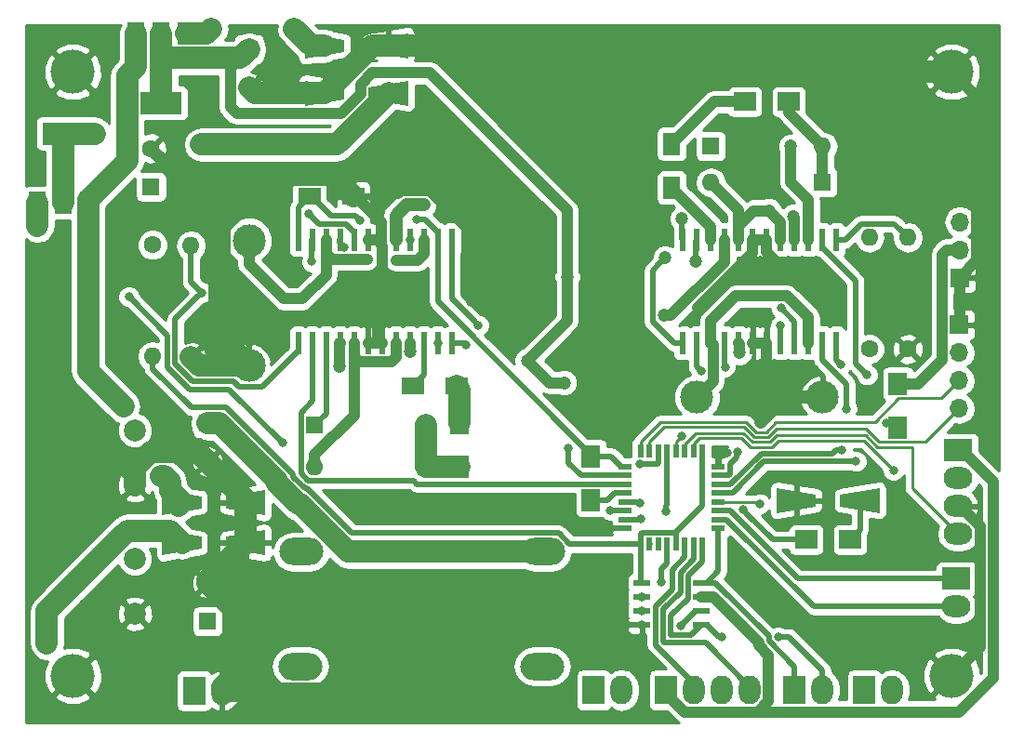
<source format=gtl>
G04 #@! TF.FileFunction,Copper,L1,Top,Signal*
%FSLAX46Y46*%
G04 Gerber Fmt 4.6, Leading zero omitted, Abs format (unit mm)*
G04 Created by KiCad (PCBNEW 4.0.2+dfsg1-stable) date ven. 05 janv. 2018 23:27:10 CET*
%MOMM*%
G01*
G04 APERTURE LIST*
%ADD10C,0.100000*%
%ADD11C,1.600000*%
%ADD12O,1.600000X1.600000*%
%ADD13R,2.000000X2.600000*%
%ADD14O,2.000000X2.600000*%
%ADD15R,0.600000X2.000000*%
%ADD16R,1.600000X1.600000*%
%ADD17R,2.000000X1.600000*%
%ADD18O,4.000000X2.500000*%
%ADD19R,1.700000X1.700000*%
%ADD20O,1.700000X1.700000*%
%ADD21R,2.600000X2.000000*%
%ADD22O,2.600000X2.000000*%
%ADD23R,1.700000X2.000000*%
%ADD24R,2.000000X1.700000*%
%ADD25R,0.600000X1.200000*%
%ADD26R,1.200000X0.600000*%
%ADD27C,2.000000*%
%ADD28R,3.800000X2.000000*%
%ADD29R,1.500000X2.000000*%
%ADD30R,1.550000X0.600000*%
%ADD31C,3.000000*%
%ADD32O,3.000000X3.000000*%
%ADD33C,4.000000*%
%ADD34R,1.600000X2.000000*%
%ADD35C,0.800000*%
%ADD36C,1.200000*%
%ADD37C,1.200000*%
%ADD38C,1.000000*%
%ADD39C,2.000000*%
%ADD40C,0.500000*%
%ADD41C,0.250000*%
%ADD42C,0.254000*%
G04 APERTURE END LIST*
D10*
D11*
X130500000Y-115250000D03*
D12*
X130500000Y-105090000D03*
D13*
X112014000Y-146304000D03*
D14*
X114554000Y-146304000D03*
X117094000Y-146304000D03*
X119634000Y-146304000D03*
D15*
X113515000Y-114700000D03*
X114785000Y-114700000D03*
X116055000Y-114700000D03*
X117325000Y-114700000D03*
X118595000Y-114700000D03*
X119865000Y-114700000D03*
X121135000Y-114700000D03*
X122405000Y-114700000D03*
X123675000Y-114700000D03*
X124945000Y-114700000D03*
X126215000Y-114700000D03*
X127485000Y-114700000D03*
X127485000Y-105300000D03*
X126215000Y-105300000D03*
X124945000Y-105300000D03*
X123675000Y-105300000D03*
X122405000Y-105300000D03*
X121135000Y-105300000D03*
X119865000Y-105300000D03*
X118595000Y-105300000D03*
X117325000Y-105300000D03*
X116055000Y-105300000D03*
X114785000Y-105300000D03*
X113515000Y-105300000D03*
D16*
X70256400Y-122002800D03*
D11*
X70256400Y-125502800D03*
D16*
X74027100Y-87949200D03*
D11*
X74027100Y-91449200D03*
D16*
X65113700Y-100472600D03*
D11*
X65113700Y-96972600D03*
D17*
X79534000Y-101346000D03*
X83534000Y-101346000D03*
D10*
G36*
X122046000Y-130182000D02*
X122046000Y-127882000D01*
X125646000Y-128482000D01*
X125646000Y-129582000D01*
X122046000Y-130182000D01*
X122046000Y-130182000D01*
G37*
G36*
X131446000Y-127882000D02*
X131446000Y-130182000D01*
X127846000Y-129582000D01*
X127846000Y-128482000D01*
X131446000Y-127882000D01*
X131446000Y-127882000D01*
G37*
G36*
X75515200Y-128066400D02*
X75515200Y-130366400D01*
X71915200Y-129766400D01*
X71915200Y-128666400D01*
X75515200Y-128066400D01*
X75515200Y-128066400D01*
G37*
G36*
X66115200Y-130366400D02*
X66115200Y-128066400D01*
X69715200Y-128666400D01*
X69715200Y-129766400D01*
X66115200Y-130366400D01*
X66115200Y-130366400D01*
G37*
G36*
X88520000Y-86480000D02*
X88520000Y-88780000D01*
X84920000Y-88180000D01*
X84920000Y-87080000D01*
X88520000Y-86480000D01*
X88520000Y-86480000D01*
G37*
G36*
X79120000Y-88780000D02*
X79120000Y-86480000D01*
X82720000Y-87080000D01*
X82720000Y-88180000D01*
X79120000Y-88780000D01*
X79120000Y-88780000D01*
G37*
G36*
X79120000Y-93098000D02*
X79120000Y-90798000D01*
X82720000Y-91398000D01*
X82720000Y-92498000D01*
X79120000Y-93098000D01*
X79120000Y-93098000D01*
G37*
G36*
X88520000Y-90798000D02*
X88520000Y-93098000D01*
X84920000Y-92498000D01*
X84920000Y-91398000D01*
X88520000Y-90798000D01*
X88520000Y-90798000D01*
G37*
D18*
X78766000Y-133711000D03*
X100766000Y-133711000D03*
D13*
X123698000Y-146304000D03*
D14*
X126238000Y-146304000D03*
D13*
X69037200Y-146354800D03*
D14*
X71577200Y-146354800D03*
D19*
X138750000Y-108750000D03*
D20*
X138750000Y-106210000D03*
X138750000Y-103670000D03*
D13*
X105410000Y-146304000D03*
D14*
X107950000Y-146304000D03*
D21*
X138430000Y-136144000D03*
D22*
X138430000Y-138684000D03*
D13*
X130048000Y-146304000D03*
D14*
X132588000Y-146304000D03*
D21*
X138582400Y-124460000D03*
D22*
X138582400Y-127000000D03*
X138582400Y-129540000D03*
X138582400Y-132080000D03*
D23*
X133096000Y-122396000D03*
X133096000Y-118396000D03*
D24*
X124746000Y-132588000D03*
X128746000Y-132588000D03*
D23*
X105156000Y-125000000D03*
X105156000Y-129000000D03*
D24*
X119158000Y-92710000D03*
X123158000Y-92710000D03*
D15*
X92485000Y-105300000D03*
X91215000Y-105300000D03*
X89945000Y-105300000D03*
X88675000Y-105300000D03*
X87405000Y-105300000D03*
X86135000Y-105300000D03*
X84865000Y-105300000D03*
X83595000Y-105300000D03*
X82325000Y-105300000D03*
X81055000Y-105300000D03*
X79785000Y-105300000D03*
X78515000Y-105300000D03*
X78515000Y-114700000D03*
X79785000Y-114700000D03*
X81055000Y-114700000D03*
X82325000Y-114700000D03*
X83595000Y-114700000D03*
X84865000Y-114700000D03*
X86135000Y-114700000D03*
X87405000Y-114700000D03*
X88675000Y-114700000D03*
X89945000Y-114700000D03*
X91215000Y-114700000D03*
X92485000Y-114700000D03*
D25*
X109700000Y-133000000D03*
X110500000Y-133000000D03*
X111300000Y-133000000D03*
X112100000Y-133000000D03*
X112900000Y-133000000D03*
X113700000Y-133000000D03*
X114500000Y-133000000D03*
X115300000Y-133000000D03*
D26*
X116750000Y-131550000D03*
X116750000Y-130750000D03*
X116750000Y-129950000D03*
X116750000Y-129150000D03*
X116750000Y-128350000D03*
X116750000Y-127550000D03*
X116750000Y-126750000D03*
X116750000Y-125950000D03*
D25*
X115300000Y-124500000D03*
X114500000Y-124500000D03*
X113700000Y-124500000D03*
X112900000Y-124500000D03*
X112100000Y-124500000D03*
X111300000Y-124500000D03*
X110500000Y-124500000D03*
X109700000Y-124500000D03*
D26*
X108250000Y-125950000D03*
X108250000Y-126750000D03*
X108250000Y-127550000D03*
X108250000Y-128350000D03*
X108250000Y-129150000D03*
X108250000Y-129950000D03*
X108250000Y-130750000D03*
X108250000Y-131550000D03*
D27*
X63645200Y-122637600D03*
X63645200Y-127637600D03*
D28*
X66027100Y-92849200D03*
D29*
X66027100Y-86549200D03*
X63727100Y-86549200D03*
X68327100Y-86549200D03*
D28*
X57086500Y-95617900D03*
D29*
X57086500Y-101917900D03*
X59386500Y-101917900D03*
X54786500Y-101917900D03*
D30*
X115222000Y-140335000D03*
X115222000Y-139065000D03*
X115222000Y-137795000D03*
X115222000Y-136525000D03*
X109822000Y-136525000D03*
X109822000Y-137795000D03*
X109822000Y-139065000D03*
X109822000Y-140335000D03*
D19*
X138684000Y-113030000D03*
D20*
X138684000Y-115570000D03*
X138684000Y-118110000D03*
X138684000Y-120650000D03*
D16*
X70256400Y-140036800D03*
D11*
X70256400Y-136536800D03*
D16*
X126238000Y-100076000D03*
D12*
X116078000Y-100076000D03*
D16*
X116078000Y-96774000D03*
D12*
X126238000Y-96774000D03*
D10*
G36*
X75515200Y-131724000D02*
X75515200Y-134024000D01*
X71915200Y-133424000D01*
X71915200Y-132324000D01*
X75515200Y-131724000D01*
X75515200Y-131724000D01*
G37*
G36*
X66115200Y-134024000D02*
X66115200Y-131724000D01*
X69715200Y-132324000D01*
X69715200Y-133424000D01*
X66115200Y-134024000D01*
X66115200Y-134024000D01*
G37*
D18*
X78715200Y-144144600D03*
X100715200Y-144144600D03*
D11*
X134000000Y-115250000D03*
D12*
X134000000Y-105090000D03*
D11*
X65250000Y-105750000D03*
D12*
X65250000Y-115910000D03*
D31*
X114808000Y-119634000D03*
D32*
X126208000Y-119634000D03*
D31*
X74015600Y-105359200D03*
D32*
X74015600Y-116759200D03*
D33*
X138000000Y-145000000D03*
X58000000Y-145000000D03*
X138000000Y-90000000D03*
X58000000Y-90000000D03*
D27*
X63645200Y-134349600D03*
X63645200Y-139349600D03*
D34*
X112522000Y-100552000D03*
X112522000Y-96552000D03*
D17*
X88932000Y-118618000D03*
X92932000Y-118618000D03*
D16*
X90170000Y-125984000D03*
D12*
X80010000Y-125984000D03*
D16*
X80010000Y-122174000D03*
D12*
X90170000Y-122174000D03*
D11*
X68750000Y-116000000D03*
D12*
X68750000Y-105840000D03*
D23*
X93218000Y-121952000D03*
X93218000Y-125952000D03*
D35*
X123846000Y-129032000D03*
D36*
X120650000Y-121888000D03*
X87215200Y-144144600D03*
D35*
X117536753Y-124715534D03*
X113297044Y-140429992D03*
X109822000Y-140335000D03*
X106883200Y-140360400D03*
X106730800Y-131521200D03*
X114840000Y-111506000D03*
D36*
X126460000Y-111506000D03*
D35*
X94208011Y-110947200D03*
D36*
X85750400Y-111506000D03*
D35*
X111582844Y-136480315D03*
D36*
X121361200Y-102666800D03*
X62589199Y-120437599D03*
X102717600Y-118313200D03*
X99364800Y-116281200D03*
X103008430Y-108659156D03*
X66027100Y-86549200D03*
X59994800Y-95656400D03*
X123342400Y-96774000D03*
D35*
X118526346Y-124571558D03*
X127869790Y-116652694D03*
X115163423Y-117235520D03*
X84124800Y-103530400D03*
X89306400Y-103428800D03*
X117363434Y-116864753D03*
X88675000Y-105300000D03*
X122460000Y-111506000D03*
X82694988Y-105986390D03*
D36*
X65938400Y-126441200D03*
X78130400Y-86055200D03*
X69646800Y-96621600D03*
D35*
X122224800Y-141464410D03*
X117043200Y-141464410D03*
D36*
X118689219Y-115562219D03*
X111839989Y-112206591D03*
X123596400Y-103174800D03*
X114706400Y-107289600D03*
X111912400Y-106949990D03*
X113436400Y-103378000D03*
X89928300Y-102118238D03*
X88696800Y-115438390D03*
X82296000Y-116789200D03*
D35*
X91215000Y-114700000D03*
X94908021Y-113075408D03*
X93814496Y-114854800D03*
X106934000Y-129946400D03*
X109575600Y-129235200D03*
X109822000Y-139065000D03*
X109822000Y-137795000D03*
X132689600Y-126288800D03*
X109728000Y-130708400D03*
X132070591Y-122008815D03*
X118972326Y-129875010D03*
X112014000Y-130048000D03*
D36*
X70612000Y-86106000D03*
X54762400Y-104038400D03*
D35*
X113421603Y-123137015D03*
X122428000Y-113131600D03*
X109608230Y-125700012D03*
X77063600Y-123748800D03*
X63093600Y-110490000D03*
X79501739Y-102957108D03*
X120548400Y-129336800D03*
X87426800Y-107137200D03*
X84785200Y-107086400D03*
X128016000Y-124460000D03*
X128435990Y-120711626D03*
X130302000Y-117602000D03*
X129286000Y-125476000D03*
X79756000Y-107289600D03*
X103124000Y-124307600D03*
X69715589Y-110097724D03*
D36*
X55626000Y-142036800D03*
D37*
X120650000Y-121888000D02*
X122904000Y-119634000D01*
X122904000Y-119634000D02*
X126208000Y-119634000D01*
X65113700Y-96972600D02*
X71315599Y-103174499D01*
X71315599Y-103174499D02*
X71315599Y-104063199D01*
D38*
X138582400Y-129540000D02*
X138746577Y-129540000D01*
X138746577Y-129540000D02*
X140582410Y-131375833D01*
X140582410Y-131375833D02*
X140582410Y-142417590D01*
X140582410Y-142417590D02*
X139999999Y-143000001D01*
X139999999Y-143000001D02*
X138000000Y-145000000D01*
X87215200Y-144144600D02*
X89965200Y-144144600D01*
X89965200Y-144144600D02*
X93749400Y-140360400D01*
X93749400Y-140360400D02*
X106317515Y-140360400D01*
X106317515Y-140360400D02*
X106883200Y-140360400D01*
D39*
X87215200Y-144144600D02*
X83465200Y-144144600D01*
X74817010Y-146594610D02*
X74577200Y-146354800D01*
X83465200Y-144144600D02*
X81015190Y-146594610D01*
X81015190Y-146594610D02*
X74817010Y-146594610D01*
X74577200Y-146354800D02*
X71577200Y-146354800D01*
D38*
X138000000Y-90000000D02*
X140300001Y-92300001D01*
X140300001Y-92300001D02*
X140300001Y-107199999D01*
X140300001Y-107199999D02*
X138750000Y-108750000D01*
D40*
X117184466Y-124715534D02*
X117536753Y-124715534D01*
X116750000Y-125150000D02*
X117184466Y-124715534D01*
X116750000Y-125950000D02*
X116750000Y-125150000D01*
D39*
X138000000Y-90000000D02*
X135171573Y-90000000D01*
X135171573Y-90000000D02*
X132801573Y-87630000D01*
X132801573Y-87630000D02*
X88620000Y-87630000D01*
X88620000Y-87630000D02*
X86720000Y-87630000D01*
D40*
X114662036Y-139065000D02*
X113297044Y-140429992D01*
X115222000Y-139065000D02*
X114662036Y-139065000D01*
D38*
X126460000Y-111506000D02*
X126660000Y-111506000D01*
D40*
X106883200Y-140360400D02*
X109796600Y-140360400D01*
X109796600Y-140360400D02*
X109822000Y-140335000D01*
X106759600Y-131550000D02*
X106730800Y-131521200D01*
X108250000Y-131550000D02*
X106759600Y-131550000D01*
D38*
X126260000Y-111506000D02*
X126460000Y-111506000D01*
X121135000Y-105300000D02*
X121135000Y-106381000D01*
X121135000Y-106381000D02*
X126260000Y-111506000D01*
X119865000Y-105300000D02*
X119865000Y-106481000D01*
X119865000Y-106481000D02*
X114840000Y-111506000D01*
X138750000Y-108750000D02*
X138750000Y-112964000D01*
X138750000Y-112964000D02*
X138684000Y-113030000D01*
D39*
X83534000Y-101346000D02*
X81533999Y-99345999D01*
X71315599Y-114059199D02*
X74015600Y-116759200D01*
X81533999Y-99345999D02*
X76032799Y-99345999D01*
X76032799Y-99345999D02*
X71315599Y-104063199D01*
X71315599Y-104063199D02*
X71315599Y-114059199D01*
X70256400Y-136536800D02*
X70256400Y-136332800D01*
X70256400Y-136332800D02*
X73715200Y-132874000D01*
X74015600Y-116759200D02*
X69509200Y-116759200D01*
X69509200Y-116759200D02*
X68750000Y-116000000D01*
D38*
X121135000Y-114700000D02*
X121135000Y-116700000D01*
X121135000Y-116700000D02*
X124069000Y-119634000D01*
X124069000Y-119634000D02*
X126208000Y-119634000D01*
X119865000Y-105300000D02*
X121135000Y-105300000D01*
X119865000Y-114700000D02*
X121135000Y-114700000D01*
X83534000Y-101346000D02*
X83734000Y-101346000D01*
X83734000Y-101346000D02*
X86104990Y-103716990D01*
X86104990Y-103716990D02*
X86104990Y-105300000D01*
D40*
X94608010Y-110547201D02*
X94608010Y-105313008D01*
X90363230Y-101068228D02*
X87951834Y-101068228D01*
X87951834Y-101068228D02*
X87674062Y-101346000D01*
X87674062Y-101346000D02*
X83534000Y-101346000D01*
X94208011Y-110947200D02*
X94608010Y-110547201D01*
X94608010Y-105313008D02*
X90363230Y-101068228D01*
D39*
X81719281Y-91148719D02*
X80920000Y-91948000D01*
X85238000Y-87630000D02*
X81719281Y-91148719D01*
X86720000Y-87630000D02*
X85238000Y-87630000D01*
D38*
X74027100Y-91449200D02*
X75904400Y-91449200D01*
X85750400Y-111506000D02*
X85750400Y-110657472D01*
X85750400Y-110657472D02*
X86135000Y-110272872D01*
X86135000Y-110272872D02*
X86135000Y-105868491D01*
X86135000Y-105868491D02*
X86104990Y-105838481D01*
X86104990Y-105838481D02*
X86104990Y-105300000D01*
X84865000Y-105300000D02*
X86104990Y-105300000D01*
X85750400Y-111506000D02*
X85750400Y-114315400D01*
X85750400Y-114315400D02*
X86135000Y-114700000D01*
X84865000Y-114700000D02*
X86135000Y-114700000D01*
D39*
X63645200Y-126223387D02*
X63645200Y-127637600D01*
X63645200Y-126070398D02*
X63645200Y-126223387D01*
X65074399Y-124641199D02*
X63645200Y-126070398D01*
X69394799Y-124641199D02*
X65074399Y-124641199D01*
X70256400Y-125502800D02*
X69394799Y-124641199D01*
X73715200Y-129216400D02*
X73715200Y-132874000D01*
X80920000Y-91948000D02*
X74525900Y-91948000D01*
X74525900Y-91948000D02*
X74027100Y-91449200D01*
X73715200Y-129216400D02*
X73715200Y-128961600D01*
X73715200Y-128961600D02*
X70256400Y-125502800D01*
X70256400Y-136536800D02*
X74577200Y-140857600D01*
X74577200Y-140857600D02*
X74577200Y-143054800D01*
X74577200Y-143054800D02*
X71577200Y-146054800D01*
X71577200Y-146054800D02*
X71577200Y-146354800D01*
D40*
X111582844Y-135914630D02*
X111582844Y-136480315D01*
X111582844Y-135309259D02*
X111582844Y-135914630D01*
X112100000Y-133000000D02*
X112100000Y-134792103D01*
X112100000Y-134792103D02*
X111582844Y-135309259D01*
D39*
X63727100Y-89549200D02*
X62927099Y-90349201D01*
X63727100Y-86549200D02*
X63727100Y-89549200D01*
X62927099Y-98127301D02*
X59386500Y-101667900D01*
X62927099Y-90349201D02*
X62927099Y-98127301D01*
X59386500Y-101667900D02*
X59386500Y-101917900D01*
X83044776Y-133711000D02*
X78717799Y-129384023D01*
X76609977Y-127276201D02*
X71336576Y-122002800D01*
X71336576Y-122002800D02*
X70256400Y-122002800D01*
X100766000Y-133711000D02*
X83044776Y-133711000D01*
X78717799Y-129384023D02*
X78519431Y-129384023D01*
X78519431Y-129384023D02*
X76609977Y-127474569D01*
X76609977Y-127474569D02*
X76609977Y-127276201D01*
D38*
X116078000Y-100076000D02*
X118595000Y-102593000D01*
X118595000Y-102593000D02*
X118595000Y-105300000D01*
X118595000Y-105300000D02*
X118595000Y-104009998D01*
X118595000Y-104009998D02*
X119938198Y-102666800D01*
X119938198Y-102666800D02*
X120512672Y-102666800D01*
X120512672Y-102666800D02*
X121361200Y-102666800D01*
X121361200Y-102666800D02*
X122405000Y-103710600D01*
X122405000Y-103710600D02*
X122405000Y-105300000D01*
D39*
X59386500Y-101917900D02*
X59386500Y-117234900D01*
X59386500Y-117234900D02*
X62589199Y-120437599D01*
D38*
X138882400Y-124460000D02*
X141782421Y-127360021D01*
X138691992Y-148304010D02*
X120338167Y-148304010D01*
X141782421Y-145213581D02*
X138691992Y-148304010D01*
X141782421Y-127360021D02*
X141782421Y-145213581D01*
X138582400Y-124460000D02*
X138882400Y-124460000D01*
X120424787Y-141932785D02*
X116287002Y-137795000D01*
X120338167Y-148304010D02*
X121334010Y-147308167D01*
X121334010Y-147308167D02*
X121334010Y-143124342D01*
X121334010Y-143124342D02*
X120424787Y-142215119D01*
X116287002Y-137795000D02*
X115222000Y-137795000D01*
X120424787Y-142215119D02*
X120424787Y-141932785D01*
X112014000Y-146304000D02*
X112014000Y-146604000D01*
X112014000Y-146604000D02*
X113714010Y-148304010D01*
X113714010Y-148304010D02*
X120338167Y-148304010D01*
X112014000Y-146304000D02*
X112014000Y-146004000D01*
X102717600Y-118313200D02*
X101396800Y-118313200D01*
X101396800Y-118313200D02*
X99364800Y-116281200D01*
X138582400Y-124460000D02*
X138282400Y-124460000D01*
X82409956Y-93798010D02*
X84175600Y-92032366D01*
X90476308Y-90097990D02*
X103008430Y-102630112D01*
X85230044Y-90097990D02*
X90476308Y-90097990D01*
X84175600Y-91152434D02*
X85230044Y-90097990D01*
X84175600Y-92032366D02*
X84175600Y-91152434D01*
X74027100Y-87949200D02*
X72327091Y-89649209D01*
X72945792Y-93798010D02*
X82409956Y-93798010D01*
X72327091Y-89649209D02*
X72327091Y-93179309D01*
X103008430Y-107810628D02*
X103008430Y-108659156D01*
X103008430Y-102630112D02*
X103008430Y-107810628D01*
X72327091Y-93179309D02*
X72945792Y-93798010D01*
X103008430Y-112637570D02*
X99364800Y-116281200D01*
X103008430Y-108659156D02*
X103008430Y-112637570D01*
D39*
X66027100Y-86549200D02*
X66027100Y-92849200D01*
X66027100Y-88159202D02*
X66027100Y-86549200D01*
X66617099Y-88749201D02*
X66027100Y-88159202D01*
X73227099Y-88749201D02*
X66617099Y-88749201D01*
X74027100Y-87949200D02*
X73227099Y-88749201D01*
D40*
X65250000Y-115910000D02*
X65250000Y-117041370D01*
X65250000Y-117041370D02*
X68761420Y-120552790D01*
X68761420Y-120552790D02*
X71937189Y-120552790D01*
X71937189Y-120552790D02*
X78059987Y-126675588D01*
X79318412Y-127934013D02*
X83395389Y-132010990D01*
X78059987Y-126675588D02*
X78059987Y-126873957D01*
X78059987Y-126873957D02*
X79120043Y-127934013D01*
X79120043Y-127934013D02*
X79318412Y-127934013D01*
X83395389Y-132010990D02*
X102220167Y-132010990D01*
X103209177Y-133000000D02*
X109700000Y-133000000D01*
X102220167Y-132010990D02*
X103209177Y-133000000D01*
X112900000Y-133000000D02*
X112900000Y-131900000D01*
X112900000Y-131900000D02*
X115300000Y-129500000D01*
X115300000Y-129500000D02*
X115300000Y-125600000D01*
X115300000Y-125600000D02*
X115300000Y-124500000D01*
X109700000Y-133000000D02*
X109700000Y-132089998D01*
X109700000Y-132089998D02*
X109839999Y-131949999D01*
X109839999Y-131949999D02*
X112760001Y-131949999D01*
X112760001Y-131949999D02*
X112900000Y-132089998D01*
X112900000Y-132089998D02*
X112900000Y-133000000D01*
X109822000Y-136525000D02*
X109700000Y-136403000D01*
X109700000Y-136403000D02*
X109700000Y-133000000D01*
D39*
X57086500Y-95617900D02*
X57086500Y-101917900D01*
X57086500Y-95617900D02*
X59956300Y-95617900D01*
X59956300Y-95617900D02*
X59994800Y-95656400D01*
D38*
X124945000Y-105300000D02*
X124945000Y-101643002D01*
X124945000Y-101643002D02*
X123342400Y-100040402D01*
X123342400Y-100040402D02*
X123342400Y-96774000D01*
D40*
X81055000Y-114700000D02*
X81055000Y-121129000D01*
X81055000Y-121129000D02*
X80010000Y-122174000D01*
X118386754Y-124711150D02*
X118526346Y-124571558D01*
X118386754Y-125123535D02*
X118386754Y-124711150D01*
X117800001Y-125710288D02*
X118386754Y-125123535D01*
X117710001Y-126700001D02*
X117800001Y-126610001D01*
X116750000Y-126750000D02*
X116799999Y-126700001D01*
X116799999Y-126700001D02*
X117710001Y-126700001D01*
X117800001Y-126610001D02*
X117800001Y-125710288D01*
X127485000Y-114700000D02*
X127485000Y-116267904D01*
X127485000Y-116267904D02*
X127869790Y-116652694D01*
X114785000Y-114700000D02*
X114785000Y-116857097D01*
X114785000Y-116857097D02*
X115163423Y-117235520D01*
X108250000Y-125950000D02*
X107950000Y-125950000D01*
X107950000Y-125950000D02*
X107000000Y-125000000D01*
X107000000Y-125000000D02*
X106506000Y-125000000D01*
X106506000Y-125000000D02*
X105156000Y-125000000D01*
X105156000Y-125000000D02*
X105156000Y-124850000D01*
X105156000Y-124850000D02*
X91215000Y-110909000D01*
X91215000Y-110909000D02*
X91215000Y-106800000D01*
X91215000Y-106800000D02*
X91215000Y-105300000D01*
X79734000Y-101346000D02*
X79534000Y-101346000D01*
X81518401Y-103130401D02*
X79734000Y-101346000D01*
X84124800Y-103530400D02*
X83724801Y-103130401D01*
X83724801Y-103130401D02*
X81518401Y-103130401D01*
X91215000Y-105300000D02*
X91215000Y-104600000D01*
X91215000Y-104600000D02*
X90043800Y-103428800D01*
X90043800Y-103428800D02*
X89306400Y-103428800D01*
X78515000Y-105300000D02*
X78515000Y-102365000D01*
X78515000Y-102365000D02*
X79534000Y-101346000D01*
X117325000Y-116826319D02*
X117363434Y-116864753D01*
X117325000Y-114700000D02*
X117325000Y-116826319D01*
D38*
X112522000Y-100552000D02*
X116055000Y-104085000D01*
X116055000Y-104085000D02*
X116055000Y-105300000D01*
X112522000Y-96552000D02*
X116364000Y-92710000D01*
X116364000Y-92710000D02*
X119158000Y-92710000D01*
D40*
X89945000Y-114700000D02*
X89945000Y-117605000D01*
X89945000Y-117605000D02*
X88932000Y-118618000D01*
D39*
X93218000Y-121952000D02*
X93218000Y-118904000D01*
X93218000Y-118904000D02*
X92932000Y-118618000D01*
D40*
X123675000Y-114700000D02*
X123675000Y-112721000D01*
X123675000Y-112721000D02*
X122460000Y-111506000D01*
X82294989Y-105586391D02*
X82694988Y-105986390D01*
X82325000Y-105300000D02*
X82294989Y-105330011D01*
X82294989Y-105330011D02*
X82294989Y-105586391D01*
D38*
X126238000Y-96774000D02*
X126238000Y-100076000D01*
X123158000Y-92710000D02*
X123158000Y-93694000D01*
X123158000Y-93694000D02*
X126238000Y-96774000D01*
D39*
X90170000Y-122174000D02*
X90170000Y-125984000D01*
X90170000Y-125984000D02*
X93186000Y-125984000D01*
X93186000Y-125984000D02*
X93218000Y-125952000D01*
D40*
X129646000Y-129032000D02*
X129646000Y-131688000D01*
X129646000Y-131688000D02*
X128746000Y-132588000D01*
D39*
X67915200Y-129216400D02*
X66824490Y-128125690D01*
X66824490Y-128125690D02*
X66824490Y-127327290D01*
X66824490Y-127327290D02*
X66338409Y-126841209D01*
X66338409Y-126841209D02*
X65985671Y-126841209D01*
X67642400Y-129489200D02*
X67915200Y-129216400D01*
X80920000Y-87630000D02*
X79705200Y-87630000D01*
X79705200Y-87630000D02*
X78130400Y-86055200D01*
X69646800Y-96621600D02*
X82046400Y-96621600D01*
X82046400Y-96621600D02*
X86720000Y-91948000D01*
D40*
X116497000Y-136525000D02*
X121374798Y-141402798D01*
X121374798Y-141821612D02*
X123698000Y-144144814D01*
X121374798Y-141402798D02*
X121374798Y-141821612D01*
X123698000Y-144504000D02*
X123698000Y-146304000D01*
X115222000Y-136525000D02*
X116497000Y-136525000D01*
X123698000Y-144144814D02*
X123698000Y-144504000D01*
X116750000Y-131550000D02*
X116750000Y-135472000D01*
X116750000Y-135472000D02*
X115697000Y-136525000D01*
X115697000Y-136525000D02*
X115222000Y-136525000D01*
X112447023Y-141280002D02*
X114276998Y-141280002D01*
X113996999Y-135864999D02*
X113996999Y-137965036D01*
X114276998Y-141280002D02*
X115222000Y-140335000D01*
X115300000Y-134561998D02*
X113996999Y-135864999D01*
X112447023Y-139515012D02*
X112447023Y-141280002D01*
X115300000Y-133000000D02*
X115300000Y-134561998D01*
X113996999Y-137965036D02*
X112447023Y-139515012D01*
X116826410Y-141464410D02*
X117043200Y-141464410D01*
X115222000Y-140335000D02*
X115697000Y-140335000D01*
X126238000Y-144504000D02*
X123198410Y-141464410D01*
X115697000Y-140335000D02*
X116826410Y-141464410D01*
X122790485Y-141464410D02*
X122224800Y-141464410D01*
X126238000Y-146304000D02*
X126238000Y-144504000D01*
X123198410Y-141464410D02*
X122790485Y-141464410D01*
D41*
X119302010Y-121909012D02*
X120205999Y-122813001D01*
X137072999Y-119721001D02*
X137834001Y-118959999D01*
X121094001Y-122813001D02*
X121997990Y-121909012D01*
X109700000Y-123650000D02*
X111440988Y-121909012D01*
X120205999Y-122813001D02*
X121094001Y-122813001D01*
X109700000Y-124500000D02*
X109700000Y-123650000D01*
X131000199Y-121909012D02*
X133188210Y-119721001D01*
X137834001Y-118959999D02*
X138684000Y-118110000D01*
X121997990Y-121909012D02*
X131000199Y-121909012D01*
X111440988Y-121909012D02*
X119302010Y-121909012D01*
X133188210Y-119721001D02*
X137072999Y-119721001D01*
X111790977Y-122359023D02*
X110500000Y-123650000D01*
X110500000Y-123650000D02*
X110500000Y-124500000D01*
X119115610Y-122359023D02*
X111790977Y-122359023D01*
X120019599Y-123263012D02*
X119115610Y-122359023D01*
X121280401Y-123263012D02*
X120019599Y-123263012D01*
X131394621Y-123721001D02*
X130192021Y-122518401D01*
X130192021Y-122518401D02*
X122025012Y-122518401D01*
X138684000Y-120650000D02*
X135612999Y-123721001D01*
X135612999Y-123721001D02*
X131394621Y-123721001D01*
X122025012Y-122518401D02*
X121280401Y-123263012D01*
D38*
X133096000Y-118396000D02*
X134946000Y-118396000D01*
X134946000Y-118396000D02*
X137133999Y-116208001D01*
X137133999Y-116208001D02*
X137133999Y-106623920D01*
X137133999Y-106623920D02*
X137547919Y-106210000D01*
X137547919Y-106210000D02*
X138750000Y-106210000D01*
X118595000Y-114700000D02*
X118647567Y-114752567D01*
X118647567Y-115520567D02*
X118689219Y-115562219D01*
X118647567Y-114752567D02*
X118647567Y-115520567D01*
X112418409Y-112206591D02*
X111839989Y-112206591D01*
X117325000Y-105300000D02*
X117325000Y-107300000D01*
X117325000Y-107300000D02*
X112418409Y-112206591D01*
X123675000Y-103253400D02*
X123675000Y-104731509D01*
X123675000Y-104731509D02*
X123705010Y-104761519D01*
X123596400Y-103174800D02*
X123675000Y-103253400D01*
X123705010Y-104761519D02*
X123705010Y-105300000D01*
D40*
X114706400Y-107289600D02*
X114706400Y-105378600D01*
X114706400Y-105378600D02*
X114785000Y-105300000D01*
X112715000Y-114700000D02*
X110789987Y-112774987D01*
X110789987Y-108072403D02*
X111312401Y-107549989D01*
X110789987Y-112774987D02*
X110789987Y-108072403D01*
X113515000Y-114700000D02*
X112715000Y-114700000D01*
X111312401Y-107549989D02*
X111912400Y-106949990D01*
X113436400Y-103378000D02*
X113436400Y-105221400D01*
X113436400Y-105221400D02*
X113515000Y-105300000D01*
D37*
X87405000Y-105300000D02*
X87405000Y-103100000D01*
X87405000Y-103100000D02*
X88386762Y-102118238D01*
X88386762Y-102118238D02*
X89079772Y-102118238D01*
X89079772Y-102118238D02*
X89928300Y-102118238D01*
D38*
X88705010Y-114700000D02*
X88705010Y-115238481D01*
X88696800Y-115246691D02*
X88696800Y-115438390D01*
X88705010Y-115238481D02*
X88696800Y-115246691D01*
X82296000Y-116789200D02*
X82296000Y-114729000D01*
X82296000Y-114729000D02*
X82325000Y-114700000D01*
D40*
X94508022Y-112675409D02*
X94908021Y-113075408D01*
X92485000Y-105300000D02*
X92485000Y-110652387D01*
X92485000Y-110652387D02*
X94508022Y-112675409D01*
X92485000Y-114700000D02*
X93659696Y-114700000D01*
X93659696Y-114700000D02*
X93814496Y-114854800D01*
X108250000Y-129950000D02*
X106937600Y-129950000D01*
X106937600Y-129950000D02*
X106934000Y-129946400D01*
X108250000Y-129150000D02*
X109490400Y-129150000D01*
X109490400Y-129150000D02*
X109575600Y-129235200D01*
X117789312Y-129950000D02*
X123983312Y-136144000D01*
X136630000Y-136144000D02*
X138430000Y-136144000D01*
X123983312Y-136144000D02*
X136630000Y-136144000D01*
X116750000Y-129950000D02*
X117789312Y-129950000D01*
X125438466Y-138684000D02*
X136630000Y-138684000D01*
X117504466Y-130750000D02*
X125438466Y-138684000D01*
X136630000Y-138684000D02*
X138430000Y-138684000D01*
X116750000Y-130750000D02*
X117504466Y-130750000D01*
D41*
X115011200Y-123342400D02*
X118826165Y-123342400D01*
X118826165Y-123342400D02*
X119646799Y-124163034D01*
X114500000Y-123853600D02*
X115011200Y-123342400D01*
X114500000Y-124500000D02*
X114500000Y-123853600D01*
X121653201Y-124163034D02*
X122241235Y-123575000D01*
X132289601Y-125888801D02*
X132689600Y-126288800D01*
X129975800Y-123575000D02*
X132289601Y-125888801D01*
X122241235Y-123575000D02*
X129975800Y-123575000D01*
X119646799Y-124163034D02*
X121653201Y-124163034D01*
X134392401Y-127890001D02*
X138582400Y-132080000D01*
X131208221Y-124171012D02*
X134392401Y-124171012D01*
X130162199Y-123124989D02*
X131208221Y-124171012D01*
X134392401Y-124171012D02*
X134392401Y-127890001D01*
X122054834Y-123124989D02*
X130162199Y-123124989D01*
X121466801Y-123713023D02*
X122054834Y-123124989D01*
X119833199Y-123713023D02*
X121466801Y-123713023D01*
X119012567Y-122892391D02*
X119833199Y-123713023D01*
X113700000Y-123915590D02*
X114723199Y-122892391D01*
X114723199Y-122892391D02*
X119012567Y-122892391D01*
X113700000Y-124500000D02*
X113700000Y-123915590D01*
D40*
X113700000Y-133000000D02*
X113700000Y-134182068D01*
X114554000Y-145699934D02*
X114554000Y-146304000D01*
X112550090Y-137163976D02*
X111047001Y-138667065D01*
X111047001Y-138667065D02*
X111047001Y-142192935D01*
X111047001Y-142192935D02*
X114554000Y-145699934D01*
X112550090Y-135331978D02*
X112550090Y-137163976D01*
X113700000Y-134182068D02*
X112550090Y-135331978D01*
X115610013Y-141980013D02*
X119634000Y-146004000D01*
X111824044Y-141980013D02*
X115610013Y-141980013D01*
X119634000Y-146004000D02*
X119634000Y-146304000D01*
X111747012Y-141902981D02*
X111824044Y-141980013D01*
X113296988Y-135575045D02*
X113296988Y-137407042D01*
X114500000Y-133000000D02*
X114500000Y-134372033D01*
X111747012Y-138957018D02*
X111747012Y-141902981D01*
X113296988Y-137407042D02*
X111747012Y-138957018D01*
X114500000Y-134372033D02*
X113296988Y-135575045D01*
X109686400Y-130750000D02*
X109728000Y-130708400D01*
X108250000Y-130750000D02*
X109686400Y-130750000D01*
X133096000Y-122396000D02*
X132708815Y-122008815D01*
X132708815Y-122008815D02*
X132636276Y-122008815D01*
X132636276Y-122008815D02*
X132070591Y-122008815D01*
X121685316Y-132588000D02*
X119372325Y-130275009D01*
X119372325Y-130275009D02*
X118972326Y-129875010D01*
X124746000Y-132588000D02*
X121685316Y-132588000D01*
X112014000Y-130048000D02*
X112014000Y-129482315D01*
X112014000Y-129482315D02*
X112100000Y-129396315D01*
X112100000Y-129396315D02*
X112100000Y-125600000D01*
X112100000Y-125600000D02*
X112100000Y-124500000D01*
D41*
X112166400Y-124566400D02*
X112100000Y-124500000D01*
D39*
X70168800Y-86549200D02*
X70612000Y-86106000D01*
X68327100Y-86549200D02*
X70168800Y-86549200D01*
X54786500Y-101917900D02*
X54786500Y-104014300D01*
X54786500Y-104014300D02*
X54762400Y-104038400D01*
D41*
X112900000Y-124500000D02*
X112900000Y-123650000D01*
X112900000Y-123650000D02*
X113412985Y-123137015D01*
X113412985Y-123137015D02*
X113421603Y-123137015D01*
X122405000Y-115400000D02*
X122405000Y-114700000D01*
D40*
X122405000Y-114700000D02*
X122405000Y-113154600D01*
X122405000Y-113154600D02*
X122428000Y-113131600D01*
X111265599Y-124534401D02*
X111265599Y-125634401D01*
X111300000Y-124500000D02*
X111265599Y-124534401D01*
X111265599Y-125634401D02*
X111199988Y-125700012D01*
X111199988Y-125700012D02*
X110173915Y-125700012D01*
X110173915Y-125700012D02*
X109608230Y-125700012D01*
X66599981Y-113996381D02*
X66599981Y-116890568D01*
X66599981Y-116890568D02*
X68618633Y-118909221D01*
X68618633Y-118909221D02*
X72224021Y-118909221D01*
X63093600Y-110490000D02*
X66599981Y-113996381D01*
X72224021Y-118909221D02*
X77063600Y-123748800D01*
X80375043Y-103830412D02*
X79901738Y-103357107D01*
X83595000Y-104600000D02*
X82825412Y-103830412D01*
X83595000Y-105300000D02*
X83595000Y-104600000D01*
X79901738Y-103357107D02*
X79501739Y-102957108D01*
X82825412Y-103830412D02*
X80375043Y-103830412D01*
D41*
X116750000Y-129150000D02*
X120361600Y-129150000D01*
X120361600Y-129150000D02*
X120548400Y-129336800D01*
D40*
X105156000Y-129000000D02*
X106689965Y-129000000D01*
X107339965Y-128350000D02*
X108250000Y-128350000D01*
X106689965Y-129000000D02*
X107339965Y-128350000D01*
D38*
X116263433Y-114908433D02*
X116055000Y-114700000D01*
X114808000Y-119634000D02*
X116263433Y-118178567D01*
X116263433Y-118178567D02*
X116263433Y-114908433D01*
X118349002Y-110405998D02*
X122988002Y-110405998D01*
X124945000Y-112700000D02*
X124945000Y-114700000D01*
X124945000Y-112362996D02*
X124945000Y-112700000D01*
X116055000Y-112700000D02*
X118349002Y-110405998D01*
X116055000Y-114700000D02*
X116055000Y-112700000D01*
X122988002Y-110405998D02*
X124945000Y-112362996D01*
X81055000Y-108489002D02*
X81055000Y-106590002D01*
X78868400Y-110675602D02*
X81055000Y-108489002D01*
X77210682Y-110675602D02*
X78868400Y-110675602D01*
X74015600Y-107480520D02*
X77210682Y-110675602D01*
X74015600Y-105359200D02*
X74015600Y-107480520D01*
X87426800Y-107137200D02*
X89397802Y-107137200D01*
X89397802Y-107137200D02*
X89945000Y-106590002D01*
X89945000Y-106590002D02*
X89945000Y-105300000D01*
X81055000Y-106590002D02*
X81551398Y-107086400D01*
X81551398Y-107086400D02*
X84785200Y-107086400D01*
X81055000Y-106590002D02*
X81055000Y-105300000D01*
D40*
X120661922Y-124738045D02*
X117849967Y-127550000D01*
X127450315Y-124460000D02*
X127172270Y-124738045D01*
X117849967Y-127550000D02*
X116750000Y-127550000D01*
X128016000Y-124460000D02*
X127450315Y-124460000D01*
X127172270Y-124738045D02*
X120661922Y-124738045D01*
X126215000Y-114700000D02*
X126215000Y-116200000D01*
X128435990Y-120145941D02*
X128435990Y-120711626D01*
X126215000Y-116200000D02*
X128435990Y-118420990D01*
X128435990Y-118420990D02*
X128435990Y-120145941D01*
X126215000Y-114700000D02*
X126215000Y-115400000D01*
X129286000Y-125476000D02*
X120913932Y-125476000D01*
X120913932Y-125476000D02*
X118039932Y-128350000D01*
X118039932Y-128350000D02*
X117850000Y-128350000D01*
X117850000Y-128350000D02*
X116750000Y-128350000D01*
X130302000Y-117602000D02*
X129249999Y-116549999D01*
X129249999Y-116549999D02*
X129249999Y-109034999D01*
X129249999Y-109034999D02*
X126215000Y-106000000D01*
X126215000Y-106000000D02*
X126215000Y-105300000D01*
X79756000Y-107289600D02*
X79756000Y-105329000D01*
X79756000Y-105329000D02*
X79785000Y-105300000D01*
X108250000Y-126750000D02*
X104245998Y-126750000D01*
X104245998Y-126750000D02*
X103124000Y-125628002D01*
X103124000Y-125628002D02*
X103124000Y-124307600D01*
X79705200Y-105379800D02*
X79785000Y-105300000D01*
X89325997Y-127549999D02*
X89009999Y-127234001D01*
X89009999Y-127234001D02*
X79409999Y-127234001D01*
X79409999Y-127234001D02*
X78759999Y-126584001D01*
X79785000Y-116200000D02*
X79785000Y-114700000D01*
X106366001Y-127549999D02*
X89325997Y-127549999D01*
X108250000Y-127550000D02*
X107150000Y-127550000D01*
X106366001Y-127549999D02*
X107150000Y-127550000D01*
X79785000Y-119988998D02*
X79785000Y-116200000D01*
X78759999Y-126584001D02*
X78759999Y-121013999D01*
X78759999Y-121013999D02*
X79785000Y-119988998D01*
X127485000Y-105300000D02*
X128285000Y-105300000D01*
X128285000Y-105300000D02*
X129745001Y-103839999D01*
X129745001Y-103839999D02*
X132749999Y-103839999D01*
X132749999Y-103839999D02*
X133200001Y-104290001D01*
X133200001Y-104290001D02*
X134000000Y-105090000D01*
X78515000Y-114700000D02*
X78515000Y-115400000D01*
X75205799Y-118709201D02*
X73115565Y-118709201D01*
X78515000Y-115400000D02*
X75205799Y-118709201D01*
X73115565Y-118709201D02*
X72615575Y-118209210D01*
X72615575Y-118209210D02*
X68908587Y-118209210D01*
X68908587Y-118209210D02*
X67299992Y-116600614D01*
X67299992Y-116600614D02*
X67299992Y-112513321D01*
X67299992Y-112513321D02*
X69315590Y-110497723D01*
X69315590Y-110497723D02*
X69715589Y-110097724D01*
X69315590Y-109697725D02*
X69715589Y-110097724D01*
X68750000Y-105840000D02*
X68750000Y-109132135D01*
X68750000Y-109132135D02*
X69315590Y-109697725D01*
D39*
X55626000Y-142036800D02*
X55626000Y-139112798D01*
X55626000Y-139112798D02*
X62955508Y-131783290D01*
X62955508Y-131783290D02*
X66824490Y-131783290D01*
X66824490Y-131783290D02*
X67915200Y-132874000D01*
D38*
X83596001Y-121266629D02*
X80010000Y-124852630D01*
X83595000Y-116700000D02*
X83596001Y-116701001D01*
X83596001Y-116701001D02*
X83596001Y-121266629D01*
X83595000Y-114700000D02*
X83595000Y-116700000D01*
X80010000Y-124852630D02*
X80010000Y-125984000D01*
X87396799Y-115998203D02*
X86995001Y-116400001D01*
X87396799Y-114708201D02*
X87396799Y-115998203D01*
X83595000Y-115990002D02*
X83595000Y-114700000D01*
X87405000Y-114700000D02*
X87396799Y-114708201D01*
X84004999Y-116400001D02*
X83595000Y-115990002D01*
X86995001Y-116400001D02*
X84004999Y-116400001D01*
D40*
X110549999Y-133000000D02*
X110500000Y-133000000D01*
D42*
G36*
X71192091Y-93179309D02*
X71278488Y-93613655D01*
X71516898Y-93970460D01*
X71524525Y-93981875D01*
X72143226Y-94600576D01*
X72511446Y-94846613D01*
X72945792Y-94933010D01*
X81422750Y-94933010D01*
X81369160Y-94986600D01*
X69646800Y-94986600D01*
X69021113Y-95111057D01*
X68490680Y-95465480D01*
X68136257Y-95995913D01*
X68011800Y-96621600D01*
X68136257Y-97247287D01*
X68490680Y-97777720D01*
X69021113Y-98132143D01*
X69646800Y-98256600D01*
X82046395Y-98256600D01*
X82046400Y-98256601D01*
X82672088Y-98132143D01*
X83202520Y-97777720D01*
X87410744Y-93569495D01*
X88413562Y-93736631D01*
X88755317Y-93701162D01*
X88971441Y-93562090D01*
X89116431Y-93349890D01*
X89167440Y-93098000D01*
X89167440Y-91232990D01*
X90006176Y-91232990D01*
X101873430Y-103100244D01*
X101873430Y-108172113D01*
X101773645Y-108412422D01*
X101773216Y-108903735D01*
X101873430Y-109146270D01*
X101873430Y-112167438D01*
X98906626Y-115134242D01*
X98666143Y-115233608D01*
X98318429Y-115580715D01*
X98130015Y-116034466D01*
X98129586Y-116525779D01*
X98162137Y-116604557D01*
X95502240Y-113944661D01*
X95784940Y-113662454D01*
X95942841Y-113282185D01*
X95943200Y-112870437D01*
X95785963Y-112489893D01*
X95495067Y-112198489D01*
X95131868Y-112047676D01*
X93370000Y-110285807D01*
X93370000Y-106568620D01*
X93381431Y-106551890D01*
X93432440Y-106300000D01*
X93432440Y-104300000D01*
X93388162Y-104064683D01*
X93249090Y-103848559D01*
X93036890Y-103703569D01*
X92785000Y-103652560D01*
X92185000Y-103652560D01*
X91949683Y-103696838D01*
X91850472Y-103760678D01*
X91766890Y-103703569D01*
X91520190Y-103653611D01*
X90829861Y-102963281D01*
X90974671Y-102818723D01*
X91163085Y-102364972D01*
X91163514Y-101873659D01*
X90975892Y-101419581D01*
X90628785Y-101071867D01*
X90175034Y-100883453D01*
X89683721Y-100883024D01*
X89683203Y-100883238D01*
X88386762Y-100883238D01*
X87914148Y-100977247D01*
X87513485Y-101244961D01*
X86531723Y-102226723D01*
X86264009Y-102627386D01*
X86170000Y-103100000D01*
X86170000Y-105300000D01*
X86262000Y-105762514D01*
X86262000Y-106776250D01*
X86346741Y-106860991D01*
X86291800Y-107137200D01*
X86378197Y-107571546D01*
X86624234Y-107939766D01*
X86992454Y-108185803D01*
X87426800Y-108272200D01*
X89397802Y-108272200D01*
X89832148Y-108185803D01*
X90200368Y-107939766D01*
X90330000Y-107810134D01*
X90330000Y-110908995D01*
X90329999Y-110909000D01*
X90386190Y-111191484D01*
X90397367Y-111247675D01*
X90582548Y-111524820D01*
X90589210Y-111534790D01*
X92119336Y-113064916D01*
X91949683Y-113096838D01*
X91850472Y-113160678D01*
X91766890Y-113103569D01*
X91515000Y-113052560D01*
X90915000Y-113052560D01*
X90679683Y-113096838D01*
X90580472Y-113160678D01*
X90496890Y-113103569D01*
X90245000Y-113052560D01*
X89645000Y-113052560D01*
X89409683Y-113096838D01*
X89310472Y-113160678D01*
X89226890Y-113103569D01*
X88975000Y-113052560D01*
X88375000Y-113052560D01*
X88139683Y-113096838D01*
X88040472Y-113160678D01*
X87956890Y-113103569D01*
X87705000Y-113052560D01*
X87105000Y-113052560D01*
X86869683Y-113096838D01*
X86779020Y-113155178D01*
X86561310Y-113065000D01*
X86420750Y-113065000D01*
X86262000Y-113223750D01*
X86262000Y-114573000D01*
X86282000Y-114573000D01*
X86282000Y-114606643D01*
X86261799Y-114708201D01*
X86261799Y-114847000D01*
X86008000Y-114847000D01*
X86008000Y-114827000D01*
X84992000Y-114827000D01*
X84992000Y-114847000D01*
X84738000Y-114847000D01*
X84738000Y-114827000D01*
X84730000Y-114827000D01*
X84730000Y-114700000D01*
X84718000Y-114639672D01*
X84718000Y-114573000D01*
X84738000Y-114573000D01*
X84738000Y-113223750D01*
X84992000Y-113223750D01*
X84992000Y-114573000D01*
X86008000Y-114573000D01*
X86008000Y-113223750D01*
X85849250Y-113065000D01*
X85708690Y-113065000D01*
X85500000Y-113151442D01*
X85291310Y-113065000D01*
X85150750Y-113065000D01*
X84992000Y-113223750D01*
X84738000Y-113223750D01*
X84579250Y-113065000D01*
X84438690Y-113065000D01*
X84221878Y-113154806D01*
X84146890Y-113103569D01*
X83895000Y-113052560D01*
X83295000Y-113052560D01*
X83059683Y-113096838D01*
X82960472Y-113160678D01*
X82876890Y-113103569D01*
X82625000Y-113052560D01*
X82025000Y-113052560D01*
X81789683Y-113096838D01*
X81690472Y-113160678D01*
X81606890Y-113103569D01*
X81355000Y-113052560D01*
X80755000Y-113052560D01*
X80519683Y-113096838D01*
X80420472Y-113160678D01*
X80336890Y-113103569D01*
X80085000Y-113052560D01*
X79485000Y-113052560D01*
X79249683Y-113096838D01*
X79150472Y-113160678D01*
X79066890Y-113103569D01*
X78815000Y-113052560D01*
X78215000Y-113052560D01*
X77979683Y-113096838D01*
X77763559Y-113235910D01*
X77618569Y-113448110D01*
X77567560Y-113700000D01*
X77567560Y-115095861D01*
X76031222Y-116632198D01*
X75988077Y-116632198D01*
X76100720Y-116300366D01*
X75766412Y-115537352D01*
X75165558Y-114960353D01*
X74474433Y-114674087D01*
X74142600Y-114787035D01*
X74142600Y-116632200D01*
X74162600Y-116632200D01*
X74162600Y-116886200D01*
X74142600Y-116886200D01*
X74142600Y-116906200D01*
X73888600Y-116906200D01*
X73888600Y-116886200D01*
X72043124Y-116886200D01*
X71930480Y-117218034D01*
X71977000Y-117324210D01*
X69334175Y-117324210D01*
X69504005Y-117253864D01*
X69578139Y-117007745D01*
X68750000Y-116179605D01*
X68735858Y-116193748D01*
X68556253Y-116014143D01*
X68570395Y-116000000D01*
X68929605Y-116000000D01*
X69757745Y-116828139D01*
X70003864Y-116754005D01*
X70166919Y-116300366D01*
X71930480Y-116300366D01*
X72043124Y-116632200D01*
X73888600Y-116632200D01*
X73888600Y-114787035D01*
X73556767Y-114674087D01*
X72865642Y-114960353D01*
X72264788Y-115537352D01*
X71930480Y-116300366D01*
X70166919Y-116300366D01*
X70196965Y-116216777D01*
X70169778Y-115646546D01*
X70003864Y-115245995D01*
X69757745Y-115171861D01*
X68929605Y-116000000D01*
X68570395Y-116000000D01*
X68556253Y-115985858D01*
X68735858Y-115806252D01*
X68750000Y-115820395D01*
X69578139Y-114992255D01*
X69504005Y-114746136D01*
X68966777Y-114553035D01*
X68396546Y-114580222D01*
X68184992Y-114667851D01*
X68184992Y-112879901D01*
X69940036Y-111124856D01*
X70301104Y-110975666D01*
X70592508Y-110684770D01*
X70750409Y-110304501D01*
X70750768Y-109892753D01*
X70593531Y-109512209D01*
X70302635Y-109220805D01*
X69939436Y-109069992D01*
X69635000Y-108765555D01*
X69635000Y-106969473D01*
X69764698Y-106882811D01*
X70075767Y-106417264D01*
X70185000Y-105868113D01*
X70185000Y-105811887D01*
X70179059Y-105782015D01*
X71880230Y-105782015D01*
X72204580Y-106567000D01*
X72804641Y-107168109D01*
X72880600Y-107199650D01*
X72880600Y-107480520D01*
X72966997Y-107914866D01*
X73135830Y-108167542D01*
X73213034Y-108283086D01*
X76408116Y-111478168D01*
X76776336Y-111724205D01*
X77210682Y-111810602D01*
X78868400Y-111810602D01*
X79302746Y-111724205D01*
X79670966Y-111478168D01*
X81857566Y-109291568D01*
X82103603Y-108923348D01*
X82116357Y-108859231D01*
X82190000Y-108489002D01*
X82190000Y-108221400D01*
X84785200Y-108221400D01*
X85219546Y-108135003D01*
X85587766Y-107888966D01*
X85833803Y-107520746D01*
X85920200Y-107086400D01*
X85883310Y-106900940D01*
X86008000Y-106776250D01*
X86008000Y-105427000D01*
X84992000Y-105427000D01*
X84992000Y-105447000D01*
X84738000Y-105447000D01*
X84738000Y-105427000D01*
X84718000Y-105427000D01*
X84718000Y-105173000D01*
X84738000Y-105173000D01*
X84738000Y-105153000D01*
X84992000Y-105153000D01*
X84992000Y-105173000D01*
X86008000Y-105173000D01*
X86008000Y-103823750D01*
X85849250Y-103665000D01*
X85708690Y-103665000D01*
X85500000Y-103751442D01*
X85291310Y-103665000D01*
X85159683Y-103665000D01*
X85159979Y-103325429D01*
X85002742Y-102944885D01*
X84786828Y-102728594D01*
X84893698Y-102684327D01*
X85072327Y-102505699D01*
X85169000Y-102272310D01*
X85169000Y-101631750D01*
X85010250Y-101473000D01*
X83661000Y-101473000D01*
X83661000Y-101493000D01*
X83407000Y-101493000D01*
X83407000Y-101473000D01*
X82057750Y-101473000D01*
X81899000Y-101631750D01*
X81899000Y-102245401D01*
X81884980Y-102245401D01*
X81181440Y-101541860D01*
X81181440Y-100546000D01*
X81157674Y-100419690D01*
X81899000Y-100419690D01*
X81899000Y-101060250D01*
X82057750Y-101219000D01*
X83407000Y-101219000D01*
X83407000Y-100069750D01*
X83661000Y-100069750D01*
X83661000Y-101219000D01*
X85010250Y-101219000D01*
X85169000Y-101060250D01*
X85169000Y-100419690D01*
X85072327Y-100186301D01*
X84893698Y-100007673D01*
X84660309Y-99911000D01*
X83819750Y-99911000D01*
X83661000Y-100069750D01*
X83407000Y-100069750D01*
X83248250Y-99911000D01*
X82407691Y-99911000D01*
X82174302Y-100007673D01*
X81995673Y-100186301D01*
X81899000Y-100419690D01*
X81157674Y-100419690D01*
X81137162Y-100310683D01*
X80998090Y-100094559D01*
X80785890Y-99949569D01*
X80534000Y-99898560D01*
X78534000Y-99898560D01*
X78298683Y-99942838D01*
X78082559Y-100081910D01*
X77937569Y-100294110D01*
X77886560Y-100546000D01*
X77886560Y-101743176D01*
X77697367Y-102026325D01*
X77697367Y-102026326D01*
X77629999Y-102365000D01*
X77630000Y-102365005D01*
X77630000Y-104031380D01*
X77618569Y-104048110D01*
X77567560Y-104300000D01*
X77567560Y-106300000D01*
X77611838Y-106535317D01*
X77750910Y-106751441D01*
X77963110Y-106896431D01*
X78215000Y-106947440D01*
X78777396Y-106947440D01*
X78721180Y-107082823D01*
X78720821Y-107494571D01*
X78878058Y-107875115D01*
X79168954Y-108166519D01*
X79549223Y-108324420D01*
X79614393Y-108324477D01*
X78398268Y-109540602D01*
X77680814Y-109540602D01*
X75266954Y-107126742D01*
X75824509Y-106570159D01*
X76150228Y-105785741D01*
X76150970Y-104936385D01*
X75826620Y-104151400D01*
X75226559Y-103550291D01*
X74442141Y-103224572D01*
X73592785Y-103223830D01*
X72807800Y-103548180D01*
X72206691Y-104148241D01*
X71880972Y-104932659D01*
X71880230Y-105782015D01*
X70179059Y-105782015D01*
X70075767Y-105262736D01*
X69764698Y-104797189D01*
X69299151Y-104486120D01*
X68750000Y-104376887D01*
X68200849Y-104486120D01*
X67735302Y-104797189D01*
X67424233Y-105262736D01*
X67315000Y-105811887D01*
X67315000Y-105868113D01*
X67424233Y-106417264D01*
X67735302Y-106882811D01*
X67865000Y-106969473D01*
X67865000Y-109132130D01*
X67864999Y-109132135D01*
X67910254Y-109359641D01*
X67932367Y-109470810D01*
X68072203Y-109680090D01*
X68124210Y-109757925D01*
X68464010Y-110097724D01*
X66674202Y-111887531D01*
X66482359Y-112174646D01*
X66482359Y-112174647D01*
X66414991Y-112513321D01*
X66414992Y-112513326D01*
X66414992Y-112559813D01*
X64120731Y-110265551D01*
X63971542Y-109904485D01*
X63680646Y-109613081D01*
X63300377Y-109455180D01*
X62888629Y-109454821D01*
X62508085Y-109612058D01*
X62216681Y-109902954D01*
X62058780Y-110283223D01*
X62058421Y-110694971D01*
X62215658Y-111075515D01*
X62506554Y-111366919D01*
X62869751Y-111517731D01*
X65714981Y-114362960D01*
X65714981Y-114539378D01*
X65250000Y-114446887D01*
X64700849Y-114556120D01*
X64235302Y-114867189D01*
X63924233Y-115332736D01*
X63815000Y-115881887D01*
X63815000Y-115938113D01*
X63924233Y-116487264D01*
X64235302Y-116952811D01*
X64365000Y-117039473D01*
X64365000Y-117041365D01*
X64364999Y-117041370D01*
X64412165Y-117278483D01*
X64432367Y-117380045D01*
X64582676Y-117605000D01*
X64624210Y-117667160D01*
X68135628Y-121178577D01*
X68135630Y-121178580D01*
X68422745Y-121370423D01*
X68440728Y-121374000D01*
X68734839Y-121432504D01*
X68621400Y-122002800D01*
X68745857Y-122628487D01*
X68808960Y-122722928D01*
X68808960Y-122802800D01*
X68853238Y-123038117D01*
X68992310Y-123254241D01*
X69204510Y-123399231D01*
X69456400Y-123450240D01*
X69536272Y-123450240D01*
X69630713Y-123513343D01*
X70256400Y-123637800D01*
X70659336Y-123637800D01*
X74586371Y-127564834D01*
X73842200Y-127688863D01*
X73842200Y-129089400D01*
X73862200Y-129089400D01*
X73862200Y-129343400D01*
X73842200Y-129343400D01*
X73842200Y-130743937D01*
X75408762Y-131005031D01*
X75750517Y-130969562D01*
X75966641Y-130830490D01*
X76111631Y-130618290D01*
X76162640Y-130366400D01*
X76162640Y-129343400D01*
X76150200Y-129343400D01*
X76150200Y-129327032D01*
X77363309Y-130540140D01*
X77363311Y-130540143D01*
X77821705Y-130846431D01*
X77893744Y-130894566D01*
X77921654Y-130900118D01*
X78847536Y-131826000D01*
X77964377Y-131826000D01*
X77243019Y-131969487D01*
X76631481Y-132378104D01*
X76222864Y-132989642D01*
X76162640Y-133292409D01*
X76162640Y-133001000D01*
X73842200Y-133001000D01*
X73842200Y-134401537D01*
X75408762Y-134662631D01*
X75750517Y-134627162D01*
X75966641Y-134488090D01*
X76111631Y-134275890D01*
X76152044Y-134076323D01*
X76222864Y-134432358D01*
X76631481Y-135043896D01*
X77243019Y-135452513D01*
X77964377Y-135596000D01*
X79567623Y-135596000D01*
X80288981Y-135452513D01*
X80900519Y-135043896D01*
X81309136Y-134432358D01*
X81333153Y-134311616D01*
X81888654Y-134867117D01*
X81888656Y-134867120D01*
X82368571Y-135187788D01*
X82419089Y-135221543D01*
X83044776Y-135346001D01*
X83044781Y-135346000D01*
X99083611Y-135346000D01*
X99243019Y-135452513D01*
X99964377Y-135596000D01*
X101567623Y-135596000D01*
X102288981Y-135452513D01*
X102900519Y-135043896D01*
X103309136Y-134432358D01*
X103418012Y-133885000D01*
X108815000Y-133885000D01*
X108815000Y-135621214D01*
X108811683Y-135621838D01*
X108595559Y-135760910D01*
X108450569Y-135973110D01*
X108399560Y-136225000D01*
X108399560Y-136825000D01*
X108443838Y-137060317D01*
X108507678Y-137159528D01*
X108450569Y-137243110D01*
X108399560Y-137495000D01*
X108399560Y-138095000D01*
X108443838Y-138330317D01*
X108507678Y-138429528D01*
X108450569Y-138513110D01*
X108399560Y-138765000D01*
X108399560Y-139365000D01*
X108443838Y-139600317D01*
X108502178Y-139690980D01*
X108412000Y-139908690D01*
X108412000Y-140049250D01*
X108570750Y-140208000D01*
X109695000Y-140208000D01*
X109695000Y-140188000D01*
X109949000Y-140188000D01*
X109949000Y-140208000D01*
X109969000Y-140208000D01*
X109969000Y-140462000D01*
X109949000Y-140462000D01*
X109949000Y-141111250D01*
X110107750Y-141270000D01*
X110162001Y-141270000D01*
X110162001Y-142192930D01*
X110162000Y-142192935D01*
X110203803Y-142403087D01*
X110229368Y-142531610D01*
X110366795Y-142737285D01*
X110421211Y-142818725D01*
X111959046Y-144356560D01*
X111014000Y-144356560D01*
X110778683Y-144400838D01*
X110562559Y-144539910D01*
X110417569Y-144752110D01*
X110366560Y-145004000D01*
X110366560Y-147604000D01*
X110410838Y-147839317D01*
X110549910Y-148055441D01*
X110762110Y-148200431D01*
X111014000Y-148251440D01*
X112056308Y-148251440D01*
X112911444Y-149106576D01*
X113185957Y-149290000D01*
X53710000Y-149290000D01*
X53710000Y-146875022D01*
X56304584Y-146875022D01*
X56525353Y-147245743D01*
X57497012Y-147639119D01*
X58545247Y-147630713D01*
X59474647Y-147245743D01*
X59695416Y-146875022D01*
X58000000Y-145179605D01*
X56304584Y-146875022D01*
X53710000Y-146875022D01*
X53710000Y-139112798D01*
X53990999Y-139112798D01*
X53991000Y-139112803D01*
X53991000Y-142036800D01*
X54115457Y-142662487D01*
X54469880Y-143192920D01*
X55000313Y-143547343D01*
X55626000Y-143671800D01*
X55701008Y-143656880D01*
X55360881Y-144497012D01*
X55369287Y-145545247D01*
X55754257Y-146474647D01*
X56124978Y-146695416D01*
X57820395Y-145000000D01*
X58179605Y-145000000D01*
X59875022Y-146695416D01*
X60245743Y-146474647D01*
X60639119Y-145502988D01*
X60635525Y-145054800D01*
X67389760Y-145054800D01*
X67389760Y-147654800D01*
X67434038Y-147890117D01*
X67573110Y-148106241D01*
X67785310Y-148251231D01*
X68037200Y-148302240D01*
X70037200Y-148302240D01*
X70272517Y-148257962D01*
X70488641Y-148118890D01*
X70602549Y-147952180D01*
X71068845Y-148213944D01*
X71196766Y-148244924D01*
X71450200Y-148125577D01*
X71450200Y-146481800D01*
X71704200Y-146481800D01*
X71704200Y-148125577D01*
X71957634Y-148244924D01*
X72085555Y-148213944D01*
X72643517Y-147900722D01*
X73039142Y-147397820D01*
X73212200Y-146781800D01*
X73212200Y-146481800D01*
X71704200Y-146481800D01*
X71450200Y-146481800D01*
X71430200Y-146481800D01*
X71430200Y-146227800D01*
X71450200Y-146227800D01*
X71450200Y-144584023D01*
X71704200Y-144584023D01*
X71704200Y-146227800D01*
X73212200Y-146227800D01*
X73212200Y-145927800D01*
X73039142Y-145311780D01*
X72643517Y-144808878D01*
X72085555Y-144495656D01*
X71957634Y-144464676D01*
X71704200Y-144584023D01*
X71450200Y-144584023D01*
X71196766Y-144464676D01*
X71068845Y-144495656D01*
X70600989Y-144758295D01*
X70501290Y-144603359D01*
X70289090Y-144458369D01*
X70037200Y-144407360D01*
X68037200Y-144407360D01*
X67801883Y-144451638D01*
X67585759Y-144590710D01*
X67440769Y-144802910D01*
X67389760Y-145054800D01*
X60635525Y-145054800D01*
X60630713Y-144454753D01*
X60502244Y-144144600D01*
X76028577Y-144144600D01*
X76172064Y-144865958D01*
X76580681Y-145477496D01*
X77192219Y-145886113D01*
X77913577Y-146029600D01*
X79516823Y-146029600D01*
X80238181Y-145886113D01*
X80849719Y-145477496D01*
X81258336Y-144865958D01*
X81401823Y-144144600D01*
X98028577Y-144144600D01*
X98172064Y-144865958D01*
X98580681Y-145477496D01*
X99192219Y-145886113D01*
X99913577Y-146029600D01*
X101516823Y-146029600D01*
X102238181Y-145886113D01*
X102849719Y-145477496D01*
X103166099Y-145004000D01*
X103762560Y-145004000D01*
X103762560Y-147604000D01*
X103806838Y-147839317D01*
X103945910Y-148055441D01*
X104158110Y-148200431D01*
X104410000Y-148251440D01*
X106410000Y-148251440D01*
X106645317Y-148207162D01*
X106861441Y-148068090D01*
X106966951Y-147913671D01*
X107324313Y-148152452D01*
X107950000Y-148276909D01*
X108575687Y-148152452D01*
X109106120Y-147798029D01*
X109460543Y-147267596D01*
X109585000Y-146641909D01*
X109585000Y-145966091D01*
X109460543Y-145340404D01*
X109106120Y-144809971D01*
X108575687Y-144455548D01*
X107950000Y-144331091D01*
X107324313Y-144455548D01*
X106965808Y-144695093D01*
X106874090Y-144552559D01*
X106661890Y-144407569D01*
X106410000Y-144356560D01*
X104410000Y-144356560D01*
X104174683Y-144400838D01*
X103958559Y-144539910D01*
X103813569Y-144752110D01*
X103762560Y-145004000D01*
X103166099Y-145004000D01*
X103258336Y-144865958D01*
X103401823Y-144144600D01*
X103258336Y-143423242D01*
X102849719Y-142811704D01*
X102238181Y-142403087D01*
X101516823Y-142259600D01*
X99913577Y-142259600D01*
X99192219Y-142403087D01*
X98580681Y-142811704D01*
X98172064Y-143423242D01*
X98028577Y-144144600D01*
X81401823Y-144144600D01*
X81258336Y-143423242D01*
X80849719Y-142811704D01*
X80238181Y-142403087D01*
X79516823Y-142259600D01*
X77913577Y-142259600D01*
X77192219Y-142403087D01*
X76580681Y-142811704D01*
X76172064Y-143423242D01*
X76028577Y-144144600D01*
X60502244Y-144144600D01*
X60245743Y-143525353D01*
X59875022Y-143304584D01*
X58179605Y-145000000D01*
X57820395Y-145000000D01*
X57806252Y-144985858D01*
X57985858Y-144806252D01*
X58000000Y-144820395D01*
X59695416Y-143124978D01*
X59474647Y-142754257D01*
X58502988Y-142360881D01*
X57454753Y-142369287D01*
X57171529Y-142486602D01*
X57261000Y-142036800D01*
X57261000Y-140502132D01*
X62672273Y-140502132D01*
X62770936Y-140768987D01*
X63380661Y-140995508D01*
X64030660Y-140971456D01*
X64519464Y-140768987D01*
X64618127Y-140502132D01*
X63645200Y-139529205D01*
X62672273Y-140502132D01*
X57261000Y-140502132D01*
X57261000Y-139790038D01*
X57965977Y-139085061D01*
X61999292Y-139085061D01*
X62023344Y-139735060D01*
X62225813Y-140223864D01*
X62492668Y-140322527D01*
X63465595Y-139349600D01*
X63824805Y-139349600D01*
X64797732Y-140322527D01*
X65064587Y-140223864D01*
X65291108Y-139614139D01*
X65277146Y-139236800D01*
X68808960Y-139236800D01*
X68808960Y-140836800D01*
X68853238Y-141072117D01*
X68992310Y-141288241D01*
X69204510Y-141433231D01*
X69456400Y-141484240D01*
X71056400Y-141484240D01*
X71291717Y-141439962D01*
X71507841Y-141300890D01*
X71652831Y-141088690D01*
X71703840Y-140836800D01*
X71703840Y-140620750D01*
X108412000Y-140620750D01*
X108412000Y-140761310D01*
X108508673Y-140994699D01*
X108687302Y-141173327D01*
X108920691Y-141270000D01*
X109536250Y-141270000D01*
X109695000Y-141111250D01*
X109695000Y-140462000D01*
X108570750Y-140462000D01*
X108412000Y-140620750D01*
X71703840Y-140620750D01*
X71703840Y-139236800D01*
X71659562Y-139001483D01*
X71520490Y-138785359D01*
X71308290Y-138640369D01*
X71056400Y-138589360D01*
X69456400Y-138589360D01*
X69221083Y-138633638D01*
X69004959Y-138772710D01*
X68859969Y-138984910D01*
X68808960Y-139236800D01*
X65277146Y-139236800D01*
X65267056Y-138964140D01*
X65064587Y-138475336D01*
X64797732Y-138376673D01*
X63824805Y-139349600D01*
X63465595Y-139349600D01*
X62492668Y-138376673D01*
X62225813Y-138475336D01*
X61999292Y-139085061D01*
X57965977Y-139085061D01*
X58853970Y-138197068D01*
X62672273Y-138197068D01*
X63645200Y-139169995D01*
X64618127Y-138197068D01*
X64519464Y-137930213D01*
X63909739Y-137703692D01*
X63259740Y-137727744D01*
X62770936Y-137930213D01*
X62672273Y-138197068D01*
X58853970Y-138197068D01*
X59506493Y-137544545D01*
X69428261Y-137544545D01*
X69502395Y-137790664D01*
X70039623Y-137983765D01*
X70609854Y-137956578D01*
X71010405Y-137790664D01*
X71084539Y-137544545D01*
X70256400Y-136716405D01*
X69428261Y-137544545D01*
X59506493Y-137544545D01*
X60731015Y-136320023D01*
X68809435Y-136320023D01*
X68836622Y-136890254D01*
X69002536Y-137290805D01*
X69248655Y-137364939D01*
X70076795Y-136536800D01*
X70436005Y-136536800D01*
X71264145Y-137364939D01*
X71510264Y-137290805D01*
X71703365Y-136753577D01*
X71676178Y-136183346D01*
X71510264Y-135782795D01*
X71264145Y-135708661D01*
X70436005Y-136536800D01*
X70076795Y-136536800D01*
X69248655Y-135708661D01*
X69002536Y-135782795D01*
X68809435Y-136320023D01*
X60731015Y-136320023D01*
X62117433Y-134933605D01*
X62258306Y-135274543D01*
X62717837Y-135734878D01*
X63318552Y-135984316D01*
X63968995Y-135984884D01*
X64570143Y-135736494D01*
X64777944Y-135529055D01*
X69428261Y-135529055D01*
X70256400Y-136357195D01*
X71084539Y-135529055D01*
X71010405Y-135282936D01*
X70473177Y-135089835D01*
X69902946Y-135117022D01*
X69502395Y-135282936D01*
X69428261Y-135529055D01*
X64777944Y-135529055D01*
X65030478Y-135276963D01*
X65279916Y-134676248D01*
X65280484Y-134025805D01*
X65032094Y-133424657D01*
X65025738Y-133418290D01*
X65467760Y-133418290D01*
X65467760Y-134024000D01*
X65558930Y-134355274D01*
X65731641Y-134545595D01*
X65964789Y-134653726D01*
X66221638Y-134662631D01*
X67563348Y-134439013D01*
X67915200Y-134509001D01*
X68540888Y-134384543D01*
X68757142Y-134240047D01*
X69821638Y-134062631D01*
X69950517Y-134027162D01*
X70166641Y-133888090D01*
X70311631Y-133675890D01*
X70362640Y-133424000D01*
X70362640Y-133001000D01*
X71267760Y-133001000D01*
X71267760Y-133424000D01*
X71281559Y-133556956D01*
X71383208Y-133793003D01*
X71568684Y-133970905D01*
X71808762Y-134062631D01*
X73588200Y-134359204D01*
X73588200Y-133001000D01*
X71267760Y-133001000D01*
X70362640Y-133001000D01*
X70362640Y-132324000D01*
X71267760Y-132324000D01*
X71267760Y-132747000D01*
X73588200Y-132747000D01*
X73588200Y-131388796D01*
X71808762Y-131685369D01*
X71679883Y-131720838D01*
X71463759Y-131859910D01*
X71318769Y-132072110D01*
X71267760Y-132324000D01*
X70362640Y-132324000D01*
X70348841Y-132191044D01*
X70247192Y-131954997D01*
X70061716Y-131777095D01*
X69821638Y-131685369D01*
X68882242Y-131528803D01*
X68699903Y-131346463D01*
X73842200Y-131346463D01*
X73842200Y-132747000D01*
X76162640Y-132747000D01*
X76162640Y-131724000D01*
X76071470Y-131392726D01*
X75898759Y-131202405D01*
X75665611Y-131094274D01*
X75408762Y-131085369D01*
X73842200Y-131346463D01*
X68699903Y-131346463D01*
X68319099Y-130965659D01*
X68798520Y-130645320D01*
X68882243Y-130561597D01*
X69821638Y-130405031D01*
X69950517Y-130369562D01*
X70166641Y-130230490D01*
X70311631Y-130018290D01*
X70362640Y-129766400D01*
X70362640Y-129343400D01*
X71267760Y-129343400D01*
X71267760Y-129766400D01*
X71281559Y-129899356D01*
X71383208Y-130135403D01*
X71568684Y-130313305D01*
X71808762Y-130405031D01*
X73588200Y-130701604D01*
X73588200Y-129343400D01*
X71267760Y-129343400D01*
X70362640Y-129343400D01*
X70362640Y-128666400D01*
X71267760Y-128666400D01*
X71267760Y-129089400D01*
X73588200Y-129089400D01*
X73588200Y-127731196D01*
X71808762Y-128027769D01*
X71679883Y-128063238D01*
X71463759Y-128202310D01*
X71318769Y-128414510D01*
X71267760Y-128666400D01*
X70362640Y-128666400D01*
X70348841Y-128533444D01*
X70247192Y-128297397D01*
X70061716Y-128119495D01*
X69821638Y-128027769D01*
X68882242Y-127871203D01*
X68459490Y-127448450D01*
X68459490Y-127327290D01*
X68335033Y-126701603D01*
X68207373Y-126510545D01*
X69428261Y-126510545D01*
X69502395Y-126756664D01*
X70039623Y-126949765D01*
X70609854Y-126922578D01*
X71010405Y-126756664D01*
X71084539Y-126510545D01*
X70256400Y-125682405D01*
X69428261Y-126510545D01*
X68207373Y-126510545D01*
X67980610Y-126171170D01*
X67980607Y-126171168D01*
X67494529Y-125685089D01*
X66964097Y-125330666D01*
X66739664Y-125286023D01*
X68809435Y-125286023D01*
X68836622Y-125856254D01*
X69002536Y-126256805D01*
X69248655Y-126330939D01*
X70076795Y-125502800D01*
X70436005Y-125502800D01*
X71264145Y-126330939D01*
X71510264Y-126256805D01*
X71703365Y-125719577D01*
X71676178Y-125149346D01*
X71510264Y-124748795D01*
X71264145Y-124674661D01*
X70436005Y-125502800D01*
X70076795Y-125502800D01*
X69248655Y-124674661D01*
X69002536Y-124748795D01*
X68809435Y-125286023D01*
X66739664Y-125286023D01*
X66338409Y-125206208D01*
X66338404Y-125206209D01*
X65985671Y-125206209D01*
X65985512Y-125206241D01*
X65693821Y-125205986D01*
X65421862Y-125318358D01*
X65359984Y-125330666D01*
X65307984Y-125365411D01*
X65239743Y-125393608D01*
X65187027Y-125446232D01*
X64829551Y-125685089D01*
X64482505Y-126204482D01*
X63909739Y-125991692D01*
X63259740Y-126015744D01*
X62770936Y-126218213D01*
X62672273Y-126485068D01*
X63645200Y-127457995D01*
X63659343Y-127443853D01*
X63838948Y-127623458D01*
X63824805Y-127637600D01*
X64797732Y-128610527D01*
X65064587Y-128511864D01*
X65170987Y-128225468D01*
X65215215Y-128255020D01*
X65313947Y-128751378D01*
X65467760Y-128981576D01*
X65467760Y-130148290D01*
X62955513Y-130148290D01*
X62955508Y-130148289D01*
X62341726Y-130270379D01*
X62329821Y-130272747D01*
X61799388Y-130627170D01*
X61799386Y-130627173D01*
X54469880Y-137956678D01*
X54115457Y-138487110D01*
X53990999Y-139112798D01*
X53710000Y-139112798D01*
X53710000Y-128790132D01*
X62672273Y-128790132D01*
X62770936Y-129056987D01*
X63380661Y-129283508D01*
X64030660Y-129259456D01*
X64519464Y-129056987D01*
X64618127Y-128790132D01*
X63645200Y-127817205D01*
X62672273Y-128790132D01*
X53710000Y-128790132D01*
X53710000Y-127373061D01*
X61999292Y-127373061D01*
X62023344Y-128023060D01*
X62225813Y-128511864D01*
X62492668Y-128610527D01*
X63465595Y-127637600D01*
X62492668Y-126664673D01*
X62225813Y-126763336D01*
X61999292Y-127373061D01*
X53710000Y-127373061D01*
X53710000Y-124495055D01*
X69428261Y-124495055D01*
X70256400Y-125323195D01*
X71084539Y-124495055D01*
X71010405Y-124248936D01*
X70473177Y-124055835D01*
X69902946Y-124083022D01*
X69502395Y-124248936D01*
X69428261Y-124495055D01*
X53710000Y-124495055D01*
X53710000Y-105263823D01*
X54136712Y-105548943D01*
X54762400Y-105673401D01*
X55388088Y-105548943D01*
X55918520Y-105194520D01*
X55942617Y-105170422D01*
X55942620Y-105170420D01*
X56297043Y-104639987D01*
X56299293Y-104628675D01*
X56421501Y-104014300D01*
X56421500Y-104014295D01*
X56421500Y-103565340D01*
X57751500Y-103565340D01*
X57751500Y-117234895D01*
X57751499Y-117234900D01*
X57875957Y-117860588D01*
X58230380Y-118391020D01*
X61433079Y-121593718D01*
X61963511Y-121948141D01*
X62146058Y-121984452D01*
X62010484Y-122310952D01*
X62009916Y-122961395D01*
X62258306Y-123562543D01*
X62717837Y-124022878D01*
X63318552Y-124272316D01*
X63968995Y-124272884D01*
X64570143Y-124024494D01*
X65030478Y-123564963D01*
X65279916Y-122964248D01*
X65280484Y-122313805D01*
X65032094Y-121712657D01*
X64572563Y-121252322D01*
X64101082Y-121056546D01*
X64224199Y-120437599D01*
X64099741Y-119811911D01*
X63745318Y-119281479D01*
X61021500Y-116557660D01*
X61021500Y-106034187D01*
X63814752Y-106034187D01*
X64032757Y-106561800D01*
X64436077Y-106965824D01*
X64963309Y-107184750D01*
X65534187Y-107185248D01*
X66061800Y-106967243D01*
X66465824Y-106563923D01*
X66684750Y-106036691D01*
X66685248Y-105465813D01*
X66467243Y-104938200D01*
X66063923Y-104534176D01*
X65536691Y-104315250D01*
X64965813Y-104314752D01*
X64438200Y-104532757D01*
X64034176Y-104936077D01*
X63815250Y-105463309D01*
X63814752Y-106034187D01*
X61021500Y-106034187D01*
X61021500Y-102345140D01*
X63666260Y-99700379D01*
X63666260Y-101272600D01*
X63710538Y-101507917D01*
X63849610Y-101724041D01*
X64061810Y-101869031D01*
X64313700Y-101920040D01*
X65913700Y-101920040D01*
X66149017Y-101875762D01*
X66365141Y-101736690D01*
X66510131Y-101524490D01*
X66561140Y-101272600D01*
X66561140Y-99672600D01*
X66516862Y-99437283D01*
X66377790Y-99221159D01*
X66165590Y-99076169D01*
X65913700Y-99025160D01*
X64313700Y-99025160D01*
X64247454Y-99037625D01*
X64398272Y-98811910D01*
X64437642Y-98752989D01*
X64530185Y-98287745D01*
X64896923Y-98419565D01*
X65467154Y-98392378D01*
X65867705Y-98226464D01*
X65941839Y-97980345D01*
X65113700Y-97152205D01*
X65099558Y-97166348D01*
X64919953Y-96986743D01*
X64934095Y-96972600D01*
X65293305Y-96972600D01*
X66121445Y-97800739D01*
X66367564Y-97726605D01*
X66560665Y-97189377D01*
X66533478Y-96619146D01*
X66367564Y-96218595D01*
X66121445Y-96144461D01*
X65293305Y-96972600D01*
X64934095Y-96972600D01*
X64919953Y-96958458D01*
X65099558Y-96778852D01*
X65113700Y-96792995D01*
X65941839Y-95964855D01*
X65867705Y-95718736D01*
X65330477Y-95525635D01*
X64760246Y-95552822D01*
X64562099Y-95634897D01*
X64562099Y-94496640D01*
X67927100Y-94496640D01*
X68162417Y-94452362D01*
X68378541Y-94313290D01*
X68523531Y-94101090D01*
X68574540Y-93849200D01*
X68574540Y-91849200D01*
X68530262Y-91613883D01*
X68391190Y-91397759D01*
X68178990Y-91252769D01*
X67927100Y-91201760D01*
X67662100Y-91201760D01*
X67662100Y-90384201D01*
X71192091Y-90384201D01*
X71192091Y-93179309D01*
X71192091Y-93179309D01*
G37*
X71192091Y-93179309D02*
X71278488Y-93613655D01*
X71516898Y-93970460D01*
X71524525Y-93981875D01*
X72143226Y-94600576D01*
X72511446Y-94846613D01*
X72945792Y-94933010D01*
X81422750Y-94933010D01*
X81369160Y-94986600D01*
X69646800Y-94986600D01*
X69021113Y-95111057D01*
X68490680Y-95465480D01*
X68136257Y-95995913D01*
X68011800Y-96621600D01*
X68136257Y-97247287D01*
X68490680Y-97777720D01*
X69021113Y-98132143D01*
X69646800Y-98256600D01*
X82046395Y-98256600D01*
X82046400Y-98256601D01*
X82672088Y-98132143D01*
X83202520Y-97777720D01*
X87410744Y-93569495D01*
X88413562Y-93736631D01*
X88755317Y-93701162D01*
X88971441Y-93562090D01*
X89116431Y-93349890D01*
X89167440Y-93098000D01*
X89167440Y-91232990D01*
X90006176Y-91232990D01*
X101873430Y-103100244D01*
X101873430Y-108172113D01*
X101773645Y-108412422D01*
X101773216Y-108903735D01*
X101873430Y-109146270D01*
X101873430Y-112167438D01*
X98906626Y-115134242D01*
X98666143Y-115233608D01*
X98318429Y-115580715D01*
X98130015Y-116034466D01*
X98129586Y-116525779D01*
X98162137Y-116604557D01*
X95502240Y-113944661D01*
X95784940Y-113662454D01*
X95942841Y-113282185D01*
X95943200Y-112870437D01*
X95785963Y-112489893D01*
X95495067Y-112198489D01*
X95131868Y-112047676D01*
X93370000Y-110285807D01*
X93370000Y-106568620D01*
X93381431Y-106551890D01*
X93432440Y-106300000D01*
X93432440Y-104300000D01*
X93388162Y-104064683D01*
X93249090Y-103848559D01*
X93036890Y-103703569D01*
X92785000Y-103652560D01*
X92185000Y-103652560D01*
X91949683Y-103696838D01*
X91850472Y-103760678D01*
X91766890Y-103703569D01*
X91520190Y-103653611D01*
X90829861Y-102963281D01*
X90974671Y-102818723D01*
X91163085Y-102364972D01*
X91163514Y-101873659D01*
X90975892Y-101419581D01*
X90628785Y-101071867D01*
X90175034Y-100883453D01*
X89683721Y-100883024D01*
X89683203Y-100883238D01*
X88386762Y-100883238D01*
X87914148Y-100977247D01*
X87513485Y-101244961D01*
X86531723Y-102226723D01*
X86264009Y-102627386D01*
X86170000Y-103100000D01*
X86170000Y-105300000D01*
X86262000Y-105762514D01*
X86262000Y-106776250D01*
X86346741Y-106860991D01*
X86291800Y-107137200D01*
X86378197Y-107571546D01*
X86624234Y-107939766D01*
X86992454Y-108185803D01*
X87426800Y-108272200D01*
X89397802Y-108272200D01*
X89832148Y-108185803D01*
X90200368Y-107939766D01*
X90330000Y-107810134D01*
X90330000Y-110908995D01*
X90329999Y-110909000D01*
X90386190Y-111191484D01*
X90397367Y-111247675D01*
X90582548Y-111524820D01*
X90589210Y-111534790D01*
X92119336Y-113064916D01*
X91949683Y-113096838D01*
X91850472Y-113160678D01*
X91766890Y-113103569D01*
X91515000Y-113052560D01*
X90915000Y-113052560D01*
X90679683Y-113096838D01*
X90580472Y-113160678D01*
X90496890Y-113103569D01*
X90245000Y-113052560D01*
X89645000Y-113052560D01*
X89409683Y-113096838D01*
X89310472Y-113160678D01*
X89226890Y-113103569D01*
X88975000Y-113052560D01*
X88375000Y-113052560D01*
X88139683Y-113096838D01*
X88040472Y-113160678D01*
X87956890Y-113103569D01*
X87705000Y-113052560D01*
X87105000Y-113052560D01*
X86869683Y-113096838D01*
X86779020Y-113155178D01*
X86561310Y-113065000D01*
X86420750Y-113065000D01*
X86262000Y-113223750D01*
X86262000Y-114573000D01*
X86282000Y-114573000D01*
X86282000Y-114606643D01*
X86261799Y-114708201D01*
X86261799Y-114847000D01*
X86008000Y-114847000D01*
X86008000Y-114827000D01*
X84992000Y-114827000D01*
X84992000Y-114847000D01*
X84738000Y-114847000D01*
X84738000Y-114827000D01*
X84730000Y-114827000D01*
X84730000Y-114700000D01*
X84718000Y-114639672D01*
X84718000Y-114573000D01*
X84738000Y-114573000D01*
X84738000Y-113223750D01*
X84992000Y-113223750D01*
X84992000Y-114573000D01*
X86008000Y-114573000D01*
X86008000Y-113223750D01*
X85849250Y-113065000D01*
X85708690Y-113065000D01*
X85500000Y-113151442D01*
X85291310Y-113065000D01*
X85150750Y-113065000D01*
X84992000Y-113223750D01*
X84738000Y-113223750D01*
X84579250Y-113065000D01*
X84438690Y-113065000D01*
X84221878Y-113154806D01*
X84146890Y-113103569D01*
X83895000Y-113052560D01*
X83295000Y-113052560D01*
X83059683Y-113096838D01*
X82960472Y-113160678D01*
X82876890Y-113103569D01*
X82625000Y-113052560D01*
X82025000Y-113052560D01*
X81789683Y-113096838D01*
X81690472Y-113160678D01*
X81606890Y-113103569D01*
X81355000Y-113052560D01*
X80755000Y-113052560D01*
X80519683Y-113096838D01*
X80420472Y-113160678D01*
X80336890Y-113103569D01*
X80085000Y-113052560D01*
X79485000Y-113052560D01*
X79249683Y-113096838D01*
X79150472Y-113160678D01*
X79066890Y-113103569D01*
X78815000Y-113052560D01*
X78215000Y-113052560D01*
X77979683Y-113096838D01*
X77763559Y-113235910D01*
X77618569Y-113448110D01*
X77567560Y-113700000D01*
X77567560Y-115095861D01*
X76031222Y-116632198D01*
X75988077Y-116632198D01*
X76100720Y-116300366D01*
X75766412Y-115537352D01*
X75165558Y-114960353D01*
X74474433Y-114674087D01*
X74142600Y-114787035D01*
X74142600Y-116632200D01*
X74162600Y-116632200D01*
X74162600Y-116886200D01*
X74142600Y-116886200D01*
X74142600Y-116906200D01*
X73888600Y-116906200D01*
X73888600Y-116886200D01*
X72043124Y-116886200D01*
X71930480Y-117218034D01*
X71977000Y-117324210D01*
X69334175Y-117324210D01*
X69504005Y-117253864D01*
X69578139Y-117007745D01*
X68750000Y-116179605D01*
X68735858Y-116193748D01*
X68556253Y-116014143D01*
X68570395Y-116000000D01*
X68929605Y-116000000D01*
X69757745Y-116828139D01*
X70003864Y-116754005D01*
X70166919Y-116300366D01*
X71930480Y-116300366D01*
X72043124Y-116632200D01*
X73888600Y-116632200D01*
X73888600Y-114787035D01*
X73556767Y-114674087D01*
X72865642Y-114960353D01*
X72264788Y-115537352D01*
X71930480Y-116300366D01*
X70166919Y-116300366D01*
X70196965Y-116216777D01*
X70169778Y-115646546D01*
X70003864Y-115245995D01*
X69757745Y-115171861D01*
X68929605Y-116000000D01*
X68570395Y-116000000D01*
X68556253Y-115985858D01*
X68735858Y-115806252D01*
X68750000Y-115820395D01*
X69578139Y-114992255D01*
X69504005Y-114746136D01*
X68966777Y-114553035D01*
X68396546Y-114580222D01*
X68184992Y-114667851D01*
X68184992Y-112879901D01*
X69940036Y-111124856D01*
X70301104Y-110975666D01*
X70592508Y-110684770D01*
X70750409Y-110304501D01*
X70750768Y-109892753D01*
X70593531Y-109512209D01*
X70302635Y-109220805D01*
X69939436Y-109069992D01*
X69635000Y-108765555D01*
X69635000Y-106969473D01*
X69764698Y-106882811D01*
X70075767Y-106417264D01*
X70185000Y-105868113D01*
X70185000Y-105811887D01*
X70179059Y-105782015D01*
X71880230Y-105782015D01*
X72204580Y-106567000D01*
X72804641Y-107168109D01*
X72880600Y-107199650D01*
X72880600Y-107480520D01*
X72966997Y-107914866D01*
X73135830Y-108167542D01*
X73213034Y-108283086D01*
X76408116Y-111478168D01*
X76776336Y-111724205D01*
X77210682Y-111810602D01*
X78868400Y-111810602D01*
X79302746Y-111724205D01*
X79670966Y-111478168D01*
X81857566Y-109291568D01*
X82103603Y-108923348D01*
X82116357Y-108859231D01*
X82190000Y-108489002D01*
X82190000Y-108221400D01*
X84785200Y-108221400D01*
X85219546Y-108135003D01*
X85587766Y-107888966D01*
X85833803Y-107520746D01*
X85920200Y-107086400D01*
X85883310Y-106900940D01*
X86008000Y-106776250D01*
X86008000Y-105427000D01*
X84992000Y-105427000D01*
X84992000Y-105447000D01*
X84738000Y-105447000D01*
X84738000Y-105427000D01*
X84718000Y-105427000D01*
X84718000Y-105173000D01*
X84738000Y-105173000D01*
X84738000Y-105153000D01*
X84992000Y-105153000D01*
X84992000Y-105173000D01*
X86008000Y-105173000D01*
X86008000Y-103823750D01*
X85849250Y-103665000D01*
X85708690Y-103665000D01*
X85500000Y-103751442D01*
X85291310Y-103665000D01*
X85159683Y-103665000D01*
X85159979Y-103325429D01*
X85002742Y-102944885D01*
X84786828Y-102728594D01*
X84893698Y-102684327D01*
X85072327Y-102505699D01*
X85169000Y-102272310D01*
X85169000Y-101631750D01*
X85010250Y-101473000D01*
X83661000Y-101473000D01*
X83661000Y-101493000D01*
X83407000Y-101493000D01*
X83407000Y-101473000D01*
X82057750Y-101473000D01*
X81899000Y-101631750D01*
X81899000Y-102245401D01*
X81884980Y-102245401D01*
X81181440Y-101541860D01*
X81181440Y-100546000D01*
X81157674Y-100419690D01*
X81899000Y-100419690D01*
X81899000Y-101060250D01*
X82057750Y-101219000D01*
X83407000Y-101219000D01*
X83407000Y-100069750D01*
X83661000Y-100069750D01*
X83661000Y-101219000D01*
X85010250Y-101219000D01*
X85169000Y-101060250D01*
X85169000Y-100419690D01*
X85072327Y-100186301D01*
X84893698Y-100007673D01*
X84660309Y-99911000D01*
X83819750Y-99911000D01*
X83661000Y-100069750D01*
X83407000Y-100069750D01*
X83248250Y-99911000D01*
X82407691Y-99911000D01*
X82174302Y-100007673D01*
X81995673Y-100186301D01*
X81899000Y-100419690D01*
X81157674Y-100419690D01*
X81137162Y-100310683D01*
X80998090Y-100094559D01*
X80785890Y-99949569D01*
X80534000Y-99898560D01*
X78534000Y-99898560D01*
X78298683Y-99942838D01*
X78082559Y-100081910D01*
X77937569Y-100294110D01*
X77886560Y-100546000D01*
X77886560Y-101743176D01*
X77697367Y-102026325D01*
X77697367Y-102026326D01*
X77629999Y-102365000D01*
X77630000Y-102365005D01*
X77630000Y-104031380D01*
X77618569Y-104048110D01*
X77567560Y-104300000D01*
X77567560Y-106300000D01*
X77611838Y-106535317D01*
X77750910Y-106751441D01*
X77963110Y-106896431D01*
X78215000Y-106947440D01*
X78777396Y-106947440D01*
X78721180Y-107082823D01*
X78720821Y-107494571D01*
X78878058Y-107875115D01*
X79168954Y-108166519D01*
X79549223Y-108324420D01*
X79614393Y-108324477D01*
X78398268Y-109540602D01*
X77680814Y-109540602D01*
X75266954Y-107126742D01*
X75824509Y-106570159D01*
X76150228Y-105785741D01*
X76150970Y-104936385D01*
X75826620Y-104151400D01*
X75226559Y-103550291D01*
X74442141Y-103224572D01*
X73592785Y-103223830D01*
X72807800Y-103548180D01*
X72206691Y-104148241D01*
X71880972Y-104932659D01*
X71880230Y-105782015D01*
X70179059Y-105782015D01*
X70075767Y-105262736D01*
X69764698Y-104797189D01*
X69299151Y-104486120D01*
X68750000Y-104376887D01*
X68200849Y-104486120D01*
X67735302Y-104797189D01*
X67424233Y-105262736D01*
X67315000Y-105811887D01*
X67315000Y-105868113D01*
X67424233Y-106417264D01*
X67735302Y-106882811D01*
X67865000Y-106969473D01*
X67865000Y-109132130D01*
X67864999Y-109132135D01*
X67910254Y-109359641D01*
X67932367Y-109470810D01*
X68072203Y-109680090D01*
X68124210Y-109757925D01*
X68464010Y-110097724D01*
X66674202Y-111887531D01*
X66482359Y-112174646D01*
X66482359Y-112174647D01*
X66414991Y-112513321D01*
X66414992Y-112513326D01*
X66414992Y-112559813D01*
X64120731Y-110265551D01*
X63971542Y-109904485D01*
X63680646Y-109613081D01*
X63300377Y-109455180D01*
X62888629Y-109454821D01*
X62508085Y-109612058D01*
X62216681Y-109902954D01*
X62058780Y-110283223D01*
X62058421Y-110694971D01*
X62215658Y-111075515D01*
X62506554Y-111366919D01*
X62869751Y-111517731D01*
X65714981Y-114362960D01*
X65714981Y-114539378D01*
X65250000Y-114446887D01*
X64700849Y-114556120D01*
X64235302Y-114867189D01*
X63924233Y-115332736D01*
X63815000Y-115881887D01*
X63815000Y-115938113D01*
X63924233Y-116487264D01*
X64235302Y-116952811D01*
X64365000Y-117039473D01*
X64365000Y-117041365D01*
X64364999Y-117041370D01*
X64412165Y-117278483D01*
X64432367Y-117380045D01*
X64582676Y-117605000D01*
X64624210Y-117667160D01*
X68135628Y-121178577D01*
X68135630Y-121178580D01*
X68422745Y-121370423D01*
X68440728Y-121374000D01*
X68734839Y-121432504D01*
X68621400Y-122002800D01*
X68745857Y-122628487D01*
X68808960Y-122722928D01*
X68808960Y-122802800D01*
X68853238Y-123038117D01*
X68992310Y-123254241D01*
X69204510Y-123399231D01*
X69456400Y-123450240D01*
X69536272Y-123450240D01*
X69630713Y-123513343D01*
X70256400Y-123637800D01*
X70659336Y-123637800D01*
X74586371Y-127564834D01*
X73842200Y-127688863D01*
X73842200Y-129089400D01*
X73862200Y-129089400D01*
X73862200Y-129343400D01*
X73842200Y-129343400D01*
X73842200Y-130743937D01*
X75408762Y-131005031D01*
X75750517Y-130969562D01*
X75966641Y-130830490D01*
X76111631Y-130618290D01*
X76162640Y-130366400D01*
X76162640Y-129343400D01*
X76150200Y-129343400D01*
X76150200Y-129327032D01*
X77363309Y-130540140D01*
X77363311Y-130540143D01*
X77821705Y-130846431D01*
X77893744Y-130894566D01*
X77921654Y-130900118D01*
X78847536Y-131826000D01*
X77964377Y-131826000D01*
X77243019Y-131969487D01*
X76631481Y-132378104D01*
X76222864Y-132989642D01*
X76162640Y-133292409D01*
X76162640Y-133001000D01*
X73842200Y-133001000D01*
X73842200Y-134401537D01*
X75408762Y-134662631D01*
X75750517Y-134627162D01*
X75966641Y-134488090D01*
X76111631Y-134275890D01*
X76152044Y-134076323D01*
X76222864Y-134432358D01*
X76631481Y-135043896D01*
X77243019Y-135452513D01*
X77964377Y-135596000D01*
X79567623Y-135596000D01*
X80288981Y-135452513D01*
X80900519Y-135043896D01*
X81309136Y-134432358D01*
X81333153Y-134311616D01*
X81888654Y-134867117D01*
X81888656Y-134867120D01*
X82368571Y-135187788D01*
X82419089Y-135221543D01*
X83044776Y-135346001D01*
X83044781Y-135346000D01*
X99083611Y-135346000D01*
X99243019Y-135452513D01*
X99964377Y-135596000D01*
X101567623Y-135596000D01*
X102288981Y-135452513D01*
X102900519Y-135043896D01*
X103309136Y-134432358D01*
X103418012Y-133885000D01*
X108815000Y-133885000D01*
X108815000Y-135621214D01*
X108811683Y-135621838D01*
X108595559Y-135760910D01*
X108450569Y-135973110D01*
X108399560Y-136225000D01*
X108399560Y-136825000D01*
X108443838Y-137060317D01*
X108507678Y-137159528D01*
X108450569Y-137243110D01*
X108399560Y-137495000D01*
X108399560Y-138095000D01*
X108443838Y-138330317D01*
X108507678Y-138429528D01*
X108450569Y-138513110D01*
X108399560Y-138765000D01*
X108399560Y-139365000D01*
X108443838Y-139600317D01*
X108502178Y-139690980D01*
X108412000Y-139908690D01*
X108412000Y-140049250D01*
X108570750Y-140208000D01*
X109695000Y-140208000D01*
X109695000Y-140188000D01*
X109949000Y-140188000D01*
X109949000Y-140208000D01*
X109969000Y-140208000D01*
X109969000Y-140462000D01*
X109949000Y-140462000D01*
X109949000Y-141111250D01*
X110107750Y-141270000D01*
X110162001Y-141270000D01*
X110162001Y-142192930D01*
X110162000Y-142192935D01*
X110203803Y-142403087D01*
X110229368Y-142531610D01*
X110366795Y-142737285D01*
X110421211Y-142818725D01*
X111959046Y-144356560D01*
X111014000Y-144356560D01*
X110778683Y-144400838D01*
X110562559Y-144539910D01*
X110417569Y-144752110D01*
X110366560Y-145004000D01*
X110366560Y-147604000D01*
X110410838Y-147839317D01*
X110549910Y-148055441D01*
X110762110Y-148200431D01*
X111014000Y-148251440D01*
X112056308Y-148251440D01*
X112911444Y-149106576D01*
X113185957Y-149290000D01*
X53710000Y-149290000D01*
X53710000Y-146875022D01*
X56304584Y-146875022D01*
X56525353Y-147245743D01*
X57497012Y-147639119D01*
X58545247Y-147630713D01*
X59474647Y-147245743D01*
X59695416Y-146875022D01*
X58000000Y-145179605D01*
X56304584Y-146875022D01*
X53710000Y-146875022D01*
X53710000Y-139112798D01*
X53990999Y-139112798D01*
X53991000Y-139112803D01*
X53991000Y-142036800D01*
X54115457Y-142662487D01*
X54469880Y-143192920D01*
X55000313Y-143547343D01*
X55626000Y-143671800D01*
X55701008Y-143656880D01*
X55360881Y-144497012D01*
X55369287Y-145545247D01*
X55754257Y-146474647D01*
X56124978Y-146695416D01*
X57820395Y-145000000D01*
X58179605Y-145000000D01*
X59875022Y-146695416D01*
X60245743Y-146474647D01*
X60639119Y-145502988D01*
X60635525Y-145054800D01*
X67389760Y-145054800D01*
X67389760Y-147654800D01*
X67434038Y-147890117D01*
X67573110Y-148106241D01*
X67785310Y-148251231D01*
X68037200Y-148302240D01*
X70037200Y-148302240D01*
X70272517Y-148257962D01*
X70488641Y-148118890D01*
X70602549Y-147952180D01*
X71068845Y-148213944D01*
X71196766Y-148244924D01*
X71450200Y-148125577D01*
X71450200Y-146481800D01*
X71704200Y-146481800D01*
X71704200Y-148125577D01*
X71957634Y-148244924D01*
X72085555Y-148213944D01*
X72643517Y-147900722D01*
X73039142Y-147397820D01*
X73212200Y-146781800D01*
X73212200Y-146481800D01*
X71704200Y-146481800D01*
X71450200Y-146481800D01*
X71430200Y-146481800D01*
X71430200Y-146227800D01*
X71450200Y-146227800D01*
X71450200Y-144584023D01*
X71704200Y-144584023D01*
X71704200Y-146227800D01*
X73212200Y-146227800D01*
X73212200Y-145927800D01*
X73039142Y-145311780D01*
X72643517Y-144808878D01*
X72085555Y-144495656D01*
X71957634Y-144464676D01*
X71704200Y-144584023D01*
X71450200Y-144584023D01*
X71196766Y-144464676D01*
X71068845Y-144495656D01*
X70600989Y-144758295D01*
X70501290Y-144603359D01*
X70289090Y-144458369D01*
X70037200Y-144407360D01*
X68037200Y-144407360D01*
X67801883Y-144451638D01*
X67585759Y-144590710D01*
X67440769Y-144802910D01*
X67389760Y-145054800D01*
X60635525Y-145054800D01*
X60630713Y-144454753D01*
X60502244Y-144144600D01*
X76028577Y-144144600D01*
X76172064Y-144865958D01*
X76580681Y-145477496D01*
X77192219Y-145886113D01*
X77913577Y-146029600D01*
X79516823Y-146029600D01*
X80238181Y-145886113D01*
X80849719Y-145477496D01*
X81258336Y-144865958D01*
X81401823Y-144144600D01*
X98028577Y-144144600D01*
X98172064Y-144865958D01*
X98580681Y-145477496D01*
X99192219Y-145886113D01*
X99913577Y-146029600D01*
X101516823Y-146029600D01*
X102238181Y-145886113D01*
X102849719Y-145477496D01*
X103166099Y-145004000D01*
X103762560Y-145004000D01*
X103762560Y-147604000D01*
X103806838Y-147839317D01*
X103945910Y-148055441D01*
X104158110Y-148200431D01*
X104410000Y-148251440D01*
X106410000Y-148251440D01*
X106645317Y-148207162D01*
X106861441Y-148068090D01*
X106966951Y-147913671D01*
X107324313Y-148152452D01*
X107950000Y-148276909D01*
X108575687Y-148152452D01*
X109106120Y-147798029D01*
X109460543Y-147267596D01*
X109585000Y-146641909D01*
X109585000Y-145966091D01*
X109460543Y-145340404D01*
X109106120Y-144809971D01*
X108575687Y-144455548D01*
X107950000Y-144331091D01*
X107324313Y-144455548D01*
X106965808Y-144695093D01*
X106874090Y-144552559D01*
X106661890Y-144407569D01*
X106410000Y-144356560D01*
X104410000Y-144356560D01*
X104174683Y-144400838D01*
X103958559Y-144539910D01*
X103813569Y-144752110D01*
X103762560Y-145004000D01*
X103166099Y-145004000D01*
X103258336Y-144865958D01*
X103401823Y-144144600D01*
X103258336Y-143423242D01*
X102849719Y-142811704D01*
X102238181Y-142403087D01*
X101516823Y-142259600D01*
X99913577Y-142259600D01*
X99192219Y-142403087D01*
X98580681Y-142811704D01*
X98172064Y-143423242D01*
X98028577Y-144144600D01*
X81401823Y-144144600D01*
X81258336Y-143423242D01*
X80849719Y-142811704D01*
X80238181Y-142403087D01*
X79516823Y-142259600D01*
X77913577Y-142259600D01*
X77192219Y-142403087D01*
X76580681Y-142811704D01*
X76172064Y-143423242D01*
X76028577Y-144144600D01*
X60502244Y-144144600D01*
X60245743Y-143525353D01*
X59875022Y-143304584D01*
X58179605Y-145000000D01*
X57820395Y-145000000D01*
X57806252Y-144985858D01*
X57985858Y-144806252D01*
X58000000Y-144820395D01*
X59695416Y-143124978D01*
X59474647Y-142754257D01*
X58502988Y-142360881D01*
X57454753Y-142369287D01*
X57171529Y-142486602D01*
X57261000Y-142036800D01*
X57261000Y-140502132D01*
X62672273Y-140502132D01*
X62770936Y-140768987D01*
X63380661Y-140995508D01*
X64030660Y-140971456D01*
X64519464Y-140768987D01*
X64618127Y-140502132D01*
X63645200Y-139529205D01*
X62672273Y-140502132D01*
X57261000Y-140502132D01*
X57261000Y-139790038D01*
X57965977Y-139085061D01*
X61999292Y-139085061D01*
X62023344Y-139735060D01*
X62225813Y-140223864D01*
X62492668Y-140322527D01*
X63465595Y-139349600D01*
X63824805Y-139349600D01*
X64797732Y-140322527D01*
X65064587Y-140223864D01*
X65291108Y-139614139D01*
X65277146Y-139236800D01*
X68808960Y-139236800D01*
X68808960Y-140836800D01*
X68853238Y-141072117D01*
X68992310Y-141288241D01*
X69204510Y-141433231D01*
X69456400Y-141484240D01*
X71056400Y-141484240D01*
X71291717Y-141439962D01*
X71507841Y-141300890D01*
X71652831Y-141088690D01*
X71703840Y-140836800D01*
X71703840Y-140620750D01*
X108412000Y-140620750D01*
X108412000Y-140761310D01*
X108508673Y-140994699D01*
X108687302Y-141173327D01*
X108920691Y-141270000D01*
X109536250Y-141270000D01*
X109695000Y-141111250D01*
X109695000Y-140462000D01*
X108570750Y-140462000D01*
X108412000Y-140620750D01*
X71703840Y-140620750D01*
X71703840Y-139236800D01*
X71659562Y-139001483D01*
X71520490Y-138785359D01*
X71308290Y-138640369D01*
X71056400Y-138589360D01*
X69456400Y-138589360D01*
X69221083Y-138633638D01*
X69004959Y-138772710D01*
X68859969Y-138984910D01*
X68808960Y-139236800D01*
X65277146Y-139236800D01*
X65267056Y-138964140D01*
X65064587Y-138475336D01*
X64797732Y-138376673D01*
X63824805Y-139349600D01*
X63465595Y-139349600D01*
X62492668Y-138376673D01*
X62225813Y-138475336D01*
X61999292Y-139085061D01*
X57965977Y-139085061D01*
X58853970Y-138197068D01*
X62672273Y-138197068D01*
X63645200Y-139169995D01*
X64618127Y-138197068D01*
X64519464Y-137930213D01*
X63909739Y-137703692D01*
X63259740Y-137727744D01*
X62770936Y-137930213D01*
X62672273Y-138197068D01*
X58853970Y-138197068D01*
X59506493Y-137544545D01*
X69428261Y-137544545D01*
X69502395Y-137790664D01*
X70039623Y-137983765D01*
X70609854Y-137956578D01*
X71010405Y-137790664D01*
X71084539Y-137544545D01*
X70256400Y-136716405D01*
X69428261Y-137544545D01*
X59506493Y-137544545D01*
X60731015Y-136320023D01*
X68809435Y-136320023D01*
X68836622Y-136890254D01*
X69002536Y-137290805D01*
X69248655Y-137364939D01*
X70076795Y-136536800D01*
X70436005Y-136536800D01*
X71264145Y-137364939D01*
X71510264Y-137290805D01*
X71703365Y-136753577D01*
X71676178Y-136183346D01*
X71510264Y-135782795D01*
X71264145Y-135708661D01*
X70436005Y-136536800D01*
X70076795Y-136536800D01*
X69248655Y-135708661D01*
X69002536Y-135782795D01*
X68809435Y-136320023D01*
X60731015Y-136320023D01*
X62117433Y-134933605D01*
X62258306Y-135274543D01*
X62717837Y-135734878D01*
X63318552Y-135984316D01*
X63968995Y-135984884D01*
X64570143Y-135736494D01*
X64777944Y-135529055D01*
X69428261Y-135529055D01*
X70256400Y-136357195D01*
X71084539Y-135529055D01*
X71010405Y-135282936D01*
X70473177Y-135089835D01*
X69902946Y-135117022D01*
X69502395Y-135282936D01*
X69428261Y-135529055D01*
X64777944Y-135529055D01*
X65030478Y-135276963D01*
X65279916Y-134676248D01*
X65280484Y-134025805D01*
X65032094Y-133424657D01*
X65025738Y-133418290D01*
X65467760Y-133418290D01*
X65467760Y-134024000D01*
X65558930Y-134355274D01*
X65731641Y-134545595D01*
X65964789Y-134653726D01*
X66221638Y-134662631D01*
X67563348Y-134439013D01*
X67915200Y-134509001D01*
X68540888Y-134384543D01*
X68757142Y-134240047D01*
X69821638Y-134062631D01*
X69950517Y-134027162D01*
X70166641Y-133888090D01*
X70311631Y-133675890D01*
X70362640Y-133424000D01*
X70362640Y-133001000D01*
X71267760Y-133001000D01*
X71267760Y-133424000D01*
X71281559Y-133556956D01*
X71383208Y-133793003D01*
X71568684Y-133970905D01*
X71808762Y-134062631D01*
X73588200Y-134359204D01*
X73588200Y-133001000D01*
X71267760Y-133001000D01*
X70362640Y-133001000D01*
X70362640Y-132324000D01*
X71267760Y-132324000D01*
X71267760Y-132747000D01*
X73588200Y-132747000D01*
X73588200Y-131388796D01*
X71808762Y-131685369D01*
X71679883Y-131720838D01*
X71463759Y-131859910D01*
X71318769Y-132072110D01*
X71267760Y-132324000D01*
X70362640Y-132324000D01*
X70348841Y-132191044D01*
X70247192Y-131954997D01*
X70061716Y-131777095D01*
X69821638Y-131685369D01*
X68882242Y-131528803D01*
X68699903Y-131346463D01*
X73842200Y-131346463D01*
X73842200Y-132747000D01*
X76162640Y-132747000D01*
X76162640Y-131724000D01*
X76071470Y-131392726D01*
X75898759Y-131202405D01*
X75665611Y-131094274D01*
X75408762Y-131085369D01*
X73842200Y-131346463D01*
X68699903Y-131346463D01*
X68319099Y-130965659D01*
X68798520Y-130645320D01*
X68882243Y-130561597D01*
X69821638Y-130405031D01*
X69950517Y-130369562D01*
X70166641Y-130230490D01*
X70311631Y-130018290D01*
X70362640Y-129766400D01*
X70362640Y-129343400D01*
X71267760Y-129343400D01*
X71267760Y-129766400D01*
X71281559Y-129899356D01*
X71383208Y-130135403D01*
X71568684Y-130313305D01*
X71808762Y-130405031D01*
X73588200Y-130701604D01*
X73588200Y-129343400D01*
X71267760Y-129343400D01*
X70362640Y-129343400D01*
X70362640Y-128666400D01*
X71267760Y-128666400D01*
X71267760Y-129089400D01*
X73588200Y-129089400D01*
X73588200Y-127731196D01*
X71808762Y-128027769D01*
X71679883Y-128063238D01*
X71463759Y-128202310D01*
X71318769Y-128414510D01*
X71267760Y-128666400D01*
X70362640Y-128666400D01*
X70348841Y-128533444D01*
X70247192Y-128297397D01*
X70061716Y-128119495D01*
X69821638Y-128027769D01*
X68882242Y-127871203D01*
X68459490Y-127448450D01*
X68459490Y-127327290D01*
X68335033Y-126701603D01*
X68207373Y-126510545D01*
X69428261Y-126510545D01*
X69502395Y-126756664D01*
X70039623Y-126949765D01*
X70609854Y-126922578D01*
X71010405Y-126756664D01*
X71084539Y-126510545D01*
X70256400Y-125682405D01*
X69428261Y-126510545D01*
X68207373Y-126510545D01*
X67980610Y-126171170D01*
X67980607Y-126171168D01*
X67494529Y-125685089D01*
X66964097Y-125330666D01*
X66739664Y-125286023D01*
X68809435Y-125286023D01*
X68836622Y-125856254D01*
X69002536Y-126256805D01*
X69248655Y-126330939D01*
X70076795Y-125502800D01*
X70436005Y-125502800D01*
X71264145Y-126330939D01*
X71510264Y-126256805D01*
X71703365Y-125719577D01*
X71676178Y-125149346D01*
X71510264Y-124748795D01*
X71264145Y-124674661D01*
X70436005Y-125502800D01*
X70076795Y-125502800D01*
X69248655Y-124674661D01*
X69002536Y-124748795D01*
X68809435Y-125286023D01*
X66739664Y-125286023D01*
X66338409Y-125206208D01*
X66338404Y-125206209D01*
X65985671Y-125206209D01*
X65985512Y-125206241D01*
X65693821Y-125205986D01*
X65421862Y-125318358D01*
X65359984Y-125330666D01*
X65307984Y-125365411D01*
X65239743Y-125393608D01*
X65187027Y-125446232D01*
X64829551Y-125685089D01*
X64482505Y-126204482D01*
X63909739Y-125991692D01*
X63259740Y-126015744D01*
X62770936Y-126218213D01*
X62672273Y-126485068D01*
X63645200Y-127457995D01*
X63659343Y-127443853D01*
X63838948Y-127623458D01*
X63824805Y-127637600D01*
X64797732Y-128610527D01*
X65064587Y-128511864D01*
X65170987Y-128225468D01*
X65215215Y-128255020D01*
X65313947Y-128751378D01*
X65467760Y-128981576D01*
X65467760Y-130148290D01*
X62955513Y-130148290D01*
X62955508Y-130148289D01*
X62341726Y-130270379D01*
X62329821Y-130272747D01*
X61799388Y-130627170D01*
X61799386Y-130627173D01*
X54469880Y-137956678D01*
X54115457Y-138487110D01*
X53990999Y-139112798D01*
X53710000Y-139112798D01*
X53710000Y-128790132D01*
X62672273Y-128790132D01*
X62770936Y-129056987D01*
X63380661Y-129283508D01*
X64030660Y-129259456D01*
X64519464Y-129056987D01*
X64618127Y-128790132D01*
X63645200Y-127817205D01*
X62672273Y-128790132D01*
X53710000Y-128790132D01*
X53710000Y-127373061D01*
X61999292Y-127373061D01*
X62023344Y-128023060D01*
X62225813Y-128511864D01*
X62492668Y-128610527D01*
X63465595Y-127637600D01*
X62492668Y-126664673D01*
X62225813Y-126763336D01*
X61999292Y-127373061D01*
X53710000Y-127373061D01*
X53710000Y-124495055D01*
X69428261Y-124495055D01*
X70256400Y-125323195D01*
X71084539Y-124495055D01*
X71010405Y-124248936D01*
X70473177Y-124055835D01*
X69902946Y-124083022D01*
X69502395Y-124248936D01*
X69428261Y-124495055D01*
X53710000Y-124495055D01*
X53710000Y-105263823D01*
X54136712Y-105548943D01*
X54762400Y-105673401D01*
X55388088Y-105548943D01*
X55918520Y-105194520D01*
X55942617Y-105170422D01*
X55942620Y-105170420D01*
X56297043Y-104639987D01*
X56299293Y-104628675D01*
X56421501Y-104014300D01*
X56421500Y-104014295D01*
X56421500Y-103565340D01*
X57751500Y-103565340D01*
X57751500Y-117234895D01*
X57751499Y-117234900D01*
X57875957Y-117860588D01*
X58230380Y-118391020D01*
X61433079Y-121593718D01*
X61963511Y-121948141D01*
X62146058Y-121984452D01*
X62010484Y-122310952D01*
X62009916Y-122961395D01*
X62258306Y-123562543D01*
X62717837Y-124022878D01*
X63318552Y-124272316D01*
X63968995Y-124272884D01*
X64570143Y-124024494D01*
X65030478Y-123564963D01*
X65279916Y-122964248D01*
X65280484Y-122313805D01*
X65032094Y-121712657D01*
X64572563Y-121252322D01*
X64101082Y-121056546D01*
X64224199Y-120437599D01*
X64099741Y-119811911D01*
X63745318Y-119281479D01*
X61021500Y-116557660D01*
X61021500Y-106034187D01*
X63814752Y-106034187D01*
X64032757Y-106561800D01*
X64436077Y-106965824D01*
X64963309Y-107184750D01*
X65534187Y-107185248D01*
X66061800Y-106967243D01*
X66465824Y-106563923D01*
X66684750Y-106036691D01*
X66685248Y-105465813D01*
X66467243Y-104938200D01*
X66063923Y-104534176D01*
X65536691Y-104315250D01*
X64965813Y-104314752D01*
X64438200Y-104532757D01*
X64034176Y-104936077D01*
X63815250Y-105463309D01*
X63814752Y-106034187D01*
X61021500Y-106034187D01*
X61021500Y-102345140D01*
X63666260Y-99700379D01*
X63666260Y-101272600D01*
X63710538Y-101507917D01*
X63849610Y-101724041D01*
X64061810Y-101869031D01*
X64313700Y-101920040D01*
X65913700Y-101920040D01*
X66149017Y-101875762D01*
X66365141Y-101736690D01*
X66510131Y-101524490D01*
X66561140Y-101272600D01*
X66561140Y-99672600D01*
X66516862Y-99437283D01*
X66377790Y-99221159D01*
X66165590Y-99076169D01*
X65913700Y-99025160D01*
X64313700Y-99025160D01*
X64247454Y-99037625D01*
X64398272Y-98811910D01*
X64437642Y-98752989D01*
X64530185Y-98287745D01*
X64896923Y-98419565D01*
X65467154Y-98392378D01*
X65867705Y-98226464D01*
X65941839Y-97980345D01*
X65113700Y-97152205D01*
X65099558Y-97166348D01*
X64919953Y-96986743D01*
X64934095Y-96972600D01*
X65293305Y-96972600D01*
X66121445Y-97800739D01*
X66367564Y-97726605D01*
X66560665Y-97189377D01*
X66533478Y-96619146D01*
X66367564Y-96218595D01*
X66121445Y-96144461D01*
X65293305Y-96972600D01*
X64934095Y-96972600D01*
X64919953Y-96958458D01*
X65099558Y-96778852D01*
X65113700Y-96792995D01*
X65941839Y-95964855D01*
X65867705Y-95718736D01*
X65330477Y-95525635D01*
X64760246Y-95552822D01*
X64562099Y-95634897D01*
X64562099Y-94496640D01*
X67927100Y-94496640D01*
X68162417Y-94452362D01*
X68378541Y-94313290D01*
X68523531Y-94101090D01*
X68574540Y-93849200D01*
X68574540Y-91849200D01*
X68530262Y-91613883D01*
X68391190Y-91397759D01*
X68178990Y-91252769D01*
X67927100Y-91201760D01*
X67662100Y-91201760D01*
X67662100Y-90384201D01*
X71192091Y-90384201D01*
X71192091Y-93179309D01*
G36*
X131654565Y-126328567D02*
X131654421Y-126493771D01*
X131811658Y-126874315D01*
X132102554Y-127165719D01*
X132482823Y-127323620D01*
X132894571Y-127323979D01*
X133275115Y-127166742D01*
X133566519Y-126875846D01*
X133632401Y-126717184D01*
X133632401Y-127890001D01*
X133690253Y-128180840D01*
X133855000Y-128427402D01*
X136793214Y-131365616D01*
X136733948Y-131454313D01*
X136609491Y-132080000D01*
X136733948Y-132705687D01*
X137088371Y-133236120D01*
X137618804Y-133590543D01*
X138244491Y-133715000D01*
X138920309Y-133715000D01*
X139545996Y-133590543D01*
X140076429Y-133236120D01*
X140430852Y-132705687D01*
X140555309Y-132080000D01*
X140430852Y-131454313D01*
X140076429Y-130923880D01*
X139886212Y-130796781D01*
X140128322Y-130606317D01*
X140441544Y-130048355D01*
X140472524Y-129920434D01*
X140353177Y-129667000D01*
X138709400Y-129667000D01*
X138709400Y-129687000D01*
X138455400Y-129687000D01*
X138455400Y-129667000D01*
X138435400Y-129667000D01*
X138435400Y-129413000D01*
X138455400Y-129413000D01*
X138455400Y-129393000D01*
X138709400Y-129393000D01*
X138709400Y-129413000D01*
X140353177Y-129413000D01*
X140472524Y-129159566D01*
X140441544Y-129031645D01*
X140128322Y-128473683D01*
X139886212Y-128283219D01*
X140076429Y-128156120D01*
X140430852Y-127625687D01*
X140432860Y-127615592D01*
X140647421Y-127830153D01*
X140647421Y-144743449D01*
X140633143Y-144757727D01*
X140630713Y-144454753D01*
X140245743Y-143525353D01*
X139875022Y-143304584D01*
X138179605Y-145000000D01*
X138193748Y-145014142D01*
X138014142Y-145193748D01*
X138000000Y-145179605D01*
X136304584Y-146875022D01*
X136479658Y-147169010D01*
X134118153Y-147169010D01*
X134223000Y-146641909D01*
X134223000Y-145966091D01*
X134098543Y-145340404D01*
X133744120Y-144809971D01*
X133275743Y-144497012D01*
X135360881Y-144497012D01*
X135369287Y-145545247D01*
X135754257Y-146474647D01*
X136124978Y-146695416D01*
X137820395Y-145000000D01*
X136124978Y-143304584D01*
X135754257Y-143525353D01*
X135360881Y-144497012D01*
X133275743Y-144497012D01*
X133213687Y-144455548D01*
X132588000Y-144331091D01*
X131962313Y-144455548D01*
X131603808Y-144695093D01*
X131512090Y-144552559D01*
X131299890Y-144407569D01*
X131048000Y-144356560D01*
X129048000Y-144356560D01*
X128812683Y-144400838D01*
X128596559Y-144539910D01*
X128451569Y-144752110D01*
X128400560Y-145004000D01*
X128400560Y-147169010D01*
X127768153Y-147169010D01*
X127873000Y-146641909D01*
X127873000Y-145966091D01*
X127748543Y-145340404D01*
X127394120Y-144809971D01*
X127123000Y-144628815D01*
X127123000Y-144504000D01*
X127055633Y-144165325D01*
X126863790Y-143878210D01*
X126863787Y-143878208D01*
X126110558Y-143124978D01*
X136304584Y-143124978D01*
X138000000Y-144820395D01*
X139695416Y-143124978D01*
X139474647Y-142754257D01*
X138502988Y-142360881D01*
X137454753Y-142369287D01*
X136525353Y-142754257D01*
X136304584Y-143124978D01*
X126110558Y-143124978D01*
X123824200Y-140838620D01*
X123763086Y-140797785D01*
X123537085Y-140646777D01*
X123477878Y-140635000D01*
X123198410Y-140579409D01*
X123198405Y-140579410D01*
X122792385Y-140579410D01*
X122431577Y-140429590D01*
X122019829Y-140429231D01*
X121760119Y-140536540D01*
X117348579Y-136125000D01*
X117375787Y-136097792D01*
X117375790Y-136097790D01*
X117567633Y-135810675D01*
X117587925Y-135708661D01*
X117635001Y-135472000D01*
X117635000Y-135471995D01*
X117635000Y-132421192D01*
X117801441Y-132314090D01*
X117807747Y-132304861D01*
X124812674Y-139309787D01*
X124812676Y-139309790D01*
X125092368Y-139496673D01*
X125099791Y-139501633D01*
X125438466Y-139569000D01*
X136754815Y-139569000D01*
X136935971Y-139840120D01*
X137466404Y-140194543D01*
X138092091Y-140319000D01*
X138767909Y-140319000D01*
X139393596Y-140194543D01*
X139924029Y-139840120D01*
X140278452Y-139309687D01*
X140402909Y-138684000D01*
X140278452Y-138058313D01*
X140038907Y-137699808D01*
X140181441Y-137608090D01*
X140326431Y-137395890D01*
X140377440Y-137144000D01*
X140377440Y-135144000D01*
X140333162Y-134908683D01*
X140194090Y-134692559D01*
X139981890Y-134547569D01*
X139730000Y-134496560D01*
X137130000Y-134496560D01*
X136894683Y-134540838D01*
X136678559Y-134679910D01*
X136533569Y-134892110D01*
X136482560Y-135144000D01*
X136482560Y-135259000D01*
X124349891Y-135259000D01*
X122563891Y-133473000D01*
X123105146Y-133473000D01*
X123142838Y-133673317D01*
X123281910Y-133889441D01*
X123494110Y-134034431D01*
X123746000Y-134085440D01*
X125746000Y-134085440D01*
X125981317Y-134041162D01*
X126197441Y-133902090D01*
X126342431Y-133689890D01*
X126393440Y-133438000D01*
X126393440Y-131738000D01*
X127098560Y-131738000D01*
X127098560Y-133438000D01*
X127142838Y-133673317D01*
X127281910Y-133889441D01*
X127494110Y-134034431D01*
X127746000Y-134085440D01*
X129746000Y-134085440D01*
X129981317Y-134041162D01*
X130197441Y-133902090D01*
X130342431Y-133689890D01*
X130393440Y-133438000D01*
X130393440Y-132131727D01*
X130463633Y-132026675D01*
X130473651Y-131976310D01*
X130531001Y-131688000D01*
X130531000Y-131687995D01*
X130531000Y-130685871D01*
X131339562Y-130820631D01*
X131681317Y-130785162D01*
X131897441Y-130646090D01*
X132042431Y-130433890D01*
X132093440Y-130182000D01*
X132093440Y-127882000D01*
X132002270Y-127550726D01*
X131829559Y-127360405D01*
X131596411Y-127252274D01*
X131339562Y-127243369D01*
X127739562Y-127843369D01*
X127610683Y-127878838D01*
X127394559Y-128017910D01*
X127249569Y-128230110D01*
X127198560Y-128482000D01*
X127198560Y-129582000D01*
X127212359Y-129714956D01*
X127314008Y-129951003D01*
X127499484Y-130128905D01*
X127739562Y-130220631D01*
X128761000Y-130390871D01*
X128761000Y-131090560D01*
X127746000Y-131090560D01*
X127510683Y-131134838D01*
X127294559Y-131273910D01*
X127149569Y-131486110D01*
X127098560Y-131738000D01*
X126393440Y-131738000D01*
X126349162Y-131502683D01*
X126210090Y-131286559D01*
X125997890Y-131141569D01*
X125746000Y-131090560D01*
X123746000Y-131090560D01*
X123510683Y-131134838D01*
X123294559Y-131273910D01*
X123149569Y-131486110D01*
X123105648Y-131703000D01*
X122051895Y-131703000D01*
X120720846Y-130371951D01*
X120753371Y-130371979D01*
X121133915Y-130214742D01*
X121398560Y-129950558D01*
X121398560Y-130182000D01*
X121489730Y-130513274D01*
X121662441Y-130703595D01*
X121895589Y-130811726D01*
X122152438Y-130820631D01*
X123719000Y-130559537D01*
X123719000Y-129159000D01*
X123973000Y-129159000D01*
X123973000Y-130517204D01*
X125752438Y-130220631D01*
X125881317Y-130185162D01*
X126097441Y-130046090D01*
X126242431Y-129833890D01*
X126293440Y-129582000D01*
X126293440Y-129159000D01*
X123973000Y-129159000D01*
X123719000Y-129159000D01*
X123699000Y-129159000D01*
X123699000Y-128905000D01*
X123719000Y-128905000D01*
X123973000Y-128905000D01*
X126293440Y-128905000D01*
X126293440Y-128482000D01*
X126279641Y-128349044D01*
X126177992Y-128112997D01*
X125992516Y-127935095D01*
X125752438Y-127843369D01*
X123973000Y-127546796D01*
X123973000Y-128905000D01*
X123719000Y-128905000D01*
X123719000Y-127504463D01*
X122152438Y-127243369D01*
X121810683Y-127278838D01*
X121594559Y-127417910D01*
X121449569Y-127630110D01*
X121398560Y-127882000D01*
X121398560Y-128723454D01*
X121135446Y-128459881D01*
X120755177Y-128301980D01*
X120343429Y-128301621D01*
X120129535Y-128390000D01*
X119251512Y-128390000D01*
X121280511Y-126361000D01*
X128718415Y-126361000D01*
X129079223Y-126510820D01*
X129490971Y-126511179D01*
X129871515Y-126353942D01*
X130162919Y-126063046D01*
X130320820Y-125682777D01*
X130321179Y-125271029D01*
X130163942Y-124890485D01*
X129873046Y-124599081D01*
X129492777Y-124441180D01*
X129081029Y-124440821D01*
X129051006Y-124453226D01*
X129051109Y-124335000D01*
X129660998Y-124335000D01*
X131654565Y-126328567D01*
X131654565Y-126328567D01*
G37*
X131654565Y-126328567D02*
X131654421Y-126493771D01*
X131811658Y-126874315D01*
X132102554Y-127165719D01*
X132482823Y-127323620D01*
X132894571Y-127323979D01*
X133275115Y-127166742D01*
X133566519Y-126875846D01*
X133632401Y-126717184D01*
X133632401Y-127890001D01*
X133690253Y-128180840D01*
X133855000Y-128427402D01*
X136793214Y-131365616D01*
X136733948Y-131454313D01*
X136609491Y-132080000D01*
X136733948Y-132705687D01*
X137088371Y-133236120D01*
X137618804Y-133590543D01*
X138244491Y-133715000D01*
X138920309Y-133715000D01*
X139545996Y-133590543D01*
X140076429Y-133236120D01*
X140430852Y-132705687D01*
X140555309Y-132080000D01*
X140430852Y-131454313D01*
X140076429Y-130923880D01*
X139886212Y-130796781D01*
X140128322Y-130606317D01*
X140441544Y-130048355D01*
X140472524Y-129920434D01*
X140353177Y-129667000D01*
X138709400Y-129667000D01*
X138709400Y-129687000D01*
X138455400Y-129687000D01*
X138455400Y-129667000D01*
X138435400Y-129667000D01*
X138435400Y-129413000D01*
X138455400Y-129413000D01*
X138455400Y-129393000D01*
X138709400Y-129393000D01*
X138709400Y-129413000D01*
X140353177Y-129413000D01*
X140472524Y-129159566D01*
X140441544Y-129031645D01*
X140128322Y-128473683D01*
X139886212Y-128283219D01*
X140076429Y-128156120D01*
X140430852Y-127625687D01*
X140432860Y-127615592D01*
X140647421Y-127830153D01*
X140647421Y-144743449D01*
X140633143Y-144757727D01*
X140630713Y-144454753D01*
X140245743Y-143525353D01*
X139875022Y-143304584D01*
X138179605Y-145000000D01*
X138193748Y-145014142D01*
X138014142Y-145193748D01*
X138000000Y-145179605D01*
X136304584Y-146875022D01*
X136479658Y-147169010D01*
X134118153Y-147169010D01*
X134223000Y-146641909D01*
X134223000Y-145966091D01*
X134098543Y-145340404D01*
X133744120Y-144809971D01*
X133275743Y-144497012D01*
X135360881Y-144497012D01*
X135369287Y-145545247D01*
X135754257Y-146474647D01*
X136124978Y-146695416D01*
X137820395Y-145000000D01*
X136124978Y-143304584D01*
X135754257Y-143525353D01*
X135360881Y-144497012D01*
X133275743Y-144497012D01*
X133213687Y-144455548D01*
X132588000Y-144331091D01*
X131962313Y-144455548D01*
X131603808Y-144695093D01*
X131512090Y-144552559D01*
X131299890Y-144407569D01*
X131048000Y-144356560D01*
X129048000Y-144356560D01*
X128812683Y-144400838D01*
X128596559Y-144539910D01*
X128451569Y-144752110D01*
X128400560Y-145004000D01*
X128400560Y-147169010D01*
X127768153Y-147169010D01*
X127873000Y-146641909D01*
X127873000Y-145966091D01*
X127748543Y-145340404D01*
X127394120Y-144809971D01*
X127123000Y-144628815D01*
X127123000Y-144504000D01*
X127055633Y-144165325D01*
X126863790Y-143878210D01*
X126863787Y-143878208D01*
X126110558Y-143124978D01*
X136304584Y-143124978D01*
X138000000Y-144820395D01*
X139695416Y-143124978D01*
X139474647Y-142754257D01*
X138502988Y-142360881D01*
X137454753Y-142369287D01*
X136525353Y-142754257D01*
X136304584Y-143124978D01*
X126110558Y-143124978D01*
X123824200Y-140838620D01*
X123763086Y-140797785D01*
X123537085Y-140646777D01*
X123477878Y-140635000D01*
X123198410Y-140579409D01*
X123198405Y-140579410D01*
X122792385Y-140579410D01*
X122431577Y-140429590D01*
X122019829Y-140429231D01*
X121760119Y-140536540D01*
X117348579Y-136125000D01*
X117375787Y-136097792D01*
X117375790Y-136097790D01*
X117567633Y-135810675D01*
X117587925Y-135708661D01*
X117635001Y-135472000D01*
X117635000Y-135471995D01*
X117635000Y-132421192D01*
X117801441Y-132314090D01*
X117807747Y-132304861D01*
X124812674Y-139309787D01*
X124812676Y-139309790D01*
X125092368Y-139496673D01*
X125099791Y-139501633D01*
X125438466Y-139569000D01*
X136754815Y-139569000D01*
X136935971Y-139840120D01*
X137466404Y-140194543D01*
X138092091Y-140319000D01*
X138767909Y-140319000D01*
X139393596Y-140194543D01*
X139924029Y-139840120D01*
X140278452Y-139309687D01*
X140402909Y-138684000D01*
X140278452Y-138058313D01*
X140038907Y-137699808D01*
X140181441Y-137608090D01*
X140326431Y-137395890D01*
X140377440Y-137144000D01*
X140377440Y-135144000D01*
X140333162Y-134908683D01*
X140194090Y-134692559D01*
X139981890Y-134547569D01*
X139730000Y-134496560D01*
X137130000Y-134496560D01*
X136894683Y-134540838D01*
X136678559Y-134679910D01*
X136533569Y-134892110D01*
X136482560Y-135144000D01*
X136482560Y-135259000D01*
X124349891Y-135259000D01*
X122563891Y-133473000D01*
X123105146Y-133473000D01*
X123142838Y-133673317D01*
X123281910Y-133889441D01*
X123494110Y-134034431D01*
X123746000Y-134085440D01*
X125746000Y-134085440D01*
X125981317Y-134041162D01*
X126197441Y-133902090D01*
X126342431Y-133689890D01*
X126393440Y-133438000D01*
X126393440Y-131738000D01*
X127098560Y-131738000D01*
X127098560Y-133438000D01*
X127142838Y-133673317D01*
X127281910Y-133889441D01*
X127494110Y-134034431D01*
X127746000Y-134085440D01*
X129746000Y-134085440D01*
X129981317Y-134041162D01*
X130197441Y-133902090D01*
X130342431Y-133689890D01*
X130393440Y-133438000D01*
X130393440Y-132131727D01*
X130463633Y-132026675D01*
X130473651Y-131976310D01*
X130531001Y-131688000D01*
X130531000Y-131687995D01*
X130531000Y-130685871D01*
X131339562Y-130820631D01*
X131681317Y-130785162D01*
X131897441Y-130646090D01*
X132042431Y-130433890D01*
X132093440Y-130182000D01*
X132093440Y-127882000D01*
X132002270Y-127550726D01*
X131829559Y-127360405D01*
X131596411Y-127252274D01*
X131339562Y-127243369D01*
X127739562Y-127843369D01*
X127610683Y-127878838D01*
X127394559Y-128017910D01*
X127249569Y-128230110D01*
X127198560Y-128482000D01*
X127198560Y-129582000D01*
X127212359Y-129714956D01*
X127314008Y-129951003D01*
X127499484Y-130128905D01*
X127739562Y-130220631D01*
X128761000Y-130390871D01*
X128761000Y-131090560D01*
X127746000Y-131090560D01*
X127510683Y-131134838D01*
X127294559Y-131273910D01*
X127149569Y-131486110D01*
X127098560Y-131738000D01*
X126393440Y-131738000D01*
X126349162Y-131502683D01*
X126210090Y-131286559D01*
X125997890Y-131141569D01*
X125746000Y-131090560D01*
X123746000Y-131090560D01*
X123510683Y-131134838D01*
X123294559Y-131273910D01*
X123149569Y-131486110D01*
X123105648Y-131703000D01*
X122051895Y-131703000D01*
X120720846Y-130371951D01*
X120753371Y-130371979D01*
X121133915Y-130214742D01*
X121398560Y-129950558D01*
X121398560Y-130182000D01*
X121489730Y-130513274D01*
X121662441Y-130703595D01*
X121895589Y-130811726D01*
X122152438Y-130820631D01*
X123719000Y-130559537D01*
X123719000Y-129159000D01*
X123973000Y-129159000D01*
X123973000Y-130517204D01*
X125752438Y-130220631D01*
X125881317Y-130185162D01*
X126097441Y-130046090D01*
X126242431Y-129833890D01*
X126293440Y-129582000D01*
X126293440Y-129159000D01*
X123973000Y-129159000D01*
X123719000Y-129159000D01*
X123699000Y-129159000D01*
X123699000Y-128905000D01*
X123719000Y-128905000D01*
X123973000Y-128905000D01*
X126293440Y-128905000D01*
X126293440Y-128482000D01*
X126279641Y-128349044D01*
X126177992Y-128112997D01*
X125992516Y-127935095D01*
X125752438Y-127843369D01*
X123973000Y-127546796D01*
X123973000Y-128905000D01*
X123719000Y-128905000D01*
X123719000Y-127504463D01*
X122152438Y-127243369D01*
X121810683Y-127278838D01*
X121594559Y-127417910D01*
X121449569Y-127630110D01*
X121398560Y-127882000D01*
X121398560Y-128723454D01*
X121135446Y-128459881D01*
X120755177Y-128301980D01*
X120343429Y-128301621D01*
X120129535Y-128390000D01*
X119251512Y-128390000D01*
X121280511Y-126361000D01*
X128718415Y-126361000D01*
X129079223Y-126510820D01*
X129490971Y-126511179D01*
X129871515Y-126353942D01*
X130162919Y-126063046D01*
X130320820Y-125682777D01*
X130321179Y-125271029D01*
X130163942Y-124890485D01*
X129873046Y-124599081D01*
X129492777Y-124441180D01*
X129081029Y-124440821D01*
X129051006Y-124453226D01*
X129051109Y-124335000D01*
X129660998Y-124335000D01*
X131654565Y-126328567D01*
G36*
X117221000Y-146177000D02*
X117241000Y-146177000D01*
X117241000Y-146431000D01*
X117221000Y-146431000D01*
X117221000Y-146451000D01*
X116967000Y-146451000D01*
X116967000Y-146431000D01*
X116947000Y-146431000D01*
X116947000Y-146177000D01*
X116967000Y-146177000D01*
X116967000Y-146157000D01*
X117221000Y-146157000D01*
X117221000Y-146177000D01*
X117221000Y-146177000D01*
G37*
X117221000Y-146177000D02*
X117241000Y-146177000D01*
X117241000Y-146431000D01*
X117221000Y-146431000D01*
X117221000Y-146451000D01*
X116967000Y-146451000D01*
X116967000Y-146431000D01*
X116947000Y-146431000D01*
X116947000Y-146177000D01*
X116967000Y-146177000D01*
X116967000Y-146157000D01*
X117221000Y-146157000D01*
X117221000Y-146177000D01*
G36*
X115222000Y-138930000D02*
X115349000Y-138930000D01*
X115349000Y-138938000D01*
X115369000Y-138938000D01*
X115369000Y-139192000D01*
X115349000Y-139192000D01*
X115349000Y-139212000D01*
X115095000Y-139212000D01*
X115095000Y-139192000D01*
X115075000Y-139192000D01*
X115075000Y-138938000D01*
X115095000Y-138938000D01*
X115095000Y-138918000D01*
X115161672Y-138918000D01*
X115222000Y-138930000D01*
X115222000Y-138930000D01*
G37*
X115222000Y-138930000D02*
X115349000Y-138930000D01*
X115349000Y-138938000D01*
X115369000Y-138938000D01*
X115369000Y-139192000D01*
X115349000Y-139192000D01*
X115349000Y-139212000D01*
X115095000Y-139212000D01*
X115095000Y-139192000D01*
X115075000Y-139192000D01*
X115075000Y-138938000D01*
X115095000Y-138938000D01*
X115095000Y-138918000D01*
X115161672Y-138918000D01*
X115222000Y-138930000D01*
G36*
X88700205Y-128175786D02*
X88700207Y-128175789D01*
X88987322Y-128367632D01*
X89020392Y-128374210D01*
X89325997Y-128435000D01*
X89326002Y-128434999D01*
X103658560Y-128434999D01*
X103658560Y-130000000D01*
X103702838Y-130235317D01*
X103841910Y-130451441D01*
X104054110Y-130596431D01*
X104306000Y-130647440D01*
X106006000Y-130647440D01*
X106145229Y-130621242D01*
X106346954Y-130823319D01*
X106727223Y-130981220D01*
X107002560Y-130981460D01*
X107002560Y-131050000D01*
X107015980Y-131121323D01*
X107015000Y-131123690D01*
X107015000Y-131264250D01*
X107066279Y-131315529D01*
X107185910Y-131501441D01*
X107398110Y-131646431D01*
X107549064Y-131677000D01*
X107173750Y-131677000D01*
X107015000Y-131835750D01*
X107015000Y-131976310D01*
X107072447Y-132115000D01*
X103575756Y-132115000D01*
X102845957Y-131385200D01*
X102792267Y-131349326D01*
X102558842Y-131193357D01*
X102466556Y-131175000D01*
X102220167Y-131125989D01*
X102220162Y-131125990D01*
X83761968Y-131125990D01*
X80754980Y-128119001D01*
X88643420Y-128119001D01*
X88700205Y-128175786D01*
X88700205Y-128175786D01*
G37*
X88700205Y-128175786D02*
X88700207Y-128175789D01*
X88987322Y-128367632D01*
X89020392Y-128374210D01*
X89325997Y-128435000D01*
X89326002Y-128434999D01*
X103658560Y-128434999D01*
X103658560Y-130000000D01*
X103702838Y-130235317D01*
X103841910Y-130451441D01*
X104054110Y-130596431D01*
X104306000Y-130647440D01*
X106006000Y-130647440D01*
X106145229Y-130621242D01*
X106346954Y-130823319D01*
X106727223Y-130981220D01*
X107002560Y-130981460D01*
X107002560Y-131050000D01*
X107015980Y-131121323D01*
X107015000Y-131123690D01*
X107015000Y-131264250D01*
X107066279Y-131315529D01*
X107185910Y-131501441D01*
X107398110Y-131646431D01*
X107549064Y-131677000D01*
X107173750Y-131677000D01*
X107015000Y-131835750D01*
X107015000Y-131976310D01*
X107072447Y-132115000D01*
X103575756Y-132115000D01*
X102845957Y-131385200D01*
X102792267Y-131349326D01*
X102558842Y-131193357D01*
X102466556Y-131175000D01*
X102220167Y-131125989D01*
X102220162Y-131125990D01*
X83761968Y-131125990D01*
X80754980Y-128119001D01*
X88643420Y-128119001D01*
X88700205Y-128175786D01*
G36*
X76495399Y-86055200D02*
X76619857Y-86680888D01*
X76974280Y-87211320D01*
X78472560Y-88709599D01*
X78472560Y-88780000D01*
X78563730Y-89111274D01*
X78736441Y-89301595D01*
X78969589Y-89409726D01*
X79226438Y-89418631D01*
X80148224Y-89265000D01*
X80920000Y-89265000D01*
X81545687Y-89140543D01*
X81761941Y-88996047D01*
X82826438Y-88818631D01*
X82955317Y-88783162D01*
X83171441Y-88644090D01*
X83316431Y-88431890D01*
X83367440Y-88180000D01*
X83367440Y-87080000D01*
X84272560Y-87080000D01*
X84272560Y-87503000D01*
X86593000Y-87503000D01*
X86593000Y-86144796D01*
X84813562Y-86441369D01*
X84684683Y-86476838D01*
X84468559Y-86615910D01*
X84323569Y-86828110D01*
X84272560Y-87080000D01*
X83367440Y-87080000D01*
X83353641Y-86947044D01*
X83251992Y-86710997D01*
X83066516Y-86533095D01*
X82826438Y-86441369D01*
X81761941Y-86263953D01*
X81545687Y-86119457D01*
X81460253Y-86102463D01*
X86847000Y-86102463D01*
X86847000Y-87503000D01*
X89167440Y-87503000D01*
X89167440Y-86480000D01*
X89076270Y-86148726D01*
X88903559Y-85958405D01*
X88670411Y-85850274D01*
X88413562Y-85841369D01*
X86847000Y-86102463D01*
X81460253Y-86102463D01*
X80920000Y-85995000D01*
X80382439Y-85995000D01*
X80097439Y-85710000D01*
X142290000Y-85710000D01*
X142290000Y-126262468D01*
X140529840Y-124502308D01*
X140529840Y-123460000D01*
X140485562Y-123224683D01*
X140346490Y-123008559D01*
X140134290Y-122863569D01*
X139882400Y-122812560D01*
X137596242Y-122812560D01*
X138337031Y-122071771D01*
X138654907Y-122135000D01*
X138713093Y-122135000D01*
X139281378Y-122021961D01*
X139763147Y-121700054D01*
X140085054Y-121218285D01*
X140198093Y-120650000D01*
X140085054Y-120081715D01*
X139763147Y-119599946D01*
X139433974Y-119380000D01*
X139763147Y-119160054D01*
X140085054Y-118678285D01*
X140198093Y-118110000D01*
X140085054Y-117541715D01*
X139763147Y-117059946D01*
X139433974Y-116840000D01*
X139763147Y-116620054D01*
X140085054Y-116138285D01*
X140198093Y-115570000D01*
X140085054Y-115001715D01*
X139763147Y-114519946D01*
X139719223Y-114490597D01*
X139893698Y-114418327D01*
X140072327Y-114239699D01*
X140169000Y-114006310D01*
X140169000Y-113315750D01*
X140010250Y-113157000D01*
X138811000Y-113157000D01*
X138811000Y-113177000D01*
X138557000Y-113177000D01*
X138557000Y-113157000D01*
X138537000Y-113157000D01*
X138537000Y-112903000D01*
X138557000Y-112903000D01*
X138557000Y-111703750D01*
X138811000Y-111703750D01*
X138811000Y-112903000D01*
X140010250Y-112903000D01*
X140169000Y-112744250D01*
X140169000Y-112053690D01*
X140072327Y-111820301D01*
X139893698Y-111641673D01*
X139660309Y-111545000D01*
X138969750Y-111545000D01*
X138811000Y-111703750D01*
X138557000Y-111703750D01*
X138398250Y-111545000D01*
X138268999Y-111545000D01*
X138268999Y-110235000D01*
X138464250Y-110235000D01*
X138623000Y-110076250D01*
X138623000Y-108877000D01*
X138877000Y-108877000D01*
X138877000Y-110076250D01*
X139035750Y-110235000D01*
X139726309Y-110235000D01*
X139959698Y-110138327D01*
X140138327Y-109959699D01*
X140235000Y-109726310D01*
X140235000Y-109035750D01*
X140076250Y-108877000D01*
X138877000Y-108877000D01*
X138623000Y-108877000D01*
X138603000Y-108877000D01*
X138603000Y-108623000D01*
X138623000Y-108623000D01*
X138623000Y-108603000D01*
X138877000Y-108603000D01*
X138877000Y-108623000D01*
X140076250Y-108623000D01*
X140235000Y-108464250D01*
X140235000Y-107773690D01*
X140138327Y-107540301D01*
X139959698Y-107361673D01*
X139785223Y-107289403D01*
X139829147Y-107260054D01*
X140151054Y-106778285D01*
X140264093Y-106210000D01*
X140151054Y-105641715D01*
X139829147Y-105159946D01*
X139499974Y-104940000D01*
X139829147Y-104720054D01*
X140151054Y-104238285D01*
X140264093Y-103670000D01*
X140151054Y-103101715D01*
X139829147Y-102619946D01*
X139347378Y-102298039D01*
X138779093Y-102185000D01*
X138720907Y-102185000D01*
X138152622Y-102298039D01*
X137670853Y-102619946D01*
X137348946Y-103101715D01*
X137235907Y-103670000D01*
X137348946Y-104238285D01*
X137670853Y-104720054D01*
X138000026Y-104940000D01*
X137797984Y-105075000D01*
X137547919Y-105075000D01*
X137113573Y-105161397D01*
X136862738Y-105329000D01*
X136745353Y-105407434D01*
X136331433Y-105821354D01*
X136085396Y-106189574D01*
X135998999Y-106623920D01*
X135998999Y-115737869D01*
X134553441Y-117183427D01*
X134549162Y-117160683D01*
X134410090Y-116944559D01*
X134197890Y-116799569D01*
X133946000Y-116748560D01*
X132246000Y-116748560D01*
X132010683Y-116792838D01*
X131794559Y-116931910D01*
X131649569Y-117144110D01*
X131598560Y-117396000D01*
X131598560Y-119396000D01*
X131642838Y-119631317D01*
X131781910Y-119847441D01*
X131903731Y-119930678D01*
X130685397Y-121149012D01*
X129375053Y-121149012D01*
X129470810Y-120918403D01*
X129471169Y-120506655D01*
X129320990Y-120143193D01*
X129320990Y-118420995D01*
X129320991Y-118420990D01*
X129253623Y-118082315D01*
X129149424Y-117926370D01*
X129061780Y-117795200D01*
X129061777Y-117795198D01*
X128626409Y-117359830D01*
X128717409Y-117268989D01*
X129274869Y-117826448D01*
X129424058Y-118187515D01*
X129714954Y-118478919D01*
X130095223Y-118636820D01*
X130506971Y-118637179D01*
X130887515Y-118479942D01*
X131178919Y-118189046D01*
X131336820Y-117808777D01*
X131337179Y-117397029D01*
X131179942Y-117016485D01*
X130889046Y-116725081D01*
X130788663Y-116683399D01*
X131311800Y-116467243D01*
X131521663Y-116257745D01*
X133171861Y-116257745D01*
X133245995Y-116503864D01*
X133783223Y-116696965D01*
X134353454Y-116669778D01*
X134754005Y-116503864D01*
X134828139Y-116257745D01*
X134000000Y-115429605D01*
X133171861Y-116257745D01*
X131521663Y-116257745D01*
X131715824Y-116063923D01*
X131934750Y-115536691D01*
X131935189Y-115033223D01*
X132553035Y-115033223D01*
X132580222Y-115603454D01*
X132746136Y-116004005D01*
X132992255Y-116078139D01*
X133820395Y-115250000D01*
X134179605Y-115250000D01*
X135007745Y-116078139D01*
X135253864Y-116004005D01*
X135446965Y-115466777D01*
X135419778Y-114896546D01*
X135253864Y-114495995D01*
X135007745Y-114421861D01*
X134179605Y-115250000D01*
X133820395Y-115250000D01*
X132992255Y-114421861D01*
X132746136Y-114495995D01*
X132553035Y-115033223D01*
X131935189Y-115033223D01*
X131935248Y-114965813D01*
X131717243Y-114438200D01*
X131521640Y-114242255D01*
X133171861Y-114242255D01*
X134000000Y-115070395D01*
X134828139Y-114242255D01*
X134754005Y-113996136D01*
X134216777Y-113803035D01*
X133646546Y-113830222D01*
X133245995Y-113996136D01*
X133171861Y-114242255D01*
X131521640Y-114242255D01*
X131313923Y-114034176D01*
X130786691Y-113815250D01*
X130215813Y-113814752D01*
X130134999Y-113848144D01*
X130134999Y-109035004D01*
X130135000Y-109034999D01*
X130067632Y-108696325D01*
X130067632Y-108696324D01*
X129875789Y-108409209D01*
X129875786Y-108409207D01*
X128232929Y-106766350D01*
X128236441Y-106764090D01*
X128381431Y-106551890D01*
X128432440Y-106300000D01*
X128432440Y-106155673D01*
X128567484Y-106128810D01*
X128623675Y-106117633D01*
X128910790Y-105925790D01*
X129173417Y-105663163D01*
X129174233Y-105667264D01*
X129485302Y-106132811D01*
X129950849Y-106443880D01*
X130500000Y-106553113D01*
X131049151Y-106443880D01*
X131514698Y-106132811D01*
X131825767Y-105667264D01*
X131935000Y-105118113D01*
X131935000Y-105061887D01*
X131867989Y-104724999D01*
X132383420Y-104724999D01*
X132574209Y-104915788D01*
X132574211Y-104915791D01*
X132590767Y-104932347D01*
X132565000Y-105061887D01*
X132565000Y-105118113D01*
X132674233Y-105667264D01*
X132985302Y-106132811D01*
X133450849Y-106443880D01*
X134000000Y-106553113D01*
X134549151Y-106443880D01*
X135014698Y-106132811D01*
X135325767Y-105667264D01*
X135435000Y-105118113D01*
X135435000Y-105061887D01*
X135325767Y-104512736D01*
X135014698Y-104047189D01*
X134549151Y-103736120D01*
X134000000Y-103626887D01*
X133823562Y-103661983D01*
X133375789Y-103214209D01*
X133284507Y-103153217D01*
X133088674Y-103022366D01*
X133032483Y-103011189D01*
X132749999Y-102954998D01*
X132749994Y-102954999D01*
X129745006Y-102954999D01*
X129745001Y-102954998D01*
X129426098Y-103018433D01*
X129406326Y-103022366D01*
X129119211Y-103214209D01*
X129119209Y-103214212D01*
X128341403Y-103992017D01*
X128249090Y-103848559D01*
X128036890Y-103703569D01*
X127785000Y-103652560D01*
X127185000Y-103652560D01*
X126949683Y-103696838D01*
X126850472Y-103760678D01*
X126766890Y-103703569D01*
X126515000Y-103652560D01*
X126080000Y-103652560D01*
X126080000Y-101643002D01*
X126060386Y-101544397D01*
X126056218Y-101523440D01*
X127038000Y-101523440D01*
X127273317Y-101479162D01*
X127489441Y-101340090D01*
X127634431Y-101127890D01*
X127685440Y-100876000D01*
X127685440Y-99276000D01*
X127641162Y-99040683D01*
X127502090Y-98824559D01*
X127373000Y-98736356D01*
X127373000Y-97650728D01*
X127591880Y-97323151D01*
X127701113Y-96774000D01*
X127591880Y-96224849D01*
X127280811Y-95759302D01*
X126815264Y-95448233D01*
X126443396Y-95374264D01*
X124775749Y-93706617D01*
X124805440Y-93560000D01*
X124805440Y-91875022D01*
X136304584Y-91875022D01*
X136525353Y-92245743D01*
X137497012Y-92639119D01*
X138545247Y-92630713D01*
X139474647Y-92245743D01*
X139695416Y-91875022D01*
X138000000Y-90179605D01*
X136304584Y-91875022D01*
X124805440Y-91875022D01*
X124805440Y-91860000D01*
X124761162Y-91624683D01*
X124622090Y-91408559D01*
X124409890Y-91263569D01*
X124158000Y-91212560D01*
X122158000Y-91212560D01*
X121922683Y-91256838D01*
X121706559Y-91395910D01*
X121561569Y-91608110D01*
X121510560Y-91860000D01*
X121510560Y-93560000D01*
X121554838Y-93795317D01*
X121693910Y-94011441D01*
X121906110Y-94156431D01*
X122158000Y-94207440D01*
X122162246Y-94207440D01*
X122224521Y-94300641D01*
X122355434Y-94496566D01*
X123397916Y-95539048D01*
X123097821Y-95538786D01*
X122643743Y-95726408D01*
X122296029Y-96073515D01*
X122107615Y-96527266D01*
X122107186Y-97018579D01*
X122207400Y-97261114D01*
X122207400Y-100040402D01*
X122293797Y-100474748D01*
X122432668Y-100682583D01*
X122539834Y-100842968D01*
X123636701Y-101939835D01*
X123351821Y-101939586D01*
X122897743Y-102127208D01*
X122662036Y-102362504D01*
X122508158Y-102208626D01*
X122408792Y-101968143D01*
X122061685Y-101620429D01*
X121607934Y-101432015D01*
X121116621Y-101431586D01*
X120874086Y-101531800D01*
X119938198Y-101531800D01*
X119503852Y-101618197D01*
X119336890Y-101729757D01*
X117505849Y-99898717D01*
X117431880Y-99526849D01*
X117120811Y-99061302D01*
X116655264Y-98750233D01*
X116106113Y-98641000D01*
X116049887Y-98641000D01*
X115500736Y-98750233D01*
X115035189Y-99061302D01*
X114724120Y-99526849D01*
X114614887Y-100076000D01*
X114724120Y-100625151D01*
X115035189Y-101090698D01*
X115500736Y-101401767D01*
X115872604Y-101475736D01*
X117460000Y-103063133D01*
X117460000Y-103652560D01*
X117103983Y-103652560D01*
X117103604Y-103650655D01*
X116857567Y-103282434D01*
X113969440Y-100394308D01*
X113969440Y-99552000D01*
X113925162Y-99316683D01*
X113786090Y-99100559D01*
X113573890Y-98955569D01*
X113322000Y-98904560D01*
X111722000Y-98904560D01*
X111486683Y-98948838D01*
X111270559Y-99087910D01*
X111125569Y-99300110D01*
X111074560Y-99552000D01*
X111074560Y-101552000D01*
X111118838Y-101787317D01*
X111257910Y-102003441D01*
X111470110Y-102148431D01*
X111722000Y-102199440D01*
X112564308Y-102199440D01*
X112716491Y-102351623D01*
X112390029Y-102677515D01*
X112201615Y-103131266D01*
X112201186Y-103622579D01*
X112388808Y-104076657D01*
X112551400Y-104239533D01*
X112551400Y-105221395D01*
X112551399Y-105221400D01*
X112567560Y-105302645D01*
X112567560Y-105884798D01*
X112159134Y-105715205D01*
X111667821Y-105714776D01*
X111213743Y-105902398D01*
X110866029Y-106249505D01*
X110677615Y-106703256D01*
X110677414Y-106933397D01*
X110164197Y-107446613D01*
X109972354Y-107733728D01*
X109972354Y-107733729D01*
X109904986Y-108072403D01*
X109904987Y-108072408D01*
X109904987Y-112774982D01*
X109904986Y-112774987D01*
X109952546Y-113014083D01*
X109972354Y-113113662D01*
X110144028Y-113370592D01*
X110164197Y-113400777D01*
X112089208Y-115325787D01*
X112089210Y-115325790D01*
X112353776Y-115502566D01*
X112376325Y-115517633D01*
X112567560Y-115555672D01*
X112567560Y-115700000D01*
X112611838Y-115935317D01*
X112750910Y-116151441D01*
X112963110Y-116296431D01*
X113215000Y-116347440D01*
X113815000Y-116347440D01*
X113900000Y-116331446D01*
X113900000Y-116857092D01*
X113899999Y-116857097D01*
X113945333Y-117085000D01*
X113967367Y-117195772D01*
X114128247Y-117436548D01*
X114128244Y-117440491D01*
X114186233Y-117580836D01*
X113600200Y-117822980D01*
X112999091Y-118423041D01*
X112673372Y-119207459D01*
X112672630Y-120056815D01*
X112996980Y-120841800D01*
X113303656Y-121149012D01*
X111440988Y-121149012D01*
X111150149Y-121206864D01*
X110903587Y-121371611D01*
X109162599Y-123112599D01*
X108997852Y-123359161D01*
X108987580Y-123410801D01*
X108948559Y-123435910D01*
X108803569Y-123648110D01*
X108752560Y-123900000D01*
X108752560Y-125002560D01*
X108254139Y-125002560D01*
X107625790Y-124374210D01*
X107567108Y-124335000D01*
X107338675Y-124182367D01*
X107281590Y-124171012D01*
X107000000Y-124114999D01*
X106999995Y-124115000D01*
X106653440Y-124115000D01*
X106653440Y-124000000D01*
X106609162Y-123764683D01*
X106470090Y-123548559D01*
X106257890Y-123403569D01*
X106006000Y-123352560D01*
X104910139Y-123352560D01*
X100832650Y-119275071D01*
X100962454Y-119361803D01*
X101396800Y-119448200D01*
X102230557Y-119448200D01*
X102470866Y-119547985D01*
X102962179Y-119548414D01*
X103416257Y-119360792D01*
X103763971Y-119013685D01*
X103952385Y-118559934D01*
X103952814Y-118068621D01*
X103765192Y-117614543D01*
X103418085Y-117266829D01*
X102964334Y-117078415D01*
X102473021Y-117077986D01*
X102230486Y-117178200D01*
X101866932Y-117178200D01*
X100969932Y-116281200D01*
X103810996Y-113440136D01*
X103857464Y-113370592D01*
X104057033Y-113071916D01*
X104143430Y-112637570D01*
X104143430Y-109146199D01*
X104243215Y-108905890D01*
X104243644Y-108414577D01*
X104143430Y-108172042D01*
X104143430Y-102630112D01*
X104057033Y-102195766D01*
X103810996Y-101827546D01*
X97535450Y-95552000D01*
X111074560Y-95552000D01*
X111074560Y-97552000D01*
X111118838Y-97787317D01*
X111257910Y-98003441D01*
X111470110Y-98148431D01*
X111722000Y-98199440D01*
X113322000Y-98199440D01*
X113557317Y-98155162D01*
X113773441Y-98016090D01*
X113918431Y-97803890D01*
X113969440Y-97552000D01*
X113969440Y-96709692D01*
X114630560Y-96048572D01*
X114630560Y-97574000D01*
X114674838Y-97809317D01*
X114813910Y-98025441D01*
X115026110Y-98170431D01*
X115278000Y-98221440D01*
X116878000Y-98221440D01*
X117113317Y-98177162D01*
X117329441Y-98038090D01*
X117474431Y-97825890D01*
X117525440Y-97574000D01*
X117525440Y-95974000D01*
X117481162Y-95738683D01*
X117342090Y-95522559D01*
X117129890Y-95377569D01*
X116878000Y-95326560D01*
X115352573Y-95326560D01*
X116834133Y-93845000D01*
X117586808Y-93845000D01*
X117693910Y-94011441D01*
X117906110Y-94156431D01*
X118158000Y-94207440D01*
X120158000Y-94207440D01*
X120393317Y-94163162D01*
X120609441Y-94024090D01*
X120754431Y-93811890D01*
X120805440Y-93560000D01*
X120805440Y-91860000D01*
X120761162Y-91624683D01*
X120622090Y-91408559D01*
X120409890Y-91263569D01*
X120158000Y-91212560D01*
X118158000Y-91212560D01*
X117922683Y-91256838D01*
X117706559Y-91395910D01*
X117584192Y-91575000D01*
X116364000Y-91575000D01*
X115929655Y-91661396D01*
X115561434Y-91907433D01*
X112564308Y-94904560D01*
X111722000Y-94904560D01*
X111486683Y-94948838D01*
X111270559Y-95087910D01*
X111125569Y-95300110D01*
X111074560Y-95552000D01*
X97535450Y-95552000D01*
X91480462Y-89497012D01*
X135360881Y-89497012D01*
X135369287Y-90545247D01*
X135754257Y-91474647D01*
X136124978Y-91695416D01*
X137820395Y-90000000D01*
X138179605Y-90000000D01*
X139875022Y-91695416D01*
X140245743Y-91474647D01*
X140639119Y-90502988D01*
X140630713Y-89454753D01*
X140245743Y-88525353D01*
X139875022Y-88304584D01*
X138179605Y-90000000D01*
X137820395Y-90000000D01*
X136124978Y-88304584D01*
X135754257Y-88525353D01*
X135360881Y-89497012D01*
X91480462Y-89497012D01*
X91278874Y-89295424D01*
X91202047Y-89244090D01*
X90910654Y-89049387D01*
X90476308Y-88962990D01*
X89130384Y-88962990D01*
X89167440Y-88780000D01*
X89167440Y-88124978D01*
X136304584Y-88124978D01*
X138000000Y-89820395D01*
X139695416Y-88124978D01*
X139474647Y-87754257D01*
X138502988Y-87360881D01*
X137454753Y-87369287D01*
X136525353Y-87754257D01*
X136304584Y-88124978D01*
X89167440Y-88124978D01*
X89167440Y-87757000D01*
X86847000Y-87757000D01*
X86847000Y-87777000D01*
X86593000Y-87777000D01*
X86593000Y-87757000D01*
X84272560Y-87757000D01*
X84272560Y-88180000D01*
X84286359Y-88312956D01*
X84388008Y-88549003D01*
X84573484Y-88726905D01*
X84813562Y-88818631D01*
X85679716Y-88962990D01*
X85230044Y-88962990D01*
X84795698Y-89049387D01*
X84504305Y-89244090D01*
X84427478Y-89295424D01*
X83373034Y-90349868D01*
X83126997Y-90718088D01*
X83095089Y-90878501D01*
X83066516Y-90851095D01*
X82826438Y-90759369D01*
X81047000Y-90462796D01*
X81047000Y-91821000D01*
X81067000Y-91821000D01*
X81067000Y-92075000D01*
X81047000Y-92075000D01*
X81047000Y-92095000D01*
X80793000Y-92095000D01*
X80793000Y-92075000D01*
X78472560Y-92075000D01*
X78472560Y-92663010D01*
X74793170Y-92663010D01*
X74855239Y-92456945D01*
X74027100Y-91628805D01*
X74012958Y-91642948D01*
X73833353Y-91463343D01*
X73847495Y-91449200D01*
X74206705Y-91449200D01*
X75034845Y-92277339D01*
X75280964Y-92203205D01*
X75474065Y-91665977D01*
X75446878Y-91095746D01*
X75323548Y-90798000D01*
X78472560Y-90798000D01*
X78472560Y-91821000D01*
X80793000Y-91821000D01*
X80793000Y-90420463D01*
X79226438Y-90159369D01*
X78884683Y-90194838D01*
X78668559Y-90333910D01*
X78523569Y-90546110D01*
X78472560Y-90798000D01*
X75323548Y-90798000D01*
X75280964Y-90695195D01*
X75034845Y-90621061D01*
X74206705Y-91449200D01*
X73847495Y-91449200D01*
X73833353Y-91435058D01*
X74012958Y-91255452D01*
X74027100Y-91269595D01*
X74855239Y-90441455D01*
X74781105Y-90195336D01*
X74243877Y-90002235D01*
X74237739Y-90002528D01*
X74383219Y-89905321D01*
X74906918Y-89381621D01*
X75062417Y-89352362D01*
X75278541Y-89213290D01*
X75423531Y-89001090D01*
X75474540Y-88749200D01*
X75474540Y-88669328D01*
X75537643Y-88574888D01*
X75662100Y-87949200D01*
X75537643Y-87323513D01*
X75474540Y-87229073D01*
X75474540Y-87149200D01*
X75430262Y-86913883D01*
X75291190Y-86697759D01*
X75078990Y-86552769D01*
X74827100Y-86501760D01*
X74747227Y-86501760D01*
X74652787Y-86438657D01*
X74027100Y-86314200D01*
X73401412Y-86438657D01*
X73306972Y-86501760D01*
X73227100Y-86501760D01*
X72991783Y-86546038D01*
X72775659Y-86685110D01*
X72630669Y-86897310D01*
X72596114Y-87067946D01*
X72549860Y-87114201D01*
X71866955Y-87114201D01*
X72122542Y-86731688D01*
X72247000Y-86106000D01*
X72168230Y-85710000D01*
X76564064Y-85710000D01*
X76495399Y-86055200D01*
X76495399Y-86055200D01*
G37*
X76495399Y-86055200D02*
X76619857Y-86680888D01*
X76974280Y-87211320D01*
X78472560Y-88709599D01*
X78472560Y-88780000D01*
X78563730Y-89111274D01*
X78736441Y-89301595D01*
X78969589Y-89409726D01*
X79226438Y-89418631D01*
X80148224Y-89265000D01*
X80920000Y-89265000D01*
X81545687Y-89140543D01*
X81761941Y-88996047D01*
X82826438Y-88818631D01*
X82955317Y-88783162D01*
X83171441Y-88644090D01*
X83316431Y-88431890D01*
X83367440Y-88180000D01*
X83367440Y-87080000D01*
X84272560Y-87080000D01*
X84272560Y-87503000D01*
X86593000Y-87503000D01*
X86593000Y-86144796D01*
X84813562Y-86441369D01*
X84684683Y-86476838D01*
X84468559Y-86615910D01*
X84323569Y-86828110D01*
X84272560Y-87080000D01*
X83367440Y-87080000D01*
X83353641Y-86947044D01*
X83251992Y-86710997D01*
X83066516Y-86533095D01*
X82826438Y-86441369D01*
X81761941Y-86263953D01*
X81545687Y-86119457D01*
X81460253Y-86102463D01*
X86847000Y-86102463D01*
X86847000Y-87503000D01*
X89167440Y-87503000D01*
X89167440Y-86480000D01*
X89076270Y-86148726D01*
X88903559Y-85958405D01*
X88670411Y-85850274D01*
X88413562Y-85841369D01*
X86847000Y-86102463D01*
X81460253Y-86102463D01*
X80920000Y-85995000D01*
X80382439Y-85995000D01*
X80097439Y-85710000D01*
X142290000Y-85710000D01*
X142290000Y-126262468D01*
X140529840Y-124502308D01*
X140529840Y-123460000D01*
X140485562Y-123224683D01*
X140346490Y-123008559D01*
X140134290Y-122863569D01*
X139882400Y-122812560D01*
X137596242Y-122812560D01*
X138337031Y-122071771D01*
X138654907Y-122135000D01*
X138713093Y-122135000D01*
X139281378Y-122021961D01*
X139763147Y-121700054D01*
X140085054Y-121218285D01*
X140198093Y-120650000D01*
X140085054Y-120081715D01*
X139763147Y-119599946D01*
X139433974Y-119380000D01*
X139763147Y-119160054D01*
X140085054Y-118678285D01*
X140198093Y-118110000D01*
X140085054Y-117541715D01*
X139763147Y-117059946D01*
X139433974Y-116840000D01*
X139763147Y-116620054D01*
X140085054Y-116138285D01*
X140198093Y-115570000D01*
X140085054Y-115001715D01*
X139763147Y-114519946D01*
X139719223Y-114490597D01*
X139893698Y-114418327D01*
X140072327Y-114239699D01*
X140169000Y-114006310D01*
X140169000Y-113315750D01*
X140010250Y-113157000D01*
X138811000Y-113157000D01*
X138811000Y-113177000D01*
X138557000Y-113177000D01*
X138557000Y-113157000D01*
X138537000Y-113157000D01*
X138537000Y-112903000D01*
X138557000Y-112903000D01*
X138557000Y-111703750D01*
X138811000Y-111703750D01*
X138811000Y-112903000D01*
X140010250Y-112903000D01*
X140169000Y-112744250D01*
X140169000Y-112053690D01*
X140072327Y-111820301D01*
X139893698Y-111641673D01*
X139660309Y-111545000D01*
X138969750Y-111545000D01*
X138811000Y-111703750D01*
X138557000Y-111703750D01*
X138398250Y-111545000D01*
X138268999Y-111545000D01*
X138268999Y-110235000D01*
X138464250Y-110235000D01*
X138623000Y-110076250D01*
X138623000Y-108877000D01*
X138877000Y-108877000D01*
X138877000Y-110076250D01*
X139035750Y-110235000D01*
X139726309Y-110235000D01*
X139959698Y-110138327D01*
X140138327Y-109959699D01*
X140235000Y-109726310D01*
X140235000Y-109035750D01*
X140076250Y-108877000D01*
X138877000Y-108877000D01*
X138623000Y-108877000D01*
X138603000Y-108877000D01*
X138603000Y-108623000D01*
X138623000Y-108623000D01*
X138623000Y-108603000D01*
X138877000Y-108603000D01*
X138877000Y-108623000D01*
X140076250Y-108623000D01*
X140235000Y-108464250D01*
X140235000Y-107773690D01*
X140138327Y-107540301D01*
X139959698Y-107361673D01*
X139785223Y-107289403D01*
X139829147Y-107260054D01*
X140151054Y-106778285D01*
X140264093Y-106210000D01*
X140151054Y-105641715D01*
X139829147Y-105159946D01*
X139499974Y-104940000D01*
X139829147Y-104720054D01*
X140151054Y-104238285D01*
X140264093Y-103670000D01*
X140151054Y-103101715D01*
X139829147Y-102619946D01*
X139347378Y-102298039D01*
X138779093Y-102185000D01*
X138720907Y-102185000D01*
X138152622Y-102298039D01*
X137670853Y-102619946D01*
X137348946Y-103101715D01*
X137235907Y-103670000D01*
X137348946Y-104238285D01*
X137670853Y-104720054D01*
X138000026Y-104940000D01*
X137797984Y-105075000D01*
X137547919Y-105075000D01*
X137113573Y-105161397D01*
X136862738Y-105329000D01*
X136745353Y-105407434D01*
X136331433Y-105821354D01*
X136085396Y-106189574D01*
X135998999Y-106623920D01*
X135998999Y-115737869D01*
X134553441Y-117183427D01*
X134549162Y-117160683D01*
X134410090Y-116944559D01*
X134197890Y-116799569D01*
X133946000Y-116748560D01*
X132246000Y-116748560D01*
X132010683Y-116792838D01*
X131794559Y-116931910D01*
X131649569Y-117144110D01*
X131598560Y-117396000D01*
X131598560Y-119396000D01*
X131642838Y-119631317D01*
X131781910Y-119847441D01*
X131903731Y-119930678D01*
X130685397Y-121149012D01*
X129375053Y-121149012D01*
X129470810Y-120918403D01*
X129471169Y-120506655D01*
X129320990Y-120143193D01*
X129320990Y-118420995D01*
X129320991Y-118420990D01*
X129253623Y-118082315D01*
X129149424Y-117926370D01*
X129061780Y-117795200D01*
X129061777Y-117795198D01*
X128626409Y-117359830D01*
X128717409Y-117268989D01*
X129274869Y-117826448D01*
X129424058Y-118187515D01*
X129714954Y-118478919D01*
X130095223Y-118636820D01*
X130506971Y-118637179D01*
X130887515Y-118479942D01*
X131178919Y-118189046D01*
X131336820Y-117808777D01*
X131337179Y-117397029D01*
X131179942Y-117016485D01*
X130889046Y-116725081D01*
X130788663Y-116683399D01*
X131311800Y-116467243D01*
X131521663Y-116257745D01*
X133171861Y-116257745D01*
X133245995Y-116503864D01*
X133783223Y-116696965D01*
X134353454Y-116669778D01*
X134754005Y-116503864D01*
X134828139Y-116257745D01*
X134000000Y-115429605D01*
X133171861Y-116257745D01*
X131521663Y-116257745D01*
X131715824Y-116063923D01*
X131934750Y-115536691D01*
X131935189Y-115033223D01*
X132553035Y-115033223D01*
X132580222Y-115603454D01*
X132746136Y-116004005D01*
X132992255Y-116078139D01*
X133820395Y-115250000D01*
X134179605Y-115250000D01*
X135007745Y-116078139D01*
X135253864Y-116004005D01*
X135446965Y-115466777D01*
X135419778Y-114896546D01*
X135253864Y-114495995D01*
X135007745Y-114421861D01*
X134179605Y-115250000D01*
X133820395Y-115250000D01*
X132992255Y-114421861D01*
X132746136Y-114495995D01*
X132553035Y-115033223D01*
X131935189Y-115033223D01*
X131935248Y-114965813D01*
X131717243Y-114438200D01*
X131521640Y-114242255D01*
X133171861Y-114242255D01*
X134000000Y-115070395D01*
X134828139Y-114242255D01*
X134754005Y-113996136D01*
X134216777Y-113803035D01*
X133646546Y-113830222D01*
X133245995Y-113996136D01*
X133171861Y-114242255D01*
X131521640Y-114242255D01*
X131313923Y-114034176D01*
X130786691Y-113815250D01*
X130215813Y-113814752D01*
X130134999Y-113848144D01*
X130134999Y-109035004D01*
X130135000Y-109034999D01*
X130067632Y-108696325D01*
X130067632Y-108696324D01*
X129875789Y-108409209D01*
X129875786Y-108409207D01*
X128232929Y-106766350D01*
X128236441Y-106764090D01*
X128381431Y-106551890D01*
X128432440Y-106300000D01*
X128432440Y-106155673D01*
X128567484Y-106128810D01*
X128623675Y-106117633D01*
X128910790Y-105925790D01*
X129173417Y-105663163D01*
X129174233Y-105667264D01*
X129485302Y-106132811D01*
X129950849Y-106443880D01*
X130500000Y-106553113D01*
X131049151Y-106443880D01*
X131514698Y-106132811D01*
X131825767Y-105667264D01*
X131935000Y-105118113D01*
X131935000Y-105061887D01*
X131867989Y-104724999D01*
X132383420Y-104724999D01*
X132574209Y-104915788D01*
X132574211Y-104915791D01*
X132590767Y-104932347D01*
X132565000Y-105061887D01*
X132565000Y-105118113D01*
X132674233Y-105667264D01*
X132985302Y-106132811D01*
X133450849Y-106443880D01*
X134000000Y-106553113D01*
X134549151Y-106443880D01*
X135014698Y-106132811D01*
X135325767Y-105667264D01*
X135435000Y-105118113D01*
X135435000Y-105061887D01*
X135325767Y-104512736D01*
X135014698Y-104047189D01*
X134549151Y-103736120D01*
X134000000Y-103626887D01*
X133823562Y-103661983D01*
X133375789Y-103214209D01*
X133284507Y-103153217D01*
X133088674Y-103022366D01*
X133032483Y-103011189D01*
X132749999Y-102954998D01*
X132749994Y-102954999D01*
X129745006Y-102954999D01*
X129745001Y-102954998D01*
X129426098Y-103018433D01*
X129406326Y-103022366D01*
X129119211Y-103214209D01*
X129119209Y-103214212D01*
X128341403Y-103992017D01*
X128249090Y-103848559D01*
X128036890Y-103703569D01*
X127785000Y-103652560D01*
X127185000Y-103652560D01*
X126949683Y-103696838D01*
X126850472Y-103760678D01*
X126766890Y-103703569D01*
X126515000Y-103652560D01*
X126080000Y-103652560D01*
X126080000Y-101643002D01*
X126060386Y-101544397D01*
X126056218Y-101523440D01*
X127038000Y-101523440D01*
X127273317Y-101479162D01*
X127489441Y-101340090D01*
X127634431Y-101127890D01*
X127685440Y-100876000D01*
X127685440Y-99276000D01*
X127641162Y-99040683D01*
X127502090Y-98824559D01*
X127373000Y-98736356D01*
X127373000Y-97650728D01*
X127591880Y-97323151D01*
X127701113Y-96774000D01*
X127591880Y-96224849D01*
X127280811Y-95759302D01*
X126815264Y-95448233D01*
X126443396Y-95374264D01*
X124775749Y-93706617D01*
X124805440Y-93560000D01*
X124805440Y-91875022D01*
X136304584Y-91875022D01*
X136525353Y-92245743D01*
X137497012Y-92639119D01*
X138545247Y-92630713D01*
X139474647Y-92245743D01*
X139695416Y-91875022D01*
X138000000Y-90179605D01*
X136304584Y-91875022D01*
X124805440Y-91875022D01*
X124805440Y-91860000D01*
X124761162Y-91624683D01*
X124622090Y-91408559D01*
X124409890Y-91263569D01*
X124158000Y-91212560D01*
X122158000Y-91212560D01*
X121922683Y-91256838D01*
X121706559Y-91395910D01*
X121561569Y-91608110D01*
X121510560Y-91860000D01*
X121510560Y-93560000D01*
X121554838Y-93795317D01*
X121693910Y-94011441D01*
X121906110Y-94156431D01*
X122158000Y-94207440D01*
X122162246Y-94207440D01*
X122224521Y-94300641D01*
X122355434Y-94496566D01*
X123397916Y-95539048D01*
X123097821Y-95538786D01*
X122643743Y-95726408D01*
X122296029Y-96073515D01*
X122107615Y-96527266D01*
X122107186Y-97018579D01*
X122207400Y-97261114D01*
X122207400Y-100040402D01*
X122293797Y-100474748D01*
X122432668Y-100682583D01*
X122539834Y-100842968D01*
X123636701Y-101939835D01*
X123351821Y-101939586D01*
X122897743Y-102127208D01*
X122662036Y-102362504D01*
X122508158Y-102208626D01*
X122408792Y-101968143D01*
X122061685Y-101620429D01*
X121607934Y-101432015D01*
X121116621Y-101431586D01*
X120874086Y-101531800D01*
X119938198Y-101531800D01*
X119503852Y-101618197D01*
X119336890Y-101729757D01*
X117505849Y-99898717D01*
X117431880Y-99526849D01*
X117120811Y-99061302D01*
X116655264Y-98750233D01*
X116106113Y-98641000D01*
X116049887Y-98641000D01*
X115500736Y-98750233D01*
X115035189Y-99061302D01*
X114724120Y-99526849D01*
X114614887Y-100076000D01*
X114724120Y-100625151D01*
X115035189Y-101090698D01*
X115500736Y-101401767D01*
X115872604Y-101475736D01*
X117460000Y-103063133D01*
X117460000Y-103652560D01*
X117103983Y-103652560D01*
X117103604Y-103650655D01*
X116857567Y-103282434D01*
X113969440Y-100394308D01*
X113969440Y-99552000D01*
X113925162Y-99316683D01*
X113786090Y-99100559D01*
X113573890Y-98955569D01*
X113322000Y-98904560D01*
X111722000Y-98904560D01*
X111486683Y-98948838D01*
X111270559Y-99087910D01*
X111125569Y-99300110D01*
X111074560Y-99552000D01*
X111074560Y-101552000D01*
X111118838Y-101787317D01*
X111257910Y-102003441D01*
X111470110Y-102148431D01*
X111722000Y-102199440D01*
X112564308Y-102199440D01*
X112716491Y-102351623D01*
X112390029Y-102677515D01*
X112201615Y-103131266D01*
X112201186Y-103622579D01*
X112388808Y-104076657D01*
X112551400Y-104239533D01*
X112551400Y-105221395D01*
X112551399Y-105221400D01*
X112567560Y-105302645D01*
X112567560Y-105884798D01*
X112159134Y-105715205D01*
X111667821Y-105714776D01*
X111213743Y-105902398D01*
X110866029Y-106249505D01*
X110677615Y-106703256D01*
X110677414Y-106933397D01*
X110164197Y-107446613D01*
X109972354Y-107733728D01*
X109972354Y-107733729D01*
X109904986Y-108072403D01*
X109904987Y-108072408D01*
X109904987Y-112774982D01*
X109904986Y-112774987D01*
X109952546Y-113014083D01*
X109972354Y-113113662D01*
X110144028Y-113370592D01*
X110164197Y-113400777D01*
X112089208Y-115325787D01*
X112089210Y-115325790D01*
X112353776Y-115502566D01*
X112376325Y-115517633D01*
X112567560Y-115555672D01*
X112567560Y-115700000D01*
X112611838Y-115935317D01*
X112750910Y-116151441D01*
X112963110Y-116296431D01*
X113215000Y-116347440D01*
X113815000Y-116347440D01*
X113900000Y-116331446D01*
X113900000Y-116857092D01*
X113899999Y-116857097D01*
X113945333Y-117085000D01*
X113967367Y-117195772D01*
X114128247Y-117436548D01*
X114128244Y-117440491D01*
X114186233Y-117580836D01*
X113600200Y-117822980D01*
X112999091Y-118423041D01*
X112673372Y-119207459D01*
X112672630Y-120056815D01*
X112996980Y-120841800D01*
X113303656Y-121149012D01*
X111440988Y-121149012D01*
X111150149Y-121206864D01*
X110903587Y-121371611D01*
X109162599Y-123112599D01*
X108997852Y-123359161D01*
X108987580Y-123410801D01*
X108948559Y-123435910D01*
X108803569Y-123648110D01*
X108752560Y-123900000D01*
X108752560Y-125002560D01*
X108254139Y-125002560D01*
X107625790Y-124374210D01*
X107567108Y-124335000D01*
X107338675Y-124182367D01*
X107281590Y-124171012D01*
X107000000Y-124114999D01*
X106999995Y-124115000D01*
X106653440Y-124115000D01*
X106653440Y-124000000D01*
X106609162Y-123764683D01*
X106470090Y-123548559D01*
X106257890Y-123403569D01*
X106006000Y-123352560D01*
X104910139Y-123352560D01*
X100832650Y-119275071D01*
X100962454Y-119361803D01*
X101396800Y-119448200D01*
X102230557Y-119448200D01*
X102470866Y-119547985D01*
X102962179Y-119548414D01*
X103416257Y-119360792D01*
X103763971Y-119013685D01*
X103952385Y-118559934D01*
X103952814Y-118068621D01*
X103765192Y-117614543D01*
X103418085Y-117266829D01*
X102964334Y-117078415D01*
X102473021Y-117077986D01*
X102230486Y-117178200D01*
X101866932Y-117178200D01*
X100969932Y-116281200D01*
X103810996Y-113440136D01*
X103857464Y-113370592D01*
X104057033Y-113071916D01*
X104143430Y-112637570D01*
X104143430Y-109146199D01*
X104243215Y-108905890D01*
X104243644Y-108414577D01*
X104143430Y-108172042D01*
X104143430Y-102630112D01*
X104057033Y-102195766D01*
X103810996Y-101827546D01*
X97535450Y-95552000D01*
X111074560Y-95552000D01*
X111074560Y-97552000D01*
X111118838Y-97787317D01*
X111257910Y-98003441D01*
X111470110Y-98148431D01*
X111722000Y-98199440D01*
X113322000Y-98199440D01*
X113557317Y-98155162D01*
X113773441Y-98016090D01*
X113918431Y-97803890D01*
X113969440Y-97552000D01*
X113969440Y-96709692D01*
X114630560Y-96048572D01*
X114630560Y-97574000D01*
X114674838Y-97809317D01*
X114813910Y-98025441D01*
X115026110Y-98170431D01*
X115278000Y-98221440D01*
X116878000Y-98221440D01*
X117113317Y-98177162D01*
X117329441Y-98038090D01*
X117474431Y-97825890D01*
X117525440Y-97574000D01*
X117525440Y-95974000D01*
X117481162Y-95738683D01*
X117342090Y-95522559D01*
X117129890Y-95377569D01*
X116878000Y-95326560D01*
X115352573Y-95326560D01*
X116834133Y-93845000D01*
X117586808Y-93845000D01*
X117693910Y-94011441D01*
X117906110Y-94156431D01*
X118158000Y-94207440D01*
X120158000Y-94207440D01*
X120393317Y-94163162D01*
X120609441Y-94024090D01*
X120754431Y-93811890D01*
X120805440Y-93560000D01*
X120805440Y-91860000D01*
X120761162Y-91624683D01*
X120622090Y-91408559D01*
X120409890Y-91263569D01*
X120158000Y-91212560D01*
X118158000Y-91212560D01*
X117922683Y-91256838D01*
X117706559Y-91395910D01*
X117584192Y-91575000D01*
X116364000Y-91575000D01*
X115929655Y-91661396D01*
X115561434Y-91907433D01*
X112564308Y-94904560D01*
X111722000Y-94904560D01*
X111486683Y-94948838D01*
X111270559Y-95087910D01*
X111125569Y-95300110D01*
X111074560Y-95552000D01*
X97535450Y-95552000D01*
X91480462Y-89497012D01*
X135360881Y-89497012D01*
X135369287Y-90545247D01*
X135754257Y-91474647D01*
X136124978Y-91695416D01*
X137820395Y-90000000D01*
X138179605Y-90000000D01*
X139875022Y-91695416D01*
X140245743Y-91474647D01*
X140639119Y-90502988D01*
X140630713Y-89454753D01*
X140245743Y-88525353D01*
X139875022Y-88304584D01*
X138179605Y-90000000D01*
X137820395Y-90000000D01*
X136124978Y-88304584D01*
X135754257Y-88525353D01*
X135360881Y-89497012D01*
X91480462Y-89497012D01*
X91278874Y-89295424D01*
X91202047Y-89244090D01*
X90910654Y-89049387D01*
X90476308Y-88962990D01*
X89130384Y-88962990D01*
X89167440Y-88780000D01*
X89167440Y-88124978D01*
X136304584Y-88124978D01*
X138000000Y-89820395D01*
X139695416Y-88124978D01*
X139474647Y-87754257D01*
X138502988Y-87360881D01*
X137454753Y-87369287D01*
X136525353Y-87754257D01*
X136304584Y-88124978D01*
X89167440Y-88124978D01*
X89167440Y-87757000D01*
X86847000Y-87757000D01*
X86847000Y-87777000D01*
X86593000Y-87777000D01*
X86593000Y-87757000D01*
X84272560Y-87757000D01*
X84272560Y-88180000D01*
X84286359Y-88312956D01*
X84388008Y-88549003D01*
X84573484Y-88726905D01*
X84813562Y-88818631D01*
X85679716Y-88962990D01*
X85230044Y-88962990D01*
X84795698Y-89049387D01*
X84504305Y-89244090D01*
X84427478Y-89295424D01*
X83373034Y-90349868D01*
X83126997Y-90718088D01*
X83095089Y-90878501D01*
X83066516Y-90851095D01*
X82826438Y-90759369D01*
X81047000Y-90462796D01*
X81047000Y-91821000D01*
X81067000Y-91821000D01*
X81067000Y-92075000D01*
X81047000Y-92075000D01*
X81047000Y-92095000D01*
X80793000Y-92095000D01*
X80793000Y-92075000D01*
X78472560Y-92075000D01*
X78472560Y-92663010D01*
X74793170Y-92663010D01*
X74855239Y-92456945D01*
X74027100Y-91628805D01*
X74012958Y-91642948D01*
X73833353Y-91463343D01*
X73847495Y-91449200D01*
X74206705Y-91449200D01*
X75034845Y-92277339D01*
X75280964Y-92203205D01*
X75474065Y-91665977D01*
X75446878Y-91095746D01*
X75323548Y-90798000D01*
X78472560Y-90798000D01*
X78472560Y-91821000D01*
X80793000Y-91821000D01*
X80793000Y-90420463D01*
X79226438Y-90159369D01*
X78884683Y-90194838D01*
X78668559Y-90333910D01*
X78523569Y-90546110D01*
X78472560Y-90798000D01*
X75323548Y-90798000D01*
X75280964Y-90695195D01*
X75034845Y-90621061D01*
X74206705Y-91449200D01*
X73847495Y-91449200D01*
X73833353Y-91435058D01*
X74012958Y-91255452D01*
X74027100Y-91269595D01*
X74855239Y-90441455D01*
X74781105Y-90195336D01*
X74243877Y-90002235D01*
X74237739Y-90002528D01*
X74383219Y-89905321D01*
X74906918Y-89381621D01*
X75062417Y-89352362D01*
X75278541Y-89213290D01*
X75423531Y-89001090D01*
X75474540Y-88749200D01*
X75474540Y-88669328D01*
X75537643Y-88574888D01*
X75662100Y-87949200D01*
X75537643Y-87323513D01*
X75474540Y-87229073D01*
X75474540Y-87149200D01*
X75430262Y-86913883D01*
X75291190Y-86697759D01*
X75078990Y-86552769D01*
X74827100Y-86501760D01*
X74747227Y-86501760D01*
X74652787Y-86438657D01*
X74027100Y-86314200D01*
X73401412Y-86438657D01*
X73306972Y-86501760D01*
X73227100Y-86501760D01*
X72991783Y-86546038D01*
X72775659Y-86685110D01*
X72630669Y-86897310D01*
X72596114Y-87067946D01*
X72549860Y-87114201D01*
X71866955Y-87114201D01*
X72122542Y-86731688D01*
X72247000Y-86106000D01*
X72168230Y-85710000D01*
X76564064Y-85710000D01*
X76495399Y-86055200D01*
G36*
X117491526Y-124364781D02*
X117491175Y-124767535D01*
X117243709Y-125015000D01*
X117035750Y-125015000D01*
X116877000Y-125173750D01*
X116877000Y-125802560D01*
X116623000Y-125802560D01*
X116623000Y-125173750D01*
X116464250Y-125015000D01*
X116247440Y-125015000D01*
X116247440Y-124102400D01*
X117600476Y-124102400D01*
X117491526Y-124364781D01*
X117491526Y-124364781D01*
G37*
X117491526Y-124364781D02*
X117491175Y-124767535D01*
X117243709Y-125015000D01*
X117035750Y-125015000D01*
X116877000Y-125173750D01*
X116877000Y-125802560D01*
X116623000Y-125802560D01*
X116623000Y-125173750D01*
X116464250Y-125015000D01*
X116247440Y-125015000D01*
X116247440Y-124102400D01*
X117600476Y-124102400D01*
X117491526Y-124364781D01*
G36*
X121424821Y-111710971D02*
X121582058Y-112091515D01*
X121793116Y-112302941D01*
X121551081Y-112544554D01*
X121393180Y-112924823D01*
X121393034Y-113092716D01*
X121262000Y-113223750D01*
X121262000Y-114573000D01*
X121282000Y-114573000D01*
X121282000Y-114827000D01*
X121262000Y-114827000D01*
X121262000Y-116176250D01*
X121420750Y-116335000D01*
X121561310Y-116335000D01*
X121778122Y-116245194D01*
X121853110Y-116296431D01*
X122105000Y-116347440D01*
X122705000Y-116347440D01*
X122940317Y-116303162D01*
X123039528Y-116239322D01*
X123123110Y-116296431D01*
X123375000Y-116347440D01*
X123975000Y-116347440D01*
X124210317Y-116303162D01*
X124309528Y-116239322D01*
X124393110Y-116296431D01*
X124645000Y-116347440D01*
X125245000Y-116347440D01*
X125355203Y-116326704D01*
X125374626Y-116424348D01*
X125397367Y-116538675D01*
X125567012Y-116792568D01*
X125589210Y-116825790D01*
X126402150Y-117638729D01*
X126335000Y-117661524D01*
X126335000Y-119507000D01*
X126355000Y-119507000D01*
X126355000Y-119761000D01*
X126335000Y-119761000D01*
X126335000Y-119781000D01*
X126081000Y-119781000D01*
X126081000Y-119761000D01*
X124235835Y-119761000D01*
X124122887Y-120092833D01*
X124409153Y-120783958D01*
X124759714Y-121149012D01*
X121997990Y-121149012D01*
X121707151Y-121206864D01*
X121460589Y-121371610D01*
X120779199Y-122053001D01*
X120520802Y-122053001D01*
X119839411Y-121371611D01*
X119592849Y-121206864D01*
X119302010Y-121149012D01*
X116312325Y-121149012D01*
X116616909Y-120844959D01*
X116942628Y-120060541D01*
X116943370Y-119211185D01*
X116928488Y-119175167D01*
X124122887Y-119175167D01*
X124235835Y-119507000D01*
X126081000Y-119507000D01*
X126081000Y-117661524D01*
X125749166Y-117548880D01*
X124986152Y-117883188D01*
X124409153Y-118484042D01*
X124122887Y-119175167D01*
X116928488Y-119175167D01*
X116911961Y-119135171D01*
X117065999Y-118981133D01*
X117117538Y-118904000D01*
X117312036Y-118612913D01*
X117398433Y-118178567D01*
X117398433Y-117899784D01*
X117568405Y-117899932D01*
X117948949Y-117742695D01*
X118240353Y-117451799D01*
X118398254Y-117071530D01*
X118398509Y-116778744D01*
X118442485Y-116797004D01*
X118933798Y-116797433D01*
X119387876Y-116609811D01*
X119735590Y-116262704D01*
X119924004Y-115808953D01*
X119924433Y-115317640D01*
X119782567Y-114974300D01*
X119782567Y-114827000D01*
X119992000Y-114827000D01*
X119992000Y-116176250D01*
X120150750Y-116335000D01*
X120291310Y-116335000D01*
X120500000Y-116248558D01*
X120708690Y-116335000D01*
X120849250Y-116335000D01*
X121008000Y-116176250D01*
X121008000Y-114827000D01*
X119992000Y-114827000D01*
X119782567Y-114827000D01*
X119782567Y-114752567D01*
X119738000Y-114528514D01*
X119738000Y-113223750D01*
X119992000Y-113223750D01*
X119992000Y-114573000D01*
X121008000Y-114573000D01*
X121008000Y-113223750D01*
X120849250Y-113065000D01*
X120708690Y-113065000D01*
X120500000Y-113151442D01*
X120291310Y-113065000D01*
X120150750Y-113065000D01*
X119992000Y-113223750D01*
X119738000Y-113223750D01*
X119579250Y-113065000D01*
X119438690Y-113065000D01*
X119221878Y-113154806D01*
X119146890Y-113103569D01*
X118895000Y-113052560D01*
X118295000Y-113052560D01*
X118059683Y-113096838D01*
X117960472Y-113160678D01*
X117876890Y-113103569D01*
X117625000Y-113052560D01*
X117307572Y-113052560D01*
X118819134Y-111540998D01*
X121424969Y-111540998D01*
X121424821Y-111710971D01*
X121424821Y-111710971D01*
G37*
X121424821Y-111710971D02*
X121582058Y-112091515D01*
X121793116Y-112302941D01*
X121551081Y-112544554D01*
X121393180Y-112924823D01*
X121393034Y-113092716D01*
X121262000Y-113223750D01*
X121262000Y-114573000D01*
X121282000Y-114573000D01*
X121282000Y-114827000D01*
X121262000Y-114827000D01*
X121262000Y-116176250D01*
X121420750Y-116335000D01*
X121561310Y-116335000D01*
X121778122Y-116245194D01*
X121853110Y-116296431D01*
X122105000Y-116347440D01*
X122705000Y-116347440D01*
X122940317Y-116303162D01*
X123039528Y-116239322D01*
X123123110Y-116296431D01*
X123375000Y-116347440D01*
X123975000Y-116347440D01*
X124210317Y-116303162D01*
X124309528Y-116239322D01*
X124393110Y-116296431D01*
X124645000Y-116347440D01*
X125245000Y-116347440D01*
X125355203Y-116326704D01*
X125374626Y-116424348D01*
X125397367Y-116538675D01*
X125567012Y-116792568D01*
X125589210Y-116825790D01*
X126402150Y-117638729D01*
X126335000Y-117661524D01*
X126335000Y-119507000D01*
X126355000Y-119507000D01*
X126355000Y-119761000D01*
X126335000Y-119761000D01*
X126335000Y-119781000D01*
X126081000Y-119781000D01*
X126081000Y-119761000D01*
X124235835Y-119761000D01*
X124122887Y-120092833D01*
X124409153Y-120783958D01*
X124759714Y-121149012D01*
X121997990Y-121149012D01*
X121707151Y-121206864D01*
X121460589Y-121371610D01*
X120779199Y-122053001D01*
X120520802Y-122053001D01*
X119839411Y-121371611D01*
X119592849Y-121206864D01*
X119302010Y-121149012D01*
X116312325Y-121149012D01*
X116616909Y-120844959D01*
X116942628Y-120060541D01*
X116943370Y-119211185D01*
X116928488Y-119175167D01*
X124122887Y-119175167D01*
X124235835Y-119507000D01*
X126081000Y-119507000D01*
X126081000Y-117661524D01*
X125749166Y-117548880D01*
X124986152Y-117883188D01*
X124409153Y-118484042D01*
X124122887Y-119175167D01*
X116928488Y-119175167D01*
X116911961Y-119135171D01*
X117065999Y-118981133D01*
X117117538Y-118904000D01*
X117312036Y-118612913D01*
X117398433Y-118178567D01*
X117398433Y-117899784D01*
X117568405Y-117899932D01*
X117948949Y-117742695D01*
X118240353Y-117451799D01*
X118398254Y-117071530D01*
X118398509Y-116778744D01*
X118442485Y-116797004D01*
X118933798Y-116797433D01*
X119387876Y-116609811D01*
X119735590Y-116262704D01*
X119924004Y-115808953D01*
X119924433Y-115317640D01*
X119782567Y-114974300D01*
X119782567Y-114827000D01*
X119992000Y-114827000D01*
X119992000Y-116176250D01*
X120150750Y-116335000D01*
X120291310Y-116335000D01*
X120500000Y-116248558D01*
X120708690Y-116335000D01*
X120849250Y-116335000D01*
X121008000Y-116176250D01*
X121008000Y-114827000D01*
X119992000Y-114827000D01*
X119782567Y-114827000D01*
X119782567Y-114752567D01*
X119738000Y-114528514D01*
X119738000Y-113223750D01*
X119992000Y-113223750D01*
X119992000Y-114573000D01*
X121008000Y-114573000D01*
X121008000Y-113223750D01*
X120849250Y-113065000D01*
X120708690Y-113065000D01*
X120500000Y-113151442D01*
X120291310Y-113065000D01*
X120150750Y-113065000D01*
X119992000Y-113223750D01*
X119738000Y-113223750D01*
X119579250Y-113065000D01*
X119438690Y-113065000D01*
X119221878Y-113154806D01*
X119146890Y-113103569D01*
X118895000Y-113052560D01*
X118295000Y-113052560D01*
X118059683Y-113096838D01*
X117960472Y-113160678D01*
X117876890Y-113103569D01*
X117625000Y-113052560D01*
X117307572Y-113052560D01*
X118819134Y-111540998D01*
X121424969Y-111540998D01*
X121424821Y-111710971D01*
G36*
X119992000Y-105173000D02*
X121008000Y-105173000D01*
X121008000Y-105153000D01*
X121262000Y-105153000D01*
X121262000Y-105173000D01*
X121270000Y-105173000D01*
X121270000Y-105300000D01*
X121282000Y-105360328D01*
X121282000Y-105427000D01*
X121262000Y-105427000D01*
X121262000Y-106776250D01*
X121420750Y-106935000D01*
X121561310Y-106935000D01*
X121778122Y-106845194D01*
X121853110Y-106896431D01*
X122105000Y-106947440D01*
X122705000Y-106947440D01*
X122940317Y-106903162D01*
X123039528Y-106839322D01*
X123123110Y-106896431D01*
X123375000Y-106947440D01*
X123975000Y-106947440D01*
X124210317Y-106903162D01*
X124309528Y-106839322D01*
X124393110Y-106896431D01*
X124645000Y-106947440D01*
X125245000Y-106947440D01*
X125480317Y-106903162D01*
X125579528Y-106839322D01*
X125663110Y-106896431D01*
X125909809Y-106946389D01*
X128364999Y-109401578D01*
X128364999Y-113428687D01*
X128249090Y-113248559D01*
X128036890Y-113103569D01*
X127785000Y-113052560D01*
X127185000Y-113052560D01*
X126949683Y-113096838D01*
X126850472Y-113160678D01*
X126766890Y-113103569D01*
X126515000Y-113052560D01*
X126080000Y-113052560D01*
X126080000Y-112362996D01*
X125993603Y-111928650D01*
X125747566Y-111560430D01*
X123790568Y-109603432D01*
X123593769Y-109471935D01*
X123422348Y-109357395D01*
X122988002Y-109270998D01*
X118349002Y-109270998D01*
X117914656Y-109357395D01*
X117743235Y-109471935D01*
X117546436Y-109603432D01*
X115252434Y-111897434D01*
X115006397Y-112265654D01*
X114920000Y-112700000D01*
X114920000Y-113052560D01*
X114485000Y-113052560D01*
X114249683Y-113096838D01*
X114150472Y-113160678D01*
X114066890Y-113103569D01*
X113815000Y-113052560D01*
X113215000Y-113052560D01*
X113132897Y-113068009D01*
X113220975Y-113009157D01*
X118127567Y-108102566D01*
X118373604Y-107734345D01*
X118460000Y-107300000D01*
X118460000Y-106947440D01*
X118895000Y-106947440D01*
X119130317Y-106903162D01*
X119220980Y-106844822D01*
X119438690Y-106935000D01*
X119579250Y-106935000D01*
X119738000Y-106776250D01*
X119738000Y-105427000D01*
X119992000Y-105427000D01*
X119992000Y-106776250D01*
X120150750Y-106935000D01*
X120291310Y-106935000D01*
X120500000Y-106848558D01*
X120708690Y-106935000D01*
X120849250Y-106935000D01*
X121008000Y-106776250D01*
X121008000Y-105427000D01*
X119992000Y-105427000D01*
X119738000Y-105427000D01*
X119718000Y-105427000D01*
X119718000Y-105360328D01*
X119730000Y-105300000D01*
X119730000Y-105173000D01*
X119738000Y-105173000D01*
X119738000Y-105153000D01*
X119992000Y-105153000D01*
X119992000Y-105173000D01*
X119992000Y-105173000D01*
G37*
X119992000Y-105173000D02*
X121008000Y-105173000D01*
X121008000Y-105153000D01*
X121262000Y-105153000D01*
X121262000Y-105173000D01*
X121270000Y-105173000D01*
X121270000Y-105300000D01*
X121282000Y-105360328D01*
X121282000Y-105427000D01*
X121262000Y-105427000D01*
X121262000Y-106776250D01*
X121420750Y-106935000D01*
X121561310Y-106935000D01*
X121778122Y-106845194D01*
X121853110Y-106896431D01*
X122105000Y-106947440D01*
X122705000Y-106947440D01*
X122940317Y-106903162D01*
X123039528Y-106839322D01*
X123123110Y-106896431D01*
X123375000Y-106947440D01*
X123975000Y-106947440D01*
X124210317Y-106903162D01*
X124309528Y-106839322D01*
X124393110Y-106896431D01*
X124645000Y-106947440D01*
X125245000Y-106947440D01*
X125480317Y-106903162D01*
X125579528Y-106839322D01*
X125663110Y-106896431D01*
X125909809Y-106946389D01*
X128364999Y-109401578D01*
X128364999Y-113428687D01*
X128249090Y-113248559D01*
X128036890Y-113103569D01*
X127785000Y-113052560D01*
X127185000Y-113052560D01*
X126949683Y-113096838D01*
X126850472Y-113160678D01*
X126766890Y-113103569D01*
X126515000Y-113052560D01*
X126080000Y-113052560D01*
X126080000Y-112362996D01*
X125993603Y-111928650D01*
X125747566Y-111560430D01*
X123790568Y-109603432D01*
X123593769Y-109471935D01*
X123422348Y-109357395D01*
X122988002Y-109270998D01*
X118349002Y-109270998D01*
X117914656Y-109357395D01*
X117743235Y-109471935D01*
X117546436Y-109603432D01*
X115252434Y-111897434D01*
X115006397Y-112265654D01*
X114920000Y-112700000D01*
X114920000Y-113052560D01*
X114485000Y-113052560D01*
X114249683Y-113096838D01*
X114150472Y-113160678D01*
X114066890Y-113103569D01*
X113815000Y-113052560D01*
X113215000Y-113052560D01*
X113132897Y-113068009D01*
X113220975Y-113009157D01*
X118127567Y-108102566D01*
X118373604Y-107734345D01*
X118460000Y-107300000D01*
X118460000Y-106947440D01*
X118895000Y-106947440D01*
X119130317Y-106903162D01*
X119220980Y-106844822D01*
X119438690Y-106935000D01*
X119579250Y-106935000D01*
X119738000Y-106776250D01*
X119738000Y-105427000D01*
X119992000Y-105427000D01*
X119992000Y-106776250D01*
X120150750Y-106935000D01*
X120291310Y-106935000D01*
X120500000Y-106848558D01*
X120708690Y-106935000D01*
X120849250Y-106935000D01*
X121008000Y-106776250D01*
X121008000Y-105427000D01*
X119992000Y-105427000D01*
X119738000Y-105427000D01*
X119718000Y-105427000D01*
X119718000Y-105360328D01*
X119730000Y-105300000D01*
X119730000Y-105173000D01*
X119738000Y-105173000D01*
X119738000Y-105153000D01*
X119992000Y-105153000D01*
X119992000Y-105173000D01*
G36*
X62329660Y-85754242D02*
X62216557Y-85923513D01*
X62092100Y-86549200D01*
X62092100Y-88871960D01*
X61770979Y-89193081D01*
X61416556Y-89723513D01*
X61292098Y-90349201D01*
X61292099Y-90349206D01*
X61292099Y-94711570D01*
X61150919Y-94500280D01*
X61112420Y-94461780D01*
X60581988Y-94107357D01*
X59956300Y-93982899D01*
X59956295Y-93982900D01*
X59047931Y-93982900D01*
X58986500Y-93970460D01*
X55186500Y-93970460D01*
X54951183Y-94014738D01*
X54735059Y-94153810D01*
X54590069Y-94366010D01*
X54539060Y-94617900D01*
X54539060Y-96617900D01*
X54583338Y-96853217D01*
X54722410Y-97069341D01*
X54934610Y-97214331D01*
X55186500Y-97265340D01*
X55451500Y-97265340D01*
X55451500Y-100270460D01*
X54036500Y-100270460D01*
X53801183Y-100314738D01*
X53710000Y-100373413D01*
X53710000Y-91875022D01*
X56304584Y-91875022D01*
X56525353Y-92245743D01*
X57497012Y-92639119D01*
X58545247Y-92630713D01*
X59474647Y-92245743D01*
X59695416Y-91875022D01*
X58000000Y-90179605D01*
X56304584Y-91875022D01*
X53710000Y-91875022D01*
X53710000Y-89497012D01*
X55360881Y-89497012D01*
X55369287Y-90545247D01*
X55754257Y-91474647D01*
X56124978Y-91695416D01*
X57820395Y-90000000D01*
X58179605Y-90000000D01*
X59875022Y-91695416D01*
X60245743Y-91474647D01*
X60639119Y-90502988D01*
X60630713Y-89454753D01*
X60245743Y-88525353D01*
X59875022Y-88304584D01*
X58179605Y-90000000D01*
X57820395Y-90000000D01*
X56124978Y-88304584D01*
X55754257Y-88525353D01*
X55360881Y-89497012D01*
X53710000Y-89497012D01*
X53710000Y-88124978D01*
X56304584Y-88124978D01*
X58000000Y-89820395D01*
X59695416Y-88124978D01*
X59474647Y-87754257D01*
X58502988Y-87360881D01*
X57454753Y-87369287D01*
X56525353Y-87754257D01*
X56304584Y-88124978D01*
X53710000Y-88124978D01*
X53710000Y-85710000D01*
X62329660Y-85710000D01*
X62329660Y-85754242D01*
X62329660Y-85754242D01*
G37*
X62329660Y-85754242D02*
X62216557Y-85923513D01*
X62092100Y-86549200D01*
X62092100Y-88871960D01*
X61770979Y-89193081D01*
X61416556Y-89723513D01*
X61292098Y-90349201D01*
X61292099Y-90349206D01*
X61292099Y-94711570D01*
X61150919Y-94500280D01*
X61112420Y-94461780D01*
X60581988Y-94107357D01*
X59956300Y-93982899D01*
X59956295Y-93982900D01*
X59047931Y-93982900D01*
X58986500Y-93970460D01*
X55186500Y-93970460D01*
X54951183Y-94014738D01*
X54735059Y-94153810D01*
X54590069Y-94366010D01*
X54539060Y-94617900D01*
X54539060Y-96617900D01*
X54583338Y-96853217D01*
X54722410Y-97069341D01*
X54934610Y-97214331D01*
X55186500Y-97265340D01*
X55451500Y-97265340D01*
X55451500Y-100270460D01*
X54036500Y-100270460D01*
X53801183Y-100314738D01*
X53710000Y-100373413D01*
X53710000Y-91875022D01*
X56304584Y-91875022D01*
X56525353Y-92245743D01*
X57497012Y-92639119D01*
X58545247Y-92630713D01*
X59474647Y-92245743D01*
X59695416Y-91875022D01*
X58000000Y-90179605D01*
X56304584Y-91875022D01*
X53710000Y-91875022D01*
X53710000Y-89497012D01*
X55360881Y-89497012D01*
X55369287Y-90545247D01*
X55754257Y-91474647D01*
X56124978Y-91695416D01*
X57820395Y-90000000D01*
X58179605Y-90000000D01*
X59875022Y-91695416D01*
X60245743Y-91474647D01*
X60639119Y-90502988D01*
X60630713Y-89454753D01*
X60245743Y-88525353D01*
X59875022Y-88304584D01*
X58179605Y-90000000D01*
X57820395Y-90000000D01*
X56124978Y-88304584D01*
X55754257Y-88525353D01*
X55360881Y-89497012D01*
X53710000Y-89497012D01*
X53710000Y-88124978D01*
X56304584Y-88124978D01*
X58000000Y-89820395D01*
X59695416Y-88124978D01*
X59474647Y-87754257D01*
X58502988Y-87360881D01*
X57454753Y-87369287D01*
X56525353Y-87754257D01*
X56304584Y-88124978D01*
X53710000Y-88124978D01*
X53710000Y-85710000D01*
X62329660Y-85710000D01*
X62329660Y-85754242D01*
M02*

</source>
